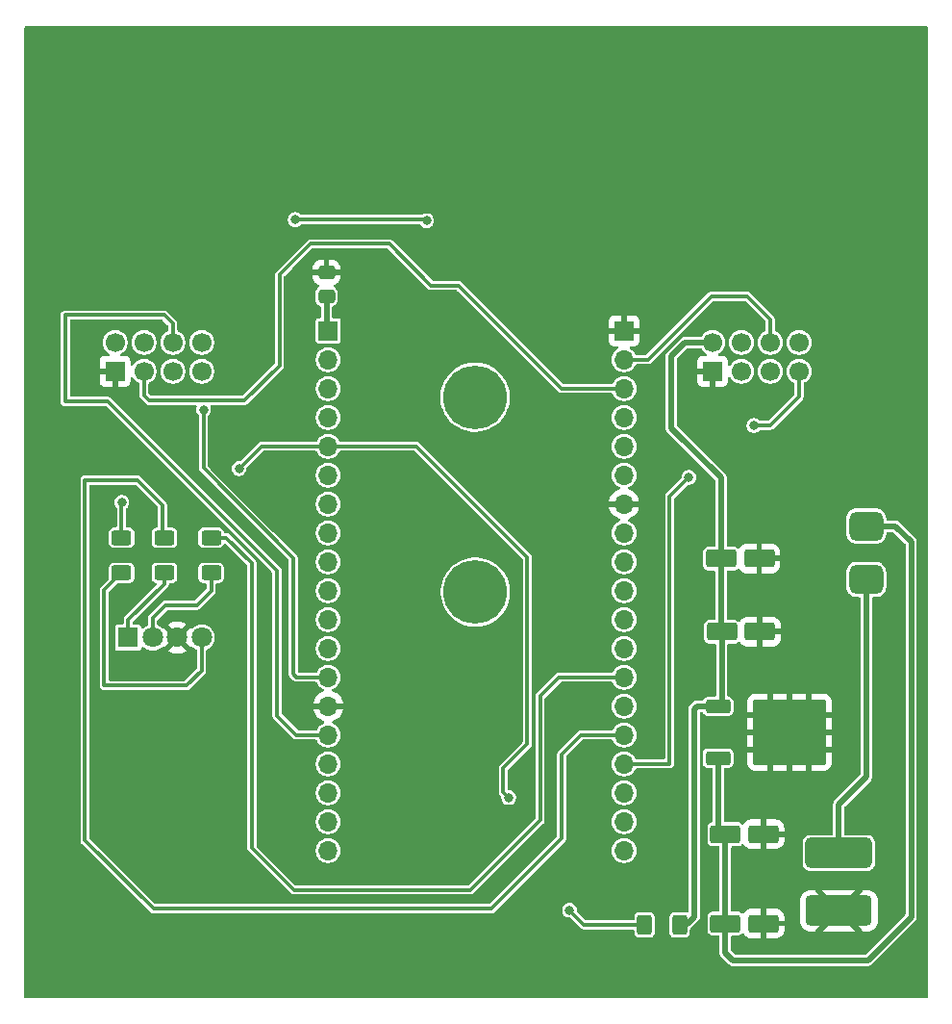
<source format=gbr>
%TF.GenerationSoftware,KiCad,Pcbnew,9.0.0*%
%TF.CreationDate,2025-07-11T11:02:08-04:00*%
%TF.ProjectId,jammerBT_v3,6a616d6d-6572-4425-945f-76332e6b6963,rev?*%
%TF.SameCoordinates,Original*%
%TF.FileFunction,Copper,L2,Bot*%
%TF.FilePolarity,Positive*%
%FSLAX46Y46*%
G04 Gerber Fmt 4.6, Leading zero omitted, Abs format (unit mm)*
G04 Created by KiCad (PCBNEW 9.0.0) date 2025-07-11 11:02:08*
%MOMM*%
%LPD*%
G01*
G04 APERTURE LIST*
G04 Aperture macros list*
%AMRoundRect*
0 Rectangle with rounded corners*
0 $1 Rounding radius*
0 $2 $3 $4 $5 $6 $7 $8 $9 X,Y pos of 4 corners*
0 Add a 4 corners polygon primitive as box body*
4,1,4,$2,$3,$4,$5,$6,$7,$8,$9,$2,$3,0*
0 Add four circle primitives for the rounded corners*
1,1,$1+$1,$2,$3*
1,1,$1+$1,$4,$5*
1,1,$1+$1,$6,$7*
1,1,$1+$1,$8,$9*
0 Add four rect primitives between the rounded corners*
20,1,$1+$1,$2,$3,$4,$5,0*
20,1,$1+$1,$4,$5,$6,$7,0*
20,1,$1+$1,$6,$7,$8,$9,0*
20,1,$1+$1,$8,$9,$2,$3,0*%
G04 Aperture macros list end*
%TA.AperFunction,ComponentPad*%
%ADD10R,1.700000X1.700000*%
%TD*%
%TA.AperFunction,ComponentPad*%
%ADD11O,1.700000X1.700000*%
%TD*%
%TA.AperFunction,ComponentPad*%
%ADD12C,1.700000*%
%TD*%
%TA.AperFunction,ComponentPad*%
%ADD13R,1.800000X1.800000*%
%TD*%
%TA.AperFunction,ComponentPad*%
%ADD14C,1.800000*%
%TD*%
%TA.AperFunction,ComponentPad*%
%ADD15C,5.600000*%
%TD*%
%TA.AperFunction,ComponentPad*%
%ADD16RoundRect,0.650000X0.850000X-0.650000X0.850000X0.650000X-0.850000X0.650000X-0.850000X-0.650000X0*%
%TD*%
%TA.AperFunction,SMDPad,CuDef*%
%ADD17RoundRect,0.250000X-0.625000X0.400000X-0.625000X-0.400000X0.625000X-0.400000X0.625000X0.400000X0*%
%TD*%
%TA.AperFunction,SMDPad,CuDef*%
%ADD18RoundRect,0.250000X-1.075000X-0.550000X1.075000X-0.550000X1.075000X0.550000X-1.075000X0.550000X0*%
%TD*%
%TA.AperFunction,SMDPad,CuDef*%
%ADD19RoundRect,0.250000X0.475000X-0.337500X0.475000X0.337500X-0.475000X0.337500X-0.475000X-0.337500X0*%
%TD*%
%TA.AperFunction,SMDPad,CuDef*%
%ADD20RoundRect,0.250000X-0.850000X-0.350000X0.850000X-0.350000X0.850000X0.350000X-0.850000X0.350000X0*%
%TD*%
%TA.AperFunction,SMDPad,CuDef*%
%ADD21RoundRect,0.250000X-1.275000X-1.125000X1.275000X-1.125000X1.275000X1.125000X-1.275000X1.125000X0*%
%TD*%
%TA.AperFunction,SMDPad,CuDef*%
%ADD22RoundRect,0.249997X-2.950003X-2.650003X2.950003X-2.650003X2.950003X2.650003X-2.950003X2.650003X0*%
%TD*%
%TA.AperFunction,SMDPad,CuDef*%
%ADD23RoundRect,0.250000X0.400000X0.625000X-0.400000X0.625000X-0.400000X-0.625000X0.400000X-0.625000X0*%
%TD*%
%TA.AperFunction,SMDPad,CuDef*%
%ADD24RoundRect,0.395250X2.531000X0.922250X-2.531000X0.922250X-2.531000X-0.922250X2.531000X-0.922250X0*%
%TD*%
%TA.AperFunction,SMDPad,CuDef*%
%ADD25RoundRect,0.395250X2.517250X0.922250X-2.517250X0.922250X-2.517250X-0.922250X2.517250X-0.922250X0*%
%TD*%
%TA.AperFunction,ViaPad*%
%ADD26C,0.800000*%
%TD*%
%TA.AperFunction,Conductor*%
%ADD27C,0.500000*%
%TD*%
%TA.AperFunction,Conductor*%
%ADD28C,0.300000*%
%TD*%
G04 APERTURE END LIST*
D10*
%TO.P,J3,1,Pin_1*%
%TO.N,+3.3V*%
X174880000Y-76180000D03*
D11*
%TO.P,J3,2,Pin_2*%
%TO.N,unconnected-(J3-Pin_2-Pad2)*%
X174880000Y-78720000D03*
%TO.P,J3,3,Pin_3*%
%TO.N,unconnected-(J3-Pin_3-Pad3)*%
X174880000Y-81260000D03*
%TO.P,J3,4,Pin_4*%
%TO.N,unconnected-(J3-Pin_4-Pad4)*%
X174880000Y-83800000D03*
%TO.P,J3,5,Pin_5*%
%TO.N,Net-(J3-Pin_5)*%
X174880000Y-86340000D03*
%TO.P,J3,6,Pin_6*%
%TO.N,unconnected-(J3-Pin_6-Pad6)*%
X174880000Y-88880000D03*
%TO.P,J3,7,Pin_7*%
%TO.N,unconnected-(J3-Pin_7-Pad7)*%
X174880000Y-91420000D03*
%TO.P,J3,8,Pin_8*%
%TO.N,unconnected-(J3-Pin_8-Pad8)*%
X174880000Y-93960000D03*
%TO.P,J3,9,Pin_9*%
%TO.N,unconnected-(J3-Pin_9-Pad9)*%
X174880000Y-96500000D03*
%TO.P,J3,10,Pin_10*%
%TO.N,unconnected-(J3-Pin_10-Pad10)*%
X174880000Y-99040000D03*
%TO.P,J3,11,Pin_11*%
%TO.N,unconnected-(J3-Pin_11-Pad11)*%
X174880000Y-101580000D03*
%TO.P,J3,12,Pin_12*%
%TO.N,Net-(J3-Pin_12)*%
X174880000Y-104120000D03*
%TO.P,J3,13,Pin_13*%
%TO.N,Net-(J3-Pin_13)*%
X174880000Y-106660000D03*
%TO.P,J3,14,Pin_14*%
%TO.N,GND*%
X174880000Y-109200000D03*
%TO.P,J3,15,Pin_15*%
%TO.N,Net-(J3-Pin_15)*%
X174880000Y-111740000D03*
%TO.P,J3,16,Pin_16*%
%TO.N,unconnected-(J3-Pin_16-Pad16)*%
X174880000Y-114280000D03*
%TO.P,J3,17,Pin_17*%
%TO.N,unconnected-(J3-Pin_17-Pad17)*%
X174880000Y-116820000D03*
%TO.P,J3,18,Pin_18*%
%TO.N,unconnected-(J3-Pin_18-Pad18)*%
X174880000Y-119360000D03*
%TO.P,J3,19,Pin_19*%
%TO.N,unconnected-(J3-Pin_19-Pad19)*%
X174880000Y-121900000D03*
%TD*%
D10*
%TO.P,J4,1,Pin_1*%
%TO.N,GND*%
X200920000Y-76180000D03*
D11*
%TO.P,J4,2,Pin_2*%
%TO.N,Net-(J4-Pin_2)*%
X200920000Y-78720000D03*
%TO.P,J4,3,Pin_3*%
%TO.N,Net-(J4-Pin_3)*%
X200920000Y-81260000D03*
%TO.P,J4,4,Pin_4*%
%TO.N,unconnected-(J4-Pin_4-Pad4)*%
X200920000Y-83800000D03*
%TO.P,J4,5,Pin_5*%
%TO.N,unconnected-(J4-Pin_5-Pad5)*%
X200920000Y-86340000D03*
%TO.P,J4,6,Pin_6*%
%TO.N,Net-(J4-Pin_6)*%
X200920000Y-88880000D03*
%TO.P,J4,7,Pin_7*%
%TO.N,GND*%
X200920000Y-91420000D03*
%TO.P,J4,8,Pin_8*%
%TO.N,Net-(J4-Pin_8)*%
X200920000Y-93960000D03*
%TO.P,J4,9,Pin_9*%
%TO.N,Net-(J4-Pin_9)*%
X200920000Y-96500000D03*
%TO.P,J4,10,Pin_10*%
%TO.N,Net-(J4-Pin_10)*%
X200920000Y-99040000D03*
%TO.P,J4,11,Pin_11*%
%TO.N,unconnected-(J4-Pin_11-Pad11)*%
X200920000Y-101580000D03*
%TO.P,J4,12,Pin_12*%
%TO.N,Net-(J4-Pin_12)*%
X200920000Y-104120000D03*
%TO.P,J4,13,Pin_13*%
%TO.N,Net-(J4-Pin_13)*%
X200920000Y-106660000D03*
%TO.P,J4,14,Pin_14*%
%TO.N,unconnected-(J4-Pin_14-Pad14)*%
X200920000Y-109200000D03*
%TO.P,J4,15,Pin_15*%
%TO.N,Net-(J4-Pin_15)*%
X200920000Y-111740000D03*
%TO.P,J4,16,Pin_16*%
%TO.N,Net-(J4-Pin_16)*%
X200920000Y-114280000D03*
%TO.P,J4,17,Pin_17*%
%TO.N,unconnected-(J4-Pin_17-Pad17)*%
X200920000Y-116820000D03*
%TO.P,J4,18,Pin_18*%
%TO.N,unconnected-(J4-Pin_18-Pad18)*%
X200920000Y-119360000D03*
%TO.P,J4,19,Pin_19*%
%TO.N,unconnected-(J4-Pin_19-Pad19)*%
X200920000Y-121900000D03*
%TD*%
D10*
%TO.P,U2,1,GND*%
%TO.N,GND*%
X208710000Y-79740000D03*
D12*
%TO.P,U2,2,VCC*%
%TO.N,+3.3V*%
X208710000Y-77200000D03*
%TO.P,U2,3,CE*%
%TO.N,Net-(J4-Pin_16)*%
X211250000Y-79740000D03*
%TO.P,U2,4,~{CSN}*%
%TO.N,Net-(J4-Pin_10)*%
X211250000Y-77200000D03*
%TO.P,U2,5,SCK*%
%TO.N,Net-(J4-Pin_9)*%
X213790000Y-79740000D03*
%TO.P,U2,6,MOSI*%
%TO.N,Net-(J4-Pin_2)*%
X213790000Y-77200000D03*
%TO.P,U2,7,MISO*%
%TO.N,Net-(J4-Pin_8)*%
X216330000Y-79740000D03*
%TO.P,U2,8,IRQ*%
%TO.N,unconnected-(U2-IRQ-Pad8)*%
X216330000Y-77200000D03*
%TD*%
D13*
%TO.P,D1,1,BA*%
%TO.N,Net-(D1-BA)*%
X157260000Y-103175000D03*
D14*
%TO.P,D1,2,GA*%
%TO.N,Net-(D1-GA)*%
X159419000Y-103175000D03*
%TO.P,D1,3,K*%
%TO.N,GND*%
X161578000Y-103175000D03*
%TO.P,D1,4,RA*%
%TO.N,Net-(D1-RA)*%
X163737000Y-103175000D03*
%TD*%
D15*
%TO.P,H2,1*%
%TO.N,N/C*%
X187840000Y-99175000D03*
%TD*%
D16*
%TO.P,SW1,1*%
%TO.N,+BATT*%
X222250000Y-98065000D03*
%TO.P,SW1,2*%
%TO.N,+5V*%
X222250000Y-93365000D03*
%TD*%
D10*
%TO.P,U3,1,GND*%
%TO.N,GND*%
X156105000Y-79740000D03*
D12*
%TO.P,U3,2,VCC*%
%TO.N,+3.3V*%
X156105000Y-77200000D03*
%TO.P,U3,3,CE*%
%TO.N,Net-(J4-Pin_3)*%
X158645000Y-79740000D03*
%TO.P,U3,4,~{CSN}*%
%TO.N,Net-(J4-Pin_6)*%
X158645000Y-77200000D03*
%TO.P,U3,5,SCK*%
%TO.N,Net-(J3-Pin_12)*%
X161185000Y-79740000D03*
%TO.P,U3,6,MOSI*%
%TO.N,Net-(J3-Pin_15)*%
X161185000Y-77200000D03*
%TO.P,U3,7,MISO*%
%TO.N,Net-(J3-Pin_13)*%
X163725000Y-79740000D03*
%TO.P,U3,8,IRQ*%
%TO.N,unconnected-(U3-IRQ-Pad8)*%
X163725000Y-77200000D03*
%TD*%
D15*
%TO.P,H1,1*%
%TO.N,N/C*%
X187800000Y-82020000D03*
%TD*%
D17*
%TO.P,R2,1*%
%TO.N,Net-(J4-Pin_13)*%
X164575000Y-94375000D03*
%TO.P,R2,2*%
%TO.N,Net-(D1-GA)*%
X164575000Y-97475000D03*
%TD*%
D18*
%TO.P,C2,1*%
%TO.N,+5V*%
X209850000Y-128325000D03*
%TO.P,C2,2*%
%TO.N,GND*%
X213200000Y-128325000D03*
%TD*%
D17*
%TO.P,R1,1*%
%TO.N,Net-(J4-Pin_12)*%
X156675000Y-94375000D03*
%TO.P,R1,2*%
%TO.N,Net-(D1-RA)*%
X156675000Y-97475000D03*
%TD*%
D19*
%TO.P,C6,1*%
%TO.N,+3.3V*%
X174725000Y-73137500D03*
%TO.P,C6,2*%
%TO.N,GND*%
X174725000Y-71062500D03*
%TD*%
D17*
%TO.P,R3,1*%
%TO.N,Net-(J4-Pin_15)*%
X160450000Y-94375000D03*
%TO.P,R3,2*%
%TO.N,Net-(D1-BA)*%
X160450000Y-97475000D03*
%TD*%
D18*
%TO.P,C5,1*%
%TO.N,+3.3V*%
X209475000Y-96225000D03*
%TO.P,C5,2*%
%TO.N,GND*%
X212825000Y-96225000D03*
%TD*%
D20*
%TO.P,U1,1,VI*%
%TO.N,+5V*%
X209195000Y-113782500D03*
D21*
%TO.P,U1,2,GND*%
%TO.N,GND*%
X213820000Y-109977500D03*
X213820000Y-113027500D03*
D22*
X215495000Y-111502500D03*
D21*
X217170000Y-109977500D03*
X217170000Y-113027500D03*
D20*
%TO.P,U1,3,VO*%
%TO.N,+3.3V*%
X209195000Y-109222500D03*
%TD*%
D18*
%TO.P,C4,1*%
%TO.N,+3.3V*%
X209525000Y-102650000D03*
%TO.P,C4,2*%
%TO.N,GND*%
X212875000Y-102650000D03*
%TD*%
D23*
%TO.P,R4,1*%
%TO.N,+3.3V*%
X205825000Y-128450000D03*
%TO.P,R4,2*%
%TO.N,Net-(J3-Pin_5)*%
X202725000Y-128450000D03*
%TD*%
D18*
%TO.P,C3,1*%
%TO.N,+5V*%
X209850000Y-120475000D03*
%TO.P,C3,2*%
%TO.N,GND*%
X213200000Y-120475000D03*
%TD*%
D24*
%TO.P,J1,1,Pin_1*%
%TO.N,+BATT*%
X219826250Y-122133750D03*
D25*
%TO.P,J1,2,Pin_2*%
%TO.N,GND*%
X219840000Y-127216250D03*
%TD*%
D26*
%TO.N,GND*%
X165820000Y-118405000D03*
%TO.N,Net-(J3-Pin_5)*%
X167019669Y-88305331D03*
X190775000Y-117250000D03*
X196120000Y-127160000D03*
%TO.N,Net-(J3-Pin_13)*%
X163900000Y-83125000D03*
%TO.N,Net-(J4-Pin_8)*%
X212350000Y-84500000D03*
%TO.N,Net-(J4-Pin_16)*%
X206625000Y-89075000D03*
%TO.N,Net-(J4-Pin_12)*%
X156700000Y-91275000D03*
%TO.N,Net-(J4-Pin_6)*%
X171975000Y-66400000D03*
X183540000Y-66490000D03*
%TD*%
D27*
%TO.N,+5V*%
X224840000Y-93365000D02*
X222250000Y-93365000D01*
X226200000Y-94725000D02*
X224840000Y-93365000D01*
X222400000Y-131550000D02*
X226200000Y-127750000D01*
X210500000Y-131550000D02*
X222400000Y-131550000D01*
X226200000Y-127750000D02*
X226200000Y-94725000D01*
X209850000Y-128325000D02*
X209850000Y-130900000D01*
X209850000Y-130900000D02*
X210500000Y-131550000D01*
%TO.N,+BATT*%
X219826250Y-117848750D02*
X222250000Y-115425000D01*
X222250000Y-115425000D02*
X222250000Y-98065000D01*
X219826250Y-122133750D02*
X219826250Y-117848750D01*
%TO.N,+5V*%
X209250000Y-119875000D02*
X209850000Y-120475000D01*
X209850000Y-120475000D02*
X209850000Y-128325000D01*
X209250000Y-113837500D02*
X209250000Y-119875000D01*
%TO.N,+3.3V*%
X209475000Y-96225000D02*
X209475000Y-102600000D01*
X208710000Y-77200000D02*
X206300000Y-77200000D01*
X206500000Y-128325000D02*
X205950000Y-128325000D01*
X209475000Y-89121504D02*
X209475000Y-96225000D01*
X209525000Y-102650000D02*
X209525000Y-108892500D01*
X205075000Y-78425000D02*
X205075000Y-84721504D01*
X209195000Y-109222500D02*
X207322500Y-109222500D01*
X207075000Y-109470000D02*
X207075000Y-127750000D01*
X206300000Y-77200000D02*
X205075000Y-78425000D01*
X174725000Y-73137500D02*
X174725000Y-76025000D01*
X207075000Y-127750000D02*
X206500000Y-128325000D01*
X207322500Y-109222500D02*
X207075000Y-109470000D01*
X205075000Y-84721504D02*
X209475000Y-89121504D01*
D28*
%TO.N,Net-(D1-GA)*%
X164575000Y-97475000D02*
X164575000Y-99050000D01*
X164575000Y-99050000D02*
X163300000Y-100325000D01*
X163300000Y-100325000D02*
X160550000Y-100325000D01*
X160550000Y-100325000D02*
X159419000Y-101456000D01*
X159419000Y-101456000D02*
X159419000Y-103175000D01*
%TO.N,Net-(D1-BA)*%
X160450000Y-97475000D02*
X160450000Y-98450000D01*
X157260000Y-101640000D02*
X157260000Y-103175000D01*
X160450000Y-98450000D02*
X157260000Y-101640000D01*
%TO.N,Net-(D1-RA)*%
X155150000Y-99000000D02*
X155150000Y-107400000D01*
X155150000Y-107400000D02*
X162400000Y-107400000D01*
X156675000Y-97475000D02*
X155150000Y-99000000D01*
X162400000Y-107400000D02*
X163737000Y-106063000D01*
X163737000Y-106063000D02*
X163737000Y-103175000D01*
%TO.N,Net-(J3-Pin_15)*%
X161185000Y-75535000D02*
X160450000Y-74800000D01*
X172060000Y-111740000D02*
X174880000Y-111740000D01*
X161185000Y-77200000D02*
X161185000Y-75535000D01*
X170375000Y-97300000D02*
X170375000Y-110055000D01*
X160450000Y-74800000D02*
X151725000Y-74800000D01*
X170375000Y-110055000D02*
X172060000Y-111740000D01*
X151725000Y-74800000D02*
X151725000Y-82405000D01*
X155480000Y-82405000D02*
X170375000Y-97300000D01*
X151725000Y-82405000D02*
X155480000Y-82405000D01*
%TO.N,Net-(J3-Pin_5)*%
X190290000Y-114660000D02*
X192410000Y-112540000D01*
X192410000Y-96085000D02*
X182665000Y-86340000D01*
X192410000Y-112540000D02*
X192410000Y-96085000D01*
X202725000Y-128450000D02*
X197410000Y-128450000D01*
X190775000Y-117250000D02*
X190290000Y-116765000D01*
X168985000Y-86340000D02*
X174880000Y-86340000D01*
X167019669Y-88305331D02*
X168985000Y-86340000D01*
X197410000Y-128450000D02*
X196120000Y-127160000D01*
X182665000Y-86340000D02*
X174880000Y-86340000D01*
X190290000Y-116765000D02*
X190290000Y-114660000D01*
%TO.N,Net-(J3-Pin_13)*%
X163900000Y-88275000D02*
X171800000Y-96175000D01*
X171800000Y-96175000D02*
X171800000Y-106375000D01*
X172085000Y-106660000D02*
X174880000Y-106660000D01*
X163900000Y-83125000D02*
X163900000Y-88275000D01*
X171800000Y-106375000D02*
X172085000Y-106660000D01*
%TO.N,Net-(J4-Pin_8)*%
X212350000Y-84500000D02*
X213775000Y-84500000D01*
X216330000Y-81945000D02*
X216330000Y-79819500D01*
X213775000Y-84500000D02*
X216330000Y-81945000D01*
%TO.N,Net-(J4-Pin_2)*%
X211750000Y-73150000D02*
X208591064Y-73150000D01*
X213790000Y-77200000D02*
X213790000Y-75190000D01*
X213790000Y-75190000D02*
X211750000Y-73150000D01*
X203021064Y-78720000D02*
X200920000Y-78720000D01*
X208591064Y-73150000D02*
X203021064Y-78720000D01*
%TO.N,Net-(J4-Pin_16)*%
X204925000Y-90775000D02*
X204925000Y-114280000D01*
X206625000Y-89075000D02*
X204925000Y-90775000D01*
X204925000Y-114280000D02*
X200920000Y-114280000D01*
%TO.N,Net-(J4-Pin_13)*%
X187375000Y-125375000D02*
X193540000Y-119210000D01*
X195190000Y-106660000D02*
X200920000Y-106660000D01*
X171845000Y-125375000D02*
X187375000Y-125375000D01*
X168150000Y-96625000D02*
X168150000Y-121680000D01*
X193540000Y-119210000D02*
X193540000Y-108310000D01*
X165900000Y-94375000D02*
X168150000Y-96625000D01*
X193540000Y-108310000D02*
X195190000Y-106660000D01*
X164575000Y-94375000D02*
X165900000Y-94375000D01*
X168150000Y-121680000D02*
X171845000Y-125375000D01*
%TO.N,Net-(J4-Pin_12)*%
X156675000Y-94375000D02*
X156675000Y-91300000D01*
X156675000Y-91300000D02*
X156700000Y-91275000D01*
%TO.N,Net-(J4-Pin_15)*%
X197135000Y-111740000D02*
X200920000Y-111740000D01*
X160269000Y-93800000D02*
X160269000Y-91500000D01*
X153450000Y-89325000D02*
X153450000Y-120970000D01*
X189225000Y-127025000D02*
X195425000Y-120825000D01*
X158094000Y-89325000D02*
X153450000Y-89325000D01*
X160269000Y-91500000D02*
X158094000Y-89325000D01*
X195425000Y-113450000D02*
X197135000Y-111740000D01*
X159505000Y-127025000D02*
X189225000Y-127025000D01*
X195425000Y-120825000D02*
X195425000Y-113450000D01*
X153450000Y-120970000D02*
X159505000Y-127025000D01*
%TO.N,Net-(J4-Pin_3)*%
X186340000Y-72190000D02*
X195410000Y-81260000D01*
X180255000Y-68530000D02*
X183915000Y-72190000D01*
X170575000Y-71250000D02*
X173295000Y-68530000D01*
X158645000Y-81845000D02*
X159100000Y-82300000D01*
X159100000Y-82300000D02*
X167520000Y-82300000D01*
X170575000Y-79245000D02*
X170575000Y-71250000D01*
X158645000Y-79740000D02*
X158645000Y-81845000D01*
X167520000Y-82300000D02*
X170575000Y-79245000D01*
X195410000Y-81260000D02*
X200920000Y-81260000D01*
X183915000Y-72190000D02*
X186340000Y-72190000D01*
X173295000Y-68530000D02*
X180255000Y-68530000D01*
%TO.N,Net-(J4-Pin_6)*%
X183540000Y-66490000D02*
X183450000Y-66400000D01*
X183450000Y-66400000D02*
X171975000Y-66400000D01*
%TD*%
%TA.AperFunction,Conductor*%
%TO.N,GND*%
G36*
X227643039Y-49419685D02*
G01*
X227688794Y-49472489D01*
X227700000Y-49524000D01*
X227700000Y-134751000D01*
X227680315Y-134818039D01*
X227627511Y-134863794D01*
X227576000Y-134875000D01*
X148249000Y-134875000D01*
X148181961Y-134855315D01*
X148136206Y-134802511D01*
X148125000Y-134751000D01*
X148125000Y-89272273D01*
X153049500Y-89272273D01*
X153049500Y-121022726D01*
X153076793Y-121124589D01*
X153103156Y-121170250D01*
X153129520Y-121215913D01*
X159259087Y-127345480D01*
X159350412Y-127398207D01*
X159452273Y-127425500D01*
X159452275Y-127425500D01*
X189277725Y-127425500D01*
X189277727Y-127425500D01*
X189379588Y-127398207D01*
X189470913Y-127345480D01*
X189592322Y-127224071D01*
X195469499Y-127224071D01*
X195494497Y-127349738D01*
X195494499Y-127349744D01*
X195543533Y-127468124D01*
X195543538Y-127468133D01*
X195614723Y-127574668D01*
X195614726Y-127574672D01*
X195705327Y-127665273D01*
X195705331Y-127665276D01*
X195811866Y-127736461D01*
X195811872Y-127736464D01*
X195811873Y-127736465D01*
X195930256Y-127785501D01*
X195930260Y-127785501D01*
X195930261Y-127785502D01*
X196055928Y-127810500D01*
X196152745Y-127810500D01*
X196219784Y-127830185D01*
X196240426Y-127846819D01*
X197089519Y-128695912D01*
X197089520Y-128695913D01*
X197164087Y-128770480D01*
X197255413Y-128823207D01*
X197357273Y-128850500D01*
X197462726Y-128850500D01*
X201700501Y-128850500D01*
X201767540Y-128870185D01*
X201813295Y-128922989D01*
X201824501Y-128974500D01*
X201824501Y-129122876D01*
X201830908Y-129182483D01*
X201881202Y-129317328D01*
X201881206Y-129317335D01*
X201967452Y-129432544D01*
X201967455Y-129432547D01*
X202082664Y-129518793D01*
X202082671Y-129518797D01*
X202217517Y-129569091D01*
X202217516Y-129569091D01*
X202224444Y-129569835D01*
X202277127Y-129575500D01*
X203172872Y-129575499D01*
X203232483Y-129569091D01*
X203367331Y-129518796D01*
X203482546Y-129432546D01*
X203568796Y-129317331D01*
X203619091Y-129182483D01*
X203625500Y-129122873D01*
X203625499Y-127777128D01*
X203619091Y-127717517D01*
X203600442Y-127667517D01*
X203568797Y-127582671D01*
X203568793Y-127582664D01*
X203482547Y-127467455D01*
X203482544Y-127467452D01*
X203367335Y-127381206D01*
X203367328Y-127381202D01*
X203232482Y-127330908D01*
X203232483Y-127330908D01*
X203172883Y-127324501D01*
X203172881Y-127324500D01*
X203172873Y-127324500D01*
X203172864Y-127324500D01*
X202277129Y-127324500D01*
X202277123Y-127324501D01*
X202217516Y-127330908D01*
X202082671Y-127381202D01*
X202082664Y-127381206D01*
X201967455Y-127467452D01*
X201967452Y-127467455D01*
X201881206Y-127582664D01*
X201881202Y-127582671D01*
X201830908Y-127717517D01*
X201824501Y-127777116D01*
X201824501Y-127777123D01*
X201824500Y-127777135D01*
X201824500Y-127925500D01*
X201804815Y-127992539D01*
X201752011Y-128038294D01*
X201700500Y-128049500D01*
X197627255Y-128049500D01*
X197560216Y-128029815D01*
X197539574Y-128013181D01*
X196806819Y-127280426D01*
X196773334Y-127219103D01*
X196770500Y-127192745D01*
X196770500Y-127095928D01*
X196745502Y-126970261D01*
X196745501Y-126970260D01*
X196745501Y-126970256D01*
X196696465Y-126851873D01*
X196696464Y-126851872D01*
X196696461Y-126851866D01*
X196625276Y-126745331D01*
X196625273Y-126745327D01*
X196534672Y-126654726D01*
X196534668Y-126654723D01*
X196428133Y-126583538D01*
X196428124Y-126583533D01*
X196309744Y-126534499D01*
X196309738Y-126534497D01*
X196184071Y-126509500D01*
X196184069Y-126509500D01*
X196055931Y-126509500D01*
X196055929Y-126509500D01*
X195930261Y-126534497D01*
X195930255Y-126534499D01*
X195811875Y-126583533D01*
X195811866Y-126583538D01*
X195705331Y-126654723D01*
X195705327Y-126654726D01*
X195614726Y-126745327D01*
X195614723Y-126745331D01*
X195543538Y-126851866D01*
X195543533Y-126851875D01*
X195494499Y-126970255D01*
X195494497Y-126970261D01*
X195469500Y-127095928D01*
X195469500Y-127095931D01*
X195469500Y-127224069D01*
X195469500Y-127224071D01*
X195469499Y-127224071D01*
X189592322Y-127224071D01*
X195003004Y-121813389D01*
X199819500Y-121813389D01*
X199819500Y-121986611D01*
X199846598Y-122157701D01*
X199900127Y-122322445D01*
X199978768Y-122476788D01*
X200080586Y-122616928D01*
X200203072Y-122739414D01*
X200343212Y-122841232D01*
X200497555Y-122919873D01*
X200662299Y-122973402D01*
X200833389Y-123000500D01*
X200833390Y-123000500D01*
X201006610Y-123000500D01*
X201006611Y-123000500D01*
X201177701Y-122973402D01*
X201342445Y-122919873D01*
X201496788Y-122841232D01*
X201636928Y-122739414D01*
X201759414Y-122616928D01*
X201861232Y-122476788D01*
X201939873Y-122322445D01*
X201993402Y-122157701D01*
X202020500Y-121986611D01*
X202020500Y-121813389D01*
X201993402Y-121642299D01*
X201939873Y-121477555D01*
X201861232Y-121323212D01*
X201759414Y-121183072D01*
X201636928Y-121060586D01*
X201496788Y-120958768D01*
X201342445Y-120880127D01*
X201177701Y-120826598D01*
X201177699Y-120826597D01*
X201177698Y-120826597D01*
X201035698Y-120804107D01*
X201006611Y-120799500D01*
X200833389Y-120799500D01*
X200804302Y-120804107D01*
X200662302Y-120826597D01*
X200662299Y-120826598D01*
X200504945Y-120877726D01*
X200497552Y-120880128D01*
X200343211Y-120958768D01*
X200314554Y-120979589D01*
X200203072Y-121060586D01*
X200203070Y-121060588D01*
X200203069Y-121060588D01*
X200080588Y-121183069D01*
X200080588Y-121183070D01*
X200080586Y-121183072D01*
X200056726Y-121215913D01*
X199978768Y-121323211D01*
X199900128Y-121477552D01*
X199846597Y-121642302D01*
X199825580Y-121774999D01*
X199819500Y-121813389D01*
X195003004Y-121813389D01*
X195745480Y-121070913D01*
X195798207Y-120979588D01*
X195825500Y-120877727D01*
X195825500Y-120772273D01*
X195825500Y-119273389D01*
X199819500Y-119273389D01*
X199819500Y-119446611D01*
X199824979Y-119481202D01*
X199844725Y-119605880D01*
X199846598Y-119617701D01*
X199900127Y-119782445D01*
X199978768Y-119936788D01*
X200080586Y-120076928D01*
X200203072Y-120199414D01*
X200343212Y-120301232D01*
X200497555Y-120379873D01*
X200662299Y-120433402D01*
X200833389Y-120460500D01*
X200833390Y-120460500D01*
X201006610Y-120460500D01*
X201006611Y-120460500D01*
X201177701Y-120433402D01*
X201342445Y-120379873D01*
X201496788Y-120301232D01*
X201636928Y-120199414D01*
X201759414Y-120076928D01*
X201861232Y-119936788D01*
X201939873Y-119782445D01*
X201993402Y-119617701D01*
X202020500Y-119446611D01*
X202020500Y-119273389D01*
X201993402Y-119102299D01*
X201939873Y-118937555D01*
X201861232Y-118783212D01*
X201759414Y-118643072D01*
X201636928Y-118520586D01*
X201496788Y-118418768D01*
X201342445Y-118340127D01*
X201177701Y-118286598D01*
X201177699Y-118286597D01*
X201177698Y-118286597D01*
X201046271Y-118265781D01*
X201006611Y-118259500D01*
X200833389Y-118259500D01*
X200793728Y-118265781D01*
X200662302Y-118286597D01*
X200497552Y-118340128D01*
X200343211Y-118418768D01*
X200263256Y-118476859D01*
X200203072Y-118520586D01*
X200203070Y-118520588D01*
X200203069Y-118520588D01*
X200080588Y-118643069D01*
X200080588Y-118643070D01*
X200080586Y-118643072D01*
X200036859Y-118703256D01*
X199978768Y-118783211D01*
X199900128Y-118937552D01*
X199846597Y-119102302D01*
X199837891Y-119157273D01*
X199819500Y-119273389D01*
X195825500Y-119273389D01*
X195825500Y-116733389D01*
X199819500Y-116733389D01*
X199819500Y-116906610D01*
X199843835Y-117060261D01*
X199846598Y-117077701D01*
X199900127Y-117242445D01*
X199978768Y-117396788D01*
X200080586Y-117536928D01*
X200203072Y-117659414D01*
X200343212Y-117761232D01*
X200497555Y-117839873D01*
X200662299Y-117893402D01*
X200833389Y-117920500D01*
X200833390Y-117920500D01*
X201006610Y-117920500D01*
X201006611Y-117920500D01*
X201177701Y-117893402D01*
X201342445Y-117839873D01*
X201496788Y-117761232D01*
X201636928Y-117659414D01*
X201759414Y-117536928D01*
X201861232Y-117396788D01*
X201939873Y-117242445D01*
X201993402Y-117077701D01*
X202020500Y-116906611D01*
X202020500Y-116733389D01*
X201993402Y-116562299D01*
X201939873Y-116397555D01*
X201861232Y-116243212D01*
X201759414Y-116103072D01*
X201636928Y-115980586D01*
X201496788Y-115878768D01*
X201342445Y-115800127D01*
X201177701Y-115746598D01*
X201177699Y-115746597D01*
X201177698Y-115746597D01*
X201046271Y-115725781D01*
X201006611Y-115719500D01*
X200833389Y-115719500D01*
X200793728Y-115725781D01*
X200662302Y-115746597D01*
X200497552Y-115800128D01*
X200343211Y-115878768D01*
X200263256Y-115936859D01*
X200203072Y-115980586D01*
X200203070Y-115980588D01*
X200203069Y-115980588D01*
X200080588Y-116103069D01*
X200080588Y-116103070D01*
X200080586Y-116103072D01*
X200036859Y-116163256D01*
X199978768Y-116243211D01*
X199900128Y-116397552D01*
X199846597Y-116562302D01*
X199819500Y-116733389D01*
X195825500Y-116733389D01*
X195825500Y-114193389D01*
X199819500Y-114193389D01*
X199819500Y-114366611D01*
X199820802Y-114374831D01*
X199841483Y-114505410D01*
X199846598Y-114537701D01*
X199900127Y-114702445D01*
X199978768Y-114856788D01*
X200080586Y-114996928D01*
X200203072Y-115119414D01*
X200343212Y-115221232D01*
X200497555Y-115299873D01*
X200662299Y-115353402D01*
X200833389Y-115380500D01*
X200833390Y-115380500D01*
X201006610Y-115380500D01*
X201006611Y-115380500D01*
X201177701Y-115353402D01*
X201342445Y-115299873D01*
X201496788Y-115221232D01*
X201636928Y-115119414D01*
X201759414Y-114996928D01*
X201861232Y-114856788D01*
X201876974Y-114825892D01*
X201916557Y-114748206D01*
X201964531Y-114697409D01*
X202027042Y-114680500D01*
X204977725Y-114680500D01*
X204977727Y-114680500D01*
X205079587Y-114653207D01*
X205170913Y-114600480D01*
X205245480Y-114525913D01*
X205298207Y-114434587D01*
X205325500Y-114332727D01*
X205325500Y-90992254D01*
X205345185Y-90925215D01*
X205361814Y-90904577D01*
X206504573Y-89761818D01*
X206565896Y-89728334D01*
X206592254Y-89725500D01*
X206689071Y-89725500D01*
X206773615Y-89708682D01*
X206814744Y-89700501D01*
X206933127Y-89651465D01*
X207039669Y-89580276D01*
X207130276Y-89489669D01*
X207201465Y-89383127D01*
X207250501Y-89264744D01*
X207269266Y-89170410D01*
X207275500Y-89139071D01*
X207275500Y-89010928D01*
X207250502Y-88885261D01*
X207250501Y-88885260D01*
X207250501Y-88885256D01*
X207201465Y-88766873D01*
X207201464Y-88766872D01*
X207201461Y-88766866D01*
X207130276Y-88660331D01*
X207130273Y-88660327D01*
X207039672Y-88569726D01*
X207039668Y-88569723D01*
X206933133Y-88498538D01*
X206933124Y-88498533D01*
X206814744Y-88449499D01*
X206814738Y-88449497D01*
X206689071Y-88424500D01*
X206689069Y-88424500D01*
X206560931Y-88424500D01*
X206560929Y-88424500D01*
X206435261Y-88449497D01*
X206435255Y-88449499D01*
X206316875Y-88498533D01*
X206316866Y-88498538D01*
X206210331Y-88569723D01*
X206210327Y-88569726D01*
X206119726Y-88660327D01*
X206119723Y-88660331D01*
X206048538Y-88766866D01*
X206048533Y-88766875D01*
X205999499Y-88885255D01*
X205999497Y-88885261D01*
X205974500Y-89010928D01*
X205974500Y-89107744D01*
X205954815Y-89174783D01*
X205938181Y-89195425D01*
X204604522Y-90529084D01*
X204604520Y-90529087D01*
X204551794Y-90620409D01*
X204551793Y-90620411D01*
X204551793Y-90620412D01*
X204529645Y-90703072D01*
X204529644Y-90703071D01*
X204524500Y-90722270D01*
X204524500Y-113755500D01*
X204504815Y-113822539D01*
X204452011Y-113868294D01*
X204400500Y-113879500D01*
X202027042Y-113879500D01*
X201960003Y-113859815D01*
X201916557Y-113811794D01*
X201861233Y-113703213D01*
X201845937Y-113682160D01*
X201759414Y-113563072D01*
X201636928Y-113440586D01*
X201496788Y-113338768D01*
X201342445Y-113260127D01*
X201177701Y-113206598D01*
X201177699Y-113206597D01*
X201177698Y-113206597D01*
X201046271Y-113185781D01*
X201006611Y-113179500D01*
X200833389Y-113179500D01*
X200793728Y-113185781D01*
X200662302Y-113206597D01*
X200497552Y-113260128D01*
X200343211Y-113338768D01*
X200263256Y-113396859D01*
X200203072Y-113440586D01*
X200203070Y-113440588D01*
X200203069Y-113440588D01*
X200080588Y-113563069D01*
X200080588Y-113563070D01*
X200080586Y-113563072D01*
X200068597Y-113579574D01*
X199978768Y-113703211D01*
X199900128Y-113857552D01*
X199846597Y-114022302D01*
X199821561Y-114180376D01*
X199819500Y-114193389D01*
X195825500Y-114193389D01*
X195825500Y-113667255D01*
X195845185Y-113600216D01*
X195861819Y-113579574D01*
X197264574Y-112176819D01*
X197325897Y-112143334D01*
X197352255Y-112140500D01*
X199812958Y-112140500D01*
X199879997Y-112160185D01*
X199923443Y-112208206D01*
X199978766Y-112316786D01*
X199983096Y-112322745D01*
X200080586Y-112456928D01*
X200203072Y-112579414D01*
X200343212Y-112681232D01*
X200497555Y-112759873D01*
X200662299Y-112813402D01*
X200833389Y-112840500D01*
X200833390Y-112840500D01*
X201006610Y-112840500D01*
X201006611Y-112840500D01*
X201177701Y-112813402D01*
X201342445Y-112759873D01*
X201496788Y-112681232D01*
X201636928Y-112579414D01*
X201759414Y-112456928D01*
X201861232Y-112316788D01*
X201939873Y-112162445D01*
X201993402Y-111997701D01*
X202020500Y-111826611D01*
X202020500Y-111653389D01*
X201993402Y-111482299D01*
X201939873Y-111317555D01*
X201861232Y-111163212D01*
X201759414Y-111023072D01*
X201636928Y-110900586D01*
X201496788Y-110798768D01*
X201342445Y-110720127D01*
X201177701Y-110666598D01*
X201177699Y-110666597D01*
X201177698Y-110666597D01*
X201046271Y-110645781D01*
X201006611Y-110639500D01*
X200833389Y-110639500D01*
X200793728Y-110645781D01*
X200662302Y-110666597D01*
X200662299Y-110666598D01*
X200502923Y-110718383D01*
X200497552Y-110720128D01*
X200343211Y-110798768D01*
X200263256Y-110856859D01*
X200203072Y-110900586D01*
X200203070Y-110900588D01*
X200203069Y-110900588D01*
X200080588Y-111023069D01*
X200080588Y-111023070D01*
X200080586Y-111023072D01*
X200049996Y-111065174D01*
X199978766Y-111163213D01*
X199923443Y-111271794D01*
X199875469Y-111322591D01*
X199812958Y-111339500D01*
X197082273Y-111339500D01*
X196980410Y-111366793D01*
X196889087Y-111419520D01*
X196889084Y-111419522D01*
X195104522Y-113204084D01*
X195104518Y-113204090D01*
X195051792Y-113295412D01*
X195051793Y-113295413D01*
X195024500Y-113397273D01*
X195024500Y-120607745D01*
X195004815Y-120674784D01*
X194988181Y-120695426D01*
X189095426Y-126588181D01*
X189034103Y-126621666D01*
X189007745Y-126624500D01*
X159722255Y-126624500D01*
X159655216Y-126604815D01*
X159634574Y-126588181D01*
X153886819Y-120840426D01*
X153853334Y-120779103D01*
X153850500Y-120752745D01*
X153850500Y-98947273D01*
X154749500Y-98947273D01*
X154749500Y-107347273D01*
X154749500Y-107452727D01*
X154776793Y-107554587D01*
X154829520Y-107645913D01*
X154904087Y-107720480D01*
X154995413Y-107773207D01*
X155097273Y-107800500D01*
X155097275Y-107800500D01*
X162452725Y-107800500D01*
X162452727Y-107800500D01*
X162554588Y-107773207D01*
X162645913Y-107720480D01*
X163972703Y-106393687D01*
X163972708Y-106393684D01*
X163982911Y-106383480D01*
X163982913Y-106383480D01*
X164057480Y-106308913D01*
X164110207Y-106217587D01*
X164119854Y-106181584D01*
X164137501Y-106115727D01*
X164137501Y-106010273D01*
X164137500Y-106010269D01*
X164137500Y-104338159D01*
X164157185Y-104271120D01*
X164205202Y-104227675D01*
X164339994Y-104158996D01*
X164486501Y-104052553D01*
X164614553Y-103924501D01*
X164720996Y-103777994D01*
X164803211Y-103616639D01*
X164859171Y-103444409D01*
X164885118Y-103280588D01*
X164887500Y-103265551D01*
X164887500Y-103084448D01*
X164871019Y-102980397D01*
X164859171Y-102905591D01*
X164803211Y-102733361D01*
X164803211Y-102733360D01*
X164774740Y-102677484D01*
X164720996Y-102572006D01*
X164684106Y-102521231D01*
X164614558Y-102425505D01*
X164614554Y-102425500D01*
X164486499Y-102297445D01*
X164486494Y-102297441D01*
X164339997Y-102191006D01*
X164339996Y-102191005D01*
X164339994Y-102191004D01*
X164272842Y-102156788D01*
X164178639Y-102108788D01*
X164178636Y-102108787D01*
X164006410Y-102052829D01*
X163827551Y-102024500D01*
X163827546Y-102024500D01*
X163646454Y-102024500D01*
X163646449Y-102024500D01*
X163467589Y-102052829D01*
X163295363Y-102108787D01*
X163295360Y-102108788D01*
X163134002Y-102191006D01*
X162987506Y-102297440D01*
X162906797Y-102378149D01*
X162845473Y-102411633D01*
X162775782Y-102406649D01*
X162737736Y-102378167D01*
X162729065Y-102377485D01*
X162020137Y-103086413D01*
X161997333Y-103001306D01*
X161938090Y-102898694D01*
X161854306Y-102814910D01*
X161751694Y-102755667D01*
X161666583Y-102732861D01*
X162375513Y-102023932D01*
X162311756Y-101977611D01*
X162115410Y-101877567D01*
X161905835Y-101809473D01*
X161688181Y-101775000D01*
X161467819Y-101775000D01*
X161250164Y-101809473D01*
X161040589Y-101877567D01*
X160844233Y-101977616D01*
X160780485Y-102023931D01*
X160780485Y-102023932D01*
X161489414Y-102732861D01*
X161404306Y-102755667D01*
X161301694Y-102814910D01*
X161217910Y-102898694D01*
X161158667Y-103001306D01*
X161135861Y-103086414D01*
X160426932Y-102377485D01*
X160417953Y-102378192D01*
X160381871Y-102406017D01*
X160312258Y-102411996D01*
X160250463Y-102379391D01*
X160249201Y-102378147D01*
X160168499Y-102297445D01*
X160168494Y-102297441D01*
X160021995Y-102191004D01*
X160003688Y-102181676D01*
X160003687Y-102181676D01*
X159887205Y-102122325D01*
X159836409Y-102074350D01*
X159819500Y-102011840D01*
X159819500Y-101673254D01*
X159839185Y-101606215D01*
X159855819Y-101585573D01*
X160679573Y-100761819D01*
X160740896Y-100728334D01*
X160767254Y-100725500D01*
X163352725Y-100725500D01*
X163352727Y-100725500D01*
X163454588Y-100698207D01*
X163545913Y-100645480D01*
X164895480Y-99295913D01*
X164948207Y-99204588D01*
X164975500Y-99102727D01*
X164975500Y-98997273D01*
X164975500Y-98499499D01*
X164995185Y-98432460D01*
X165047989Y-98386705D01*
X165099500Y-98375499D01*
X165247871Y-98375499D01*
X165247872Y-98375499D01*
X165307483Y-98369091D01*
X165442331Y-98318796D01*
X165557546Y-98232546D01*
X165643796Y-98117331D01*
X165694091Y-97982483D01*
X165700500Y-97922873D01*
X165700499Y-97027128D01*
X165694091Y-96967517D01*
X165677280Y-96922445D01*
X165643797Y-96832671D01*
X165643793Y-96832664D01*
X165557547Y-96717455D01*
X165557544Y-96717452D01*
X165442335Y-96631206D01*
X165442328Y-96631202D01*
X165307482Y-96580908D01*
X165307483Y-96580908D01*
X165247883Y-96574501D01*
X165247881Y-96574500D01*
X165247873Y-96574500D01*
X165247864Y-96574500D01*
X163902129Y-96574500D01*
X163902123Y-96574501D01*
X163842516Y-96580908D01*
X163707671Y-96631202D01*
X163707664Y-96631206D01*
X163592455Y-96717452D01*
X163592452Y-96717455D01*
X163506206Y-96832664D01*
X163506202Y-96832671D01*
X163455908Y-96967517D01*
X163449501Y-97027116D01*
X163449501Y-97027123D01*
X163449500Y-97027135D01*
X163449500Y-97922870D01*
X163449501Y-97922876D01*
X163455908Y-97982483D01*
X163506202Y-98117328D01*
X163506206Y-98117335D01*
X163592452Y-98232544D01*
X163592455Y-98232547D01*
X163707664Y-98318793D01*
X163707671Y-98318797D01*
X163735518Y-98329183D01*
X163842517Y-98369091D01*
X163902127Y-98375500D01*
X164050500Y-98375499D01*
X164117539Y-98395183D01*
X164163294Y-98447987D01*
X164174500Y-98499499D01*
X164174500Y-98832745D01*
X164154815Y-98899784D01*
X164138181Y-98920426D01*
X163170426Y-99888181D01*
X163109103Y-99921666D01*
X163082745Y-99924500D01*
X160610339Y-99924500D01*
X160610323Y-99924499D01*
X160602727Y-99924499D01*
X160497273Y-99924499D01*
X160429366Y-99942695D01*
X160395412Y-99951793D01*
X160304084Y-100004522D01*
X159098522Y-101210084D01*
X159098520Y-101210087D01*
X159045793Y-101301410D01*
X159033377Y-101347749D01*
X159020961Y-101394087D01*
X159019730Y-101398680D01*
X159018500Y-101403271D01*
X159018500Y-102011840D01*
X158998815Y-102078879D01*
X158950795Y-102122325D01*
X158816002Y-102191006D01*
X158669505Y-102297441D01*
X158669500Y-102297445D01*
X158622181Y-102344765D01*
X158560858Y-102378250D01*
X158491166Y-102373266D01*
X158435233Y-102331394D01*
X158410816Y-102265930D01*
X158410500Y-102257084D01*
X158410500Y-102250323D01*
X158410499Y-102250321D01*
X158395967Y-102177264D01*
X158395966Y-102177260D01*
X158351624Y-102110897D01*
X158340601Y-102094399D01*
X158278386Y-102052829D01*
X158257739Y-102039033D01*
X158257735Y-102039032D01*
X158184677Y-102024500D01*
X158184674Y-102024500D01*
X157784500Y-102024500D01*
X157775814Y-102021949D01*
X157766853Y-102023238D01*
X157742812Y-102012259D01*
X157717461Y-102004815D01*
X157711533Y-101997974D01*
X157703297Y-101994213D01*
X157689007Y-101971978D01*
X157671706Y-101952011D01*
X157669418Y-101941496D01*
X157665523Y-101935435D01*
X157660500Y-101900500D01*
X157660500Y-101857255D01*
X157680185Y-101790216D01*
X157696819Y-101769574D01*
X159122178Y-100344215D01*
X160770480Y-98695913D01*
X160823207Y-98604588D01*
X160850500Y-98502727D01*
X160850500Y-98499499D01*
X160851270Y-98496876D01*
X160851561Y-98494667D01*
X160851905Y-98494712D01*
X160870185Y-98432460D01*
X160922989Y-98386705D01*
X160974500Y-98375499D01*
X161122871Y-98375499D01*
X161122872Y-98375499D01*
X161182483Y-98369091D01*
X161317331Y-98318796D01*
X161432546Y-98232546D01*
X161518796Y-98117331D01*
X161569091Y-97982483D01*
X161575500Y-97922873D01*
X161575499Y-97027128D01*
X161569091Y-96967517D01*
X161552280Y-96922445D01*
X161518797Y-96832671D01*
X161518793Y-96832664D01*
X161432547Y-96717455D01*
X161432544Y-96717452D01*
X161317335Y-96631206D01*
X161317328Y-96631202D01*
X161182482Y-96580908D01*
X161182483Y-96580908D01*
X161122883Y-96574501D01*
X161122881Y-96574500D01*
X161122873Y-96574500D01*
X161122864Y-96574500D01*
X159777129Y-96574500D01*
X159777123Y-96574501D01*
X159717516Y-96580908D01*
X159582671Y-96631202D01*
X159582664Y-96631206D01*
X159467455Y-96717452D01*
X159467452Y-96717455D01*
X159381206Y-96832664D01*
X159381202Y-96832671D01*
X159330908Y-96967517D01*
X159324501Y-97027116D01*
X159324501Y-97027123D01*
X159324500Y-97027135D01*
X159324500Y-97922870D01*
X159324501Y-97922876D01*
X159330908Y-97982483D01*
X159381202Y-98117328D01*
X159381206Y-98117335D01*
X159467452Y-98232544D01*
X159467455Y-98232547D01*
X159582664Y-98318793D01*
X159582671Y-98318797D01*
X159610518Y-98329183D01*
X159716633Y-98368761D01*
X159772566Y-98410632D01*
X159796984Y-98476096D01*
X159782133Y-98544369D01*
X159760981Y-98572624D01*
X156939522Y-101394084D01*
X156939519Y-101394089D01*
X156886792Y-101485412D01*
X156886793Y-101485413D01*
X156859500Y-101587273D01*
X156859500Y-101900500D01*
X156839815Y-101967539D01*
X156787011Y-102013294D01*
X156735500Y-102024500D01*
X156335323Y-102024500D01*
X156262264Y-102039032D01*
X156262260Y-102039033D01*
X156179399Y-102094399D01*
X156124033Y-102177260D01*
X156124032Y-102177264D01*
X156109500Y-102250321D01*
X156109500Y-104099678D01*
X156124032Y-104172735D01*
X156124033Y-104172739D01*
X156124034Y-104172740D01*
X156179399Y-104255601D01*
X156241614Y-104297171D01*
X156262260Y-104310966D01*
X156262264Y-104310967D01*
X156335321Y-104325499D01*
X156335324Y-104325500D01*
X156335326Y-104325500D01*
X158184676Y-104325500D01*
X158184677Y-104325499D01*
X158257740Y-104310966D01*
X158340601Y-104255601D01*
X158395966Y-104172740D01*
X158410500Y-104099674D01*
X158410500Y-104092916D01*
X158430185Y-104025877D01*
X158482989Y-103980122D01*
X158552147Y-103970178D01*
X158615703Y-103999203D01*
X158622181Y-104005235D01*
X158669500Y-104052554D01*
X158669505Y-104052558D01*
X158734361Y-104099678D01*
X158816006Y-104158996D01*
X158909453Y-104206610D01*
X158977360Y-104241211D01*
X158977363Y-104241212D01*
X159063476Y-104269191D01*
X159149591Y-104297171D01*
X159232429Y-104310291D01*
X159328449Y-104325500D01*
X159328454Y-104325500D01*
X159509551Y-104325500D01*
X159601310Y-104310966D01*
X159688409Y-104297171D01*
X159860639Y-104241211D01*
X160021994Y-104158996D01*
X160168501Y-104052553D01*
X160249204Y-103971849D01*
X160310523Y-103938367D01*
X160380215Y-103943351D01*
X160418260Y-103971830D01*
X160426932Y-103972513D01*
X161135861Y-103263584D01*
X161158667Y-103348694D01*
X161217910Y-103451306D01*
X161301694Y-103535090D01*
X161404306Y-103594333D01*
X161489414Y-103617137D01*
X160780485Y-104326065D01*
X160780485Y-104326066D01*
X160844243Y-104372388D01*
X161040589Y-104472432D01*
X161250164Y-104540526D01*
X161467819Y-104575000D01*
X161688181Y-104575000D01*
X161905835Y-104540526D01*
X162115410Y-104472432D01*
X162311760Y-104372386D01*
X162375513Y-104326066D01*
X162375514Y-104326066D01*
X161666585Y-103617138D01*
X161751694Y-103594333D01*
X161854306Y-103535090D01*
X161938090Y-103451306D01*
X161997333Y-103348694D01*
X162020137Y-103263585D01*
X162729066Y-103972514D01*
X162738041Y-103971807D01*
X162774126Y-103943982D01*
X162843739Y-103938001D01*
X162905535Y-103970606D01*
X162906797Y-103971851D01*
X162987500Y-104052554D01*
X162987505Y-104052558D01*
X163134001Y-104158993D01*
X163134003Y-104158994D01*
X163134006Y-104158996D01*
X163268796Y-104227675D01*
X163319591Y-104275648D01*
X163336500Y-104338159D01*
X163336500Y-105845745D01*
X163316815Y-105912784D01*
X163300181Y-105933426D01*
X162270426Y-106963181D01*
X162209103Y-106996666D01*
X162182745Y-106999500D01*
X155674500Y-106999500D01*
X155607461Y-106979815D01*
X155561706Y-106927011D01*
X155550500Y-106875500D01*
X155550500Y-99217253D01*
X155570185Y-99150214D01*
X155586815Y-99129576D01*
X156304573Y-98411817D01*
X156365896Y-98378333D01*
X156392254Y-98375499D01*
X157347871Y-98375499D01*
X157347872Y-98375499D01*
X157407483Y-98369091D01*
X157542331Y-98318796D01*
X157657546Y-98232546D01*
X157743796Y-98117331D01*
X157794091Y-97982483D01*
X157800500Y-97922873D01*
X157800499Y-97027128D01*
X157794091Y-96967517D01*
X157777280Y-96922445D01*
X157743797Y-96832671D01*
X157743793Y-96832664D01*
X157657547Y-96717455D01*
X157657544Y-96717452D01*
X157542335Y-96631206D01*
X157542328Y-96631202D01*
X157407482Y-96580908D01*
X157407483Y-96580908D01*
X157347883Y-96574501D01*
X157347881Y-96574500D01*
X157347873Y-96574500D01*
X157347864Y-96574500D01*
X156002129Y-96574500D01*
X156002123Y-96574501D01*
X155942516Y-96580908D01*
X155807671Y-96631202D01*
X155807664Y-96631206D01*
X155692455Y-96717452D01*
X155692452Y-96717455D01*
X155606206Y-96832664D01*
X155606202Y-96832671D01*
X155555908Y-96967517D01*
X155549501Y-97027116D01*
X155549501Y-97027123D01*
X155549500Y-97027135D01*
X155549500Y-97922870D01*
X155549501Y-97922881D01*
X155553956Y-97964327D01*
X155541548Y-98033086D01*
X155518347Y-98065259D01*
X154829522Y-98754084D01*
X154829518Y-98754090D01*
X154776792Y-98845412D01*
X154776793Y-98845413D01*
X154749500Y-98947273D01*
X153850500Y-98947273D01*
X153850500Y-93927135D01*
X155549500Y-93927135D01*
X155549500Y-94822870D01*
X155549501Y-94822876D01*
X155555908Y-94882483D01*
X155606202Y-95017328D01*
X155606206Y-95017335D01*
X155692452Y-95132544D01*
X155692455Y-95132547D01*
X155807664Y-95218793D01*
X155807671Y-95218797D01*
X155942517Y-95269091D01*
X155942516Y-95269091D01*
X155949444Y-95269835D01*
X156002127Y-95275500D01*
X157347872Y-95275499D01*
X157407483Y-95269091D01*
X157542331Y-95218796D01*
X157657546Y-95132546D01*
X157743796Y-95017331D01*
X157794091Y-94882483D01*
X157800500Y-94822873D01*
X157800499Y-93927128D01*
X157794091Y-93867517D01*
X157743796Y-93732669D01*
X157743795Y-93732668D01*
X157743793Y-93732664D01*
X157657547Y-93617455D01*
X157657544Y-93617452D01*
X157542335Y-93531206D01*
X157542328Y-93531202D01*
X157407482Y-93480908D01*
X157407483Y-93480908D01*
X157347883Y-93474501D01*
X157347881Y-93474500D01*
X157347873Y-93474500D01*
X157347865Y-93474500D01*
X157199500Y-93474500D01*
X157132461Y-93454815D01*
X157086706Y-93402011D01*
X157075500Y-93350500D01*
X157075500Y-91870807D01*
X157095185Y-91803768D01*
X157111819Y-91783125D01*
X157114665Y-91780278D01*
X157114669Y-91780276D01*
X157205276Y-91689669D01*
X157276465Y-91583127D01*
X157325501Y-91464744D01*
X157333682Y-91423615D01*
X157350500Y-91339071D01*
X157350500Y-91210928D01*
X157325502Y-91085261D01*
X157325501Y-91085260D01*
X157325501Y-91085256D01*
X157276465Y-90966873D01*
X157276464Y-90966872D01*
X157276461Y-90966866D01*
X157205276Y-90860331D01*
X157205273Y-90860327D01*
X157114672Y-90769726D01*
X157114668Y-90769723D01*
X157008133Y-90698538D01*
X157008124Y-90698533D01*
X156889744Y-90649499D01*
X156889738Y-90649497D01*
X156764071Y-90624500D01*
X156764069Y-90624500D01*
X156635931Y-90624500D01*
X156635929Y-90624500D01*
X156510261Y-90649497D01*
X156510255Y-90649499D01*
X156391875Y-90698533D01*
X156391866Y-90698538D01*
X156285331Y-90769723D01*
X156285327Y-90769726D01*
X156194726Y-90860327D01*
X156194723Y-90860331D01*
X156123538Y-90966866D01*
X156123533Y-90966875D01*
X156074499Y-91085255D01*
X156074497Y-91085261D01*
X156049500Y-91210928D01*
X156049500Y-91210931D01*
X156049500Y-91339069D01*
X156049500Y-91339071D01*
X156049499Y-91339071D01*
X156074497Y-91464738D01*
X156074499Y-91464744D01*
X156123533Y-91583124D01*
X156123538Y-91583133D01*
X156194723Y-91689668D01*
X156194726Y-91689672D01*
X156238180Y-91733125D01*
X156271666Y-91794448D01*
X156274500Y-91820807D01*
X156274500Y-93350500D01*
X156254815Y-93417539D01*
X156202011Y-93463294D01*
X156150501Y-93474500D01*
X156002130Y-93474500D01*
X156002123Y-93474501D01*
X155942516Y-93480908D01*
X155807671Y-93531202D01*
X155807664Y-93531206D01*
X155692455Y-93617452D01*
X155692452Y-93617455D01*
X155606206Y-93732664D01*
X155606202Y-93732671D01*
X155555908Y-93867517D01*
X155549501Y-93927116D01*
X155549501Y-93927123D01*
X155549500Y-93927135D01*
X153850500Y-93927135D01*
X153850500Y-89849500D01*
X153870185Y-89782461D01*
X153922989Y-89736706D01*
X153974500Y-89725500D01*
X157876745Y-89725500D01*
X157943784Y-89745185D01*
X157964426Y-89761819D01*
X159832181Y-91629574D01*
X159865666Y-91690897D01*
X159868500Y-91717255D01*
X159868500Y-93353293D01*
X159848815Y-93420332D01*
X159796011Y-93466087D01*
X159757755Y-93476583D01*
X159717516Y-93480909D01*
X159582671Y-93531202D01*
X159582664Y-93531206D01*
X159467455Y-93617452D01*
X159467452Y-93617455D01*
X159381206Y-93732664D01*
X159381202Y-93732671D01*
X159330908Y-93867517D01*
X159324501Y-93927116D01*
X159324501Y-93927123D01*
X159324500Y-93927135D01*
X159324500Y-94822870D01*
X159324501Y-94822876D01*
X159330908Y-94882483D01*
X159381202Y-95017328D01*
X159381206Y-95017335D01*
X159467452Y-95132544D01*
X159467455Y-95132547D01*
X159582664Y-95218793D01*
X159582671Y-95218797D01*
X159717517Y-95269091D01*
X159717516Y-95269091D01*
X159724444Y-95269835D01*
X159777127Y-95275500D01*
X161122872Y-95275499D01*
X161182483Y-95269091D01*
X161317331Y-95218796D01*
X161432546Y-95132546D01*
X161518796Y-95017331D01*
X161569091Y-94882483D01*
X161575500Y-94822873D01*
X161575499Y-93927135D01*
X163449500Y-93927135D01*
X163449500Y-94822870D01*
X163449501Y-94822876D01*
X163455908Y-94882483D01*
X163506202Y-95017328D01*
X163506206Y-95017335D01*
X163592452Y-95132544D01*
X163592455Y-95132547D01*
X163707664Y-95218793D01*
X163707671Y-95218797D01*
X163842517Y-95269091D01*
X163842516Y-95269091D01*
X163849444Y-95269835D01*
X163902127Y-95275500D01*
X165247872Y-95275499D01*
X165307483Y-95269091D01*
X165442331Y-95218796D01*
X165557546Y-95132546D01*
X165643796Y-95017331D01*
X165656349Y-94983676D01*
X165666596Y-94956201D01*
X165708466Y-94900267D01*
X165773930Y-94875849D01*
X165842203Y-94890700D01*
X165870459Y-94911852D01*
X167713181Y-96754573D01*
X167746666Y-96815896D01*
X167749500Y-96842254D01*
X167749500Y-121732726D01*
X167776793Y-121834589D01*
X167803156Y-121880250D01*
X167829520Y-121925913D01*
X171599087Y-125695480D01*
X171690412Y-125748207D01*
X171792273Y-125775500D01*
X171792275Y-125775500D01*
X187427725Y-125775500D01*
X187427727Y-125775500D01*
X187529588Y-125748207D01*
X187620913Y-125695480D01*
X193775703Y-119540687D01*
X193775708Y-119540684D01*
X193785911Y-119530480D01*
X193785913Y-119530480D01*
X193860480Y-119455913D01*
X193913207Y-119364587D01*
X193940501Y-119262727D01*
X193940501Y-119157273D01*
X193940501Y-119149678D01*
X193940500Y-119149660D01*
X193940500Y-109113389D01*
X199819500Y-109113389D01*
X199819500Y-109286610D01*
X199838109Y-109404108D01*
X199846598Y-109457701D01*
X199900127Y-109622445D01*
X199978768Y-109776788D01*
X200080586Y-109916928D01*
X200203072Y-110039414D01*
X200343212Y-110141232D01*
X200497555Y-110219873D01*
X200662299Y-110273402D01*
X200833389Y-110300500D01*
X200833390Y-110300500D01*
X201006610Y-110300500D01*
X201006611Y-110300500D01*
X201177701Y-110273402D01*
X201342445Y-110219873D01*
X201496788Y-110141232D01*
X201636928Y-110039414D01*
X201759414Y-109916928D01*
X201861232Y-109776788D01*
X201939873Y-109622445D01*
X201993402Y-109457701D01*
X202020500Y-109286611D01*
X202020500Y-109113389D01*
X201993402Y-108942299D01*
X201939873Y-108777555D01*
X201861232Y-108623212D01*
X201759414Y-108483072D01*
X201636928Y-108360586D01*
X201496788Y-108258768D01*
X201342445Y-108180127D01*
X201177701Y-108126598D01*
X201177699Y-108126597D01*
X201177698Y-108126597D01*
X201046271Y-108105781D01*
X201006611Y-108099500D01*
X200833389Y-108099500D01*
X200793728Y-108105781D01*
X200662302Y-108126597D01*
X200497552Y-108180128D01*
X200343211Y-108258768D01*
X200265762Y-108315039D01*
X200203072Y-108360586D01*
X200203070Y-108360588D01*
X200203069Y-108360588D01*
X200080588Y-108483069D01*
X200080588Y-108483070D01*
X200080586Y-108483072D01*
X200057422Y-108514955D01*
X199978768Y-108623211D01*
X199900128Y-108777552D01*
X199846597Y-108942302D01*
X199819500Y-109113389D01*
X193940500Y-109113389D01*
X193940500Y-108527255D01*
X193960185Y-108460216D01*
X193976819Y-108439574D01*
X195319574Y-107096819D01*
X195380897Y-107063334D01*
X195407255Y-107060500D01*
X199812958Y-107060500D01*
X199879997Y-107080185D01*
X199923443Y-107128206D01*
X199978766Y-107236786D01*
X200009357Y-107278890D01*
X200080586Y-107376928D01*
X200203072Y-107499414D01*
X200343212Y-107601232D01*
X200497555Y-107679873D01*
X200662299Y-107733402D01*
X200833389Y-107760500D01*
X200833390Y-107760500D01*
X201006610Y-107760500D01*
X201006611Y-107760500D01*
X201177701Y-107733402D01*
X201342445Y-107679873D01*
X201496788Y-107601232D01*
X201636928Y-107499414D01*
X201759414Y-107376928D01*
X201861232Y-107236788D01*
X201939873Y-107082445D01*
X201993402Y-106917701D01*
X202020500Y-106746611D01*
X202020500Y-106573389D01*
X201993402Y-106402299D01*
X201939873Y-106237555D01*
X201861232Y-106083212D01*
X201759414Y-105943072D01*
X201636928Y-105820586D01*
X201496788Y-105718768D01*
X201342445Y-105640127D01*
X201177701Y-105586598D01*
X201177699Y-105586597D01*
X201177698Y-105586597D01*
X201046271Y-105565781D01*
X201006611Y-105559500D01*
X200833389Y-105559500D01*
X200793728Y-105565781D01*
X200662302Y-105586597D01*
X200497552Y-105640128D01*
X200343211Y-105718768D01*
X200263256Y-105776859D01*
X200203072Y-105820586D01*
X200203070Y-105820588D01*
X200203069Y-105820588D01*
X200080588Y-105943069D01*
X200080588Y-105943070D01*
X200080586Y-105943072D01*
X200049996Y-105985174D01*
X199978766Y-106083213D01*
X199923443Y-106191794D01*
X199875469Y-106242591D01*
X199812958Y-106259500D01*
X195137273Y-106259500D01*
X195035413Y-106286793D01*
X195035410Y-106286794D01*
X195004735Y-106304505D01*
X194974411Y-106322012D01*
X194944088Y-106339519D01*
X194944085Y-106339521D01*
X193219522Y-108064084D01*
X193219518Y-108064090D01*
X193166792Y-108155412D01*
X193166793Y-108155413D01*
X193139500Y-108257273D01*
X193139500Y-118992745D01*
X193119815Y-119059784D01*
X193103181Y-119080426D01*
X187245426Y-124938181D01*
X187184103Y-124971666D01*
X187157745Y-124974500D01*
X172062255Y-124974500D01*
X171995216Y-124954815D01*
X171974574Y-124938181D01*
X168849782Y-121813389D01*
X173779500Y-121813389D01*
X173779500Y-121986611D01*
X173806598Y-122157701D01*
X173860127Y-122322445D01*
X173938768Y-122476788D01*
X174040586Y-122616928D01*
X174163072Y-122739414D01*
X174303212Y-122841232D01*
X174457555Y-122919873D01*
X174622299Y-122973402D01*
X174793389Y-123000500D01*
X174793390Y-123000500D01*
X174966610Y-123000500D01*
X174966611Y-123000500D01*
X175137701Y-122973402D01*
X175302445Y-122919873D01*
X175456788Y-122841232D01*
X175596928Y-122739414D01*
X175719414Y-122616928D01*
X175821232Y-122476788D01*
X175899873Y-122322445D01*
X175953402Y-122157701D01*
X175980500Y-121986611D01*
X175980500Y-121813389D01*
X175953402Y-121642299D01*
X175899873Y-121477555D01*
X175821232Y-121323212D01*
X175719414Y-121183072D01*
X175596928Y-121060586D01*
X175456788Y-120958768D01*
X175302445Y-120880127D01*
X175137701Y-120826598D01*
X175137699Y-120826597D01*
X175137698Y-120826597D01*
X174995698Y-120804107D01*
X174966611Y-120799500D01*
X174793389Y-120799500D01*
X174764302Y-120804107D01*
X174622302Y-120826597D01*
X174622299Y-120826598D01*
X174464945Y-120877726D01*
X174457552Y-120880128D01*
X174303211Y-120958768D01*
X174274554Y-120979589D01*
X174163072Y-121060586D01*
X174163070Y-121060588D01*
X174163069Y-121060588D01*
X174040588Y-121183069D01*
X174040588Y-121183070D01*
X174040586Y-121183072D01*
X174016726Y-121215913D01*
X173938768Y-121323211D01*
X173860128Y-121477552D01*
X173806597Y-121642302D01*
X173785580Y-121774999D01*
X173779500Y-121813389D01*
X168849782Y-121813389D01*
X168586819Y-121550426D01*
X168553334Y-121489103D01*
X168550500Y-121462745D01*
X168550500Y-119273389D01*
X173779500Y-119273389D01*
X173779500Y-119446611D01*
X173784979Y-119481202D01*
X173804725Y-119605880D01*
X173806598Y-119617701D01*
X173860127Y-119782445D01*
X173938768Y-119936788D01*
X174040586Y-120076928D01*
X174163072Y-120199414D01*
X174303212Y-120301232D01*
X174457555Y-120379873D01*
X174622299Y-120433402D01*
X174793389Y-120460500D01*
X174793390Y-120460500D01*
X174966610Y-120460500D01*
X174966611Y-120460500D01*
X175137701Y-120433402D01*
X175302445Y-120379873D01*
X175456788Y-120301232D01*
X175596928Y-120199414D01*
X175719414Y-120076928D01*
X175821232Y-119936788D01*
X175899873Y-119782445D01*
X175953402Y-119617701D01*
X175980500Y-119446611D01*
X175980500Y-119273389D01*
X175953402Y-119102299D01*
X175899873Y-118937555D01*
X175821232Y-118783212D01*
X175719414Y-118643072D01*
X175596928Y-118520586D01*
X175456788Y-118418768D01*
X175302445Y-118340127D01*
X175137701Y-118286598D01*
X175137699Y-118286597D01*
X175137698Y-118286597D01*
X175006271Y-118265781D01*
X174966611Y-118259500D01*
X174793389Y-118259500D01*
X174753728Y-118265781D01*
X174622302Y-118286597D01*
X174457552Y-118340128D01*
X174303211Y-118418768D01*
X174223256Y-118476859D01*
X174163072Y-118520586D01*
X174163070Y-118520588D01*
X174163069Y-118520588D01*
X174040588Y-118643069D01*
X174040588Y-118643070D01*
X174040586Y-118643072D01*
X173996859Y-118703256D01*
X173938768Y-118783211D01*
X173860128Y-118937552D01*
X173806597Y-119102302D01*
X173797891Y-119157273D01*
X173779500Y-119273389D01*
X168550500Y-119273389D01*
X168550500Y-116733389D01*
X173779500Y-116733389D01*
X173779500Y-116906610D01*
X173803835Y-117060261D01*
X173806598Y-117077701D01*
X173860127Y-117242445D01*
X173938768Y-117396788D01*
X174040586Y-117536928D01*
X174163072Y-117659414D01*
X174303212Y-117761232D01*
X174457555Y-117839873D01*
X174622299Y-117893402D01*
X174793389Y-117920500D01*
X174793390Y-117920500D01*
X174966610Y-117920500D01*
X174966611Y-117920500D01*
X175137701Y-117893402D01*
X175302445Y-117839873D01*
X175456788Y-117761232D01*
X175596928Y-117659414D01*
X175719414Y-117536928D01*
X175821232Y-117396788D01*
X175899873Y-117242445D01*
X175953402Y-117077701D01*
X175980500Y-116906611D01*
X175980500Y-116733389D01*
X175953402Y-116562299D01*
X175899873Y-116397555D01*
X175821232Y-116243212D01*
X175719414Y-116103072D01*
X175596928Y-115980586D01*
X175456788Y-115878768D01*
X175302445Y-115800127D01*
X175137701Y-115746598D01*
X175137699Y-115746597D01*
X175137698Y-115746597D01*
X175006271Y-115725781D01*
X174966611Y-115719500D01*
X174793389Y-115719500D01*
X174753728Y-115725781D01*
X174622302Y-115746597D01*
X174457552Y-115800128D01*
X174303211Y-115878768D01*
X174223256Y-115936859D01*
X174163072Y-115980586D01*
X174163070Y-115980588D01*
X174163069Y-115980588D01*
X174040588Y-116103069D01*
X174040588Y-116103070D01*
X174040586Y-116103072D01*
X173996859Y-116163256D01*
X173938768Y-116243211D01*
X173860128Y-116397552D01*
X173806597Y-116562302D01*
X173779500Y-116733389D01*
X168550500Y-116733389D01*
X168550500Y-114193389D01*
X173779500Y-114193389D01*
X173779500Y-114366611D01*
X173780802Y-114374831D01*
X173801483Y-114505410D01*
X173806598Y-114537701D01*
X173860127Y-114702445D01*
X173938768Y-114856788D01*
X174040586Y-114996928D01*
X174163072Y-115119414D01*
X174303212Y-115221232D01*
X174457555Y-115299873D01*
X174622299Y-115353402D01*
X174793389Y-115380500D01*
X174793390Y-115380500D01*
X174966610Y-115380500D01*
X174966611Y-115380500D01*
X175137701Y-115353402D01*
X175302445Y-115299873D01*
X175456788Y-115221232D01*
X175596928Y-115119414D01*
X175719414Y-114996928D01*
X175821232Y-114856788D01*
X175899873Y-114702445D01*
X175953402Y-114537701D01*
X175980500Y-114366611D01*
X175980500Y-114193389D01*
X175953402Y-114022299D01*
X175899873Y-113857555D01*
X175821232Y-113703212D01*
X175719414Y-113563072D01*
X175596928Y-113440586D01*
X175456788Y-113338768D01*
X175302445Y-113260127D01*
X175137701Y-113206598D01*
X175137699Y-113206597D01*
X175137698Y-113206597D01*
X175006271Y-113185781D01*
X174966611Y-113179500D01*
X174793389Y-113179500D01*
X174753728Y-113185781D01*
X174622302Y-113206597D01*
X174457552Y-113260128D01*
X174303211Y-113338768D01*
X174223256Y-113396859D01*
X174163072Y-113440586D01*
X174163070Y-113440588D01*
X174163069Y-113440588D01*
X174040588Y-113563069D01*
X174040588Y-113563070D01*
X174040586Y-113563072D01*
X174028597Y-113579574D01*
X173938768Y-113703211D01*
X173860128Y-113857552D01*
X173806597Y-114022302D01*
X173781561Y-114180376D01*
X173779500Y-114193389D01*
X168550500Y-114193389D01*
X168550500Y-96687729D01*
X168550501Y-96687716D01*
X168550501Y-96572276D01*
X168550501Y-96572274D01*
X168523207Y-96470413D01*
X168516160Y-96458207D01*
X168470480Y-96379087D01*
X168395913Y-96304520D01*
X168395912Y-96304519D01*
X168391582Y-96300189D01*
X168391571Y-96300179D01*
X166145915Y-94054522D01*
X166145914Y-94054521D01*
X166145913Y-94054520D01*
X166100250Y-94028156D01*
X166054589Y-94001793D01*
X166003657Y-93988146D01*
X165952727Y-93974500D01*
X165952726Y-93974500D01*
X165816977Y-93974500D01*
X165749938Y-93954815D01*
X165704183Y-93902011D01*
X165696733Y-93874865D01*
X165695876Y-93875068D01*
X165694092Y-93867520D01*
X165643797Y-93732671D01*
X165643793Y-93732664D01*
X165557547Y-93617455D01*
X165557544Y-93617452D01*
X165442335Y-93531206D01*
X165442328Y-93531202D01*
X165307482Y-93480908D01*
X165307483Y-93480908D01*
X165247883Y-93474501D01*
X165247881Y-93474500D01*
X165247873Y-93474500D01*
X165247864Y-93474500D01*
X163902129Y-93474500D01*
X163902123Y-93474501D01*
X163842516Y-93480908D01*
X163707671Y-93531202D01*
X163707664Y-93531206D01*
X163592455Y-93617452D01*
X163592452Y-93617455D01*
X163506206Y-93732664D01*
X163506202Y-93732671D01*
X163455908Y-93867517D01*
X163449501Y-93927116D01*
X163449501Y-93927123D01*
X163449500Y-93927135D01*
X161575499Y-93927135D01*
X161575499Y-93927128D01*
X161569091Y-93867517D01*
X161518796Y-93732669D01*
X161518795Y-93732668D01*
X161518793Y-93732664D01*
X161432547Y-93617455D01*
X161432544Y-93617452D01*
X161317335Y-93531206D01*
X161317328Y-93531202D01*
X161182482Y-93480908D01*
X161182483Y-93480908D01*
X161122883Y-93474501D01*
X161122881Y-93474500D01*
X161122873Y-93474500D01*
X161122865Y-93474500D01*
X160793500Y-93474500D01*
X160726461Y-93454815D01*
X160680706Y-93402011D01*
X160669500Y-93350500D01*
X160669500Y-91447275D01*
X160669500Y-91447273D01*
X160642207Y-91345413D01*
X160589480Y-91254087D01*
X160514913Y-91179520D01*
X158339913Y-89004520D01*
X158294250Y-88978156D01*
X158248589Y-88951793D01*
X158197657Y-88938146D01*
X158146727Y-88924500D01*
X153502727Y-88924500D01*
X153397273Y-88924500D01*
X153295413Y-88951793D01*
X153295410Y-88951794D01*
X153204085Y-89004521D01*
X153129521Y-89079085D01*
X153076794Y-89170410D01*
X153076793Y-89170413D01*
X153049500Y-89272273D01*
X148125000Y-89272273D01*
X148125000Y-74747273D01*
X151324500Y-74747273D01*
X151324500Y-82352273D01*
X151324500Y-82457727D01*
X151351793Y-82559587D01*
X151404520Y-82650913D01*
X151479087Y-82725480D01*
X151570413Y-82778207D01*
X151672273Y-82805500D01*
X155262745Y-82805500D01*
X155329784Y-82825185D01*
X155350426Y-82841819D01*
X169938181Y-97429574D01*
X169971666Y-97490897D01*
X169974500Y-97517255D01*
X169974500Y-110002273D01*
X169974500Y-110107727D01*
X169988146Y-110158657D01*
X170001793Y-110209589D01*
X170013418Y-110229723D01*
X170054520Y-110300913D01*
X171814087Y-112060480D01*
X171905412Y-112113207D01*
X172007273Y-112140500D01*
X172112727Y-112140500D01*
X173772958Y-112140500D01*
X173839997Y-112160185D01*
X173883443Y-112208206D01*
X173938766Y-112316786D01*
X173943096Y-112322745D01*
X174040586Y-112456928D01*
X174163072Y-112579414D01*
X174303212Y-112681232D01*
X174457555Y-112759873D01*
X174622299Y-112813402D01*
X174793389Y-112840500D01*
X174793390Y-112840500D01*
X174966610Y-112840500D01*
X174966611Y-112840500D01*
X175137701Y-112813402D01*
X175302445Y-112759873D01*
X175456788Y-112681232D01*
X175596928Y-112579414D01*
X175719414Y-112456928D01*
X175821232Y-112316788D01*
X175899873Y-112162445D01*
X175953402Y-111997701D01*
X175980500Y-111826611D01*
X175980500Y-111653389D01*
X175953402Y-111482299D01*
X175899873Y-111317555D01*
X175821232Y-111163212D01*
X175719414Y-111023072D01*
X175596928Y-110900586D01*
X175456788Y-110798768D01*
X175302446Y-110720127D01*
X175299284Y-110719100D01*
X175298236Y-110718383D01*
X175297952Y-110718266D01*
X175297976Y-110718206D01*
X175241609Y-110679661D01*
X175214413Y-110615302D01*
X175226329Y-110546456D01*
X175273574Y-110494981D01*
X175299288Y-110483239D01*
X175398215Y-110451096D01*
X175587557Y-110354620D01*
X175759459Y-110229727D01*
X175759464Y-110229723D01*
X175909723Y-110079464D01*
X175909727Y-110079459D01*
X176034620Y-109907557D01*
X176131095Y-109718217D01*
X176196757Y-109516129D01*
X176196757Y-109516126D01*
X176207231Y-109450000D01*
X175313012Y-109450000D01*
X175345925Y-109392993D01*
X175380000Y-109265826D01*
X175380000Y-109134174D01*
X175345925Y-109007007D01*
X175313012Y-108950000D01*
X176207231Y-108950000D01*
X176196757Y-108883873D01*
X176196757Y-108883870D01*
X176131095Y-108681782D01*
X176034620Y-108492442D01*
X175909727Y-108320540D01*
X175909723Y-108320535D01*
X175759464Y-108170276D01*
X175759459Y-108170272D01*
X175587557Y-108045379D01*
X175398217Y-107948904D01*
X175299287Y-107916760D01*
X175241611Y-107877323D01*
X175214413Y-107812964D01*
X175226328Y-107744118D01*
X175273572Y-107692642D01*
X175299290Y-107680897D01*
X175302445Y-107679873D01*
X175456788Y-107601232D01*
X175596928Y-107499414D01*
X175719414Y-107376928D01*
X175821232Y-107236788D01*
X175899873Y-107082445D01*
X175953402Y-106917701D01*
X175980500Y-106746611D01*
X175980500Y-106573389D01*
X175953402Y-106402299D01*
X175899873Y-106237555D01*
X175821232Y-106083212D01*
X175719414Y-105943072D01*
X175596928Y-105820586D01*
X175456788Y-105718768D01*
X175302445Y-105640127D01*
X175137701Y-105586598D01*
X175137699Y-105586597D01*
X175137698Y-105586597D01*
X175006271Y-105565781D01*
X174966611Y-105559500D01*
X174793389Y-105559500D01*
X174753728Y-105565781D01*
X174622302Y-105586597D01*
X174457552Y-105640128D01*
X174303211Y-105718768D01*
X174223256Y-105776859D01*
X174163072Y-105820586D01*
X174163070Y-105820588D01*
X174163069Y-105820588D01*
X174040588Y-105943069D01*
X174040588Y-105943070D01*
X174040586Y-105943072D01*
X174009996Y-105985174D01*
X173938766Y-106083213D01*
X173883443Y-106191794D01*
X173835469Y-106242591D01*
X173772958Y-106259500D01*
X172324500Y-106259500D01*
X172257461Y-106239815D01*
X172211706Y-106187011D01*
X172200500Y-106135500D01*
X172200500Y-104033389D01*
X173779500Y-104033389D01*
X173779500Y-104206610D01*
X173805756Y-104372388D01*
X173806598Y-104377701D01*
X173860127Y-104542445D01*
X173938768Y-104696788D01*
X174040586Y-104836928D01*
X174163072Y-104959414D01*
X174303212Y-105061232D01*
X174457555Y-105139873D01*
X174622299Y-105193402D01*
X174793389Y-105220500D01*
X174793390Y-105220500D01*
X174966610Y-105220500D01*
X174966611Y-105220500D01*
X175137701Y-105193402D01*
X175302445Y-105139873D01*
X175456788Y-105061232D01*
X175596928Y-104959414D01*
X175719414Y-104836928D01*
X175821232Y-104696788D01*
X175899873Y-104542445D01*
X175953402Y-104377701D01*
X175980500Y-104206611D01*
X175980500Y-104033389D01*
X175953402Y-103862299D01*
X175899873Y-103697555D01*
X175821232Y-103543212D01*
X175719414Y-103403072D01*
X175596928Y-103280586D01*
X175456788Y-103178768D01*
X175302445Y-103100127D01*
X175137701Y-103046598D01*
X175137699Y-103046597D01*
X175137698Y-103046597D01*
X175006271Y-103025781D01*
X174966611Y-103019500D01*
X174793389Y-103019500D01*
X174753728Y-103025781D01*
X174622302Y-103046597D01*
X174457552Y-103100128D01*
X174303211Y-103178768D01*
X174226856Y-103234244D01*
X174163072Y-103280586D01*
X174163070Y-103280588D01*
X174163069Y-103280588D01*
X174040588Y-103403069D01*
X174040588Y-103403070D01*
X174040586Y-103403072D01*
X174012065Y-103442328D01*
X173938768Y-103543211D01*
X173860128Y-103697552D01*
X173806597Y-103862302D01*
X173779500Y-104033389D01*
X172200500Y-104033389D01*
X172200500Y-101493389D01*
X173779500Y-101493389D01*
X173779500Y-101666610D01*
X173797597Y-101780875D01*
X173806598Y-101837701D01*
X173858674Y-101997974D01*
X173860128Y-102002447D01*
X173915385Y-102110896D01*
X173938768Y-102156788D01*
X174040586Y-102296928D01*
X174163072Y-102419414D01*
X174303212Y-102521232D01*
X174457555Y-102599873D01*
X174622299Y-102653402D01*
X174793389Y-102680500D01*
X174793390Y-102680500D01*
X174966610Y-102680500D01*
X174966611Y-102680500D01*
X175137701Y-102653402D01*
X175302445Y-102599873D01*
X175456788Y-102521232D01*
X175596928Y-102419414D01*
X175719414Y-102296928D01*
X175821232Y-102156788D01*
X175899873Y-102002445D01*
X175953402Y-101837701D01*
X175980500Y-101666611D01*
X175980500Y-101493389D01*
X175953402Y-101322299D01*
X175899873Y-101157555D01*
X175821232Y-101003212D01*
X175719414Y-100863072D01*
X175596928Y-100740586D01*
X175456788Y-100638768D01*
X175302445Y-100560127D01*
X175137701Y-100506598D01*
X175137699Y-100506597D01*
X175137698Y-100506597D01*
X175006271Y-100485781D01*
X174966611Y-100479500D01*
X174793389Y-100479500D01*
X174753728Y-100485781D01*
X174622302Y-100506597D01*
X174457552Y-100560128D01*
X174303211Y-100638768D01*
X174283751Y-100652907D01*
X174163072Y-100740586D01*
X174163070Y-100740588D01*
X174163069Y-100740588D01*
X174040588Y-100863069D01*
X174040588Y-100863070D01*
X174040586Y-100863072D01*
X173996859Y-100923256D01*
X173938768Y-101003211D01*
X173860128Y-101157552D01*
X173806597Y-101322302D01*
X173779500Y-101493389D01*
X172200500Y-101493389D01*
X172200500Y-98953389D01*
X173779500Y-98953389D01*
X173779500Y-99126610D01*
X173806314Y-99295913D01*
X173806598Y-99297701D01*
X173860127Y-99462445D01*
X173938768Y-99616788D01*
X174040586Y-99756928D01*
X174163072Y-99879414D01*
X174303212Y-99981232D01*
X174457555Y-100059873D01*
X174622299Y-100113402D01*
X174793389Y-100140500D01*
X174793390Y-100140500D01*
X174966610Y-100140500D01*
X174966611Y-100140500D01*
X175137701Y-100113402D01*
X175302445Y-100059873D01*
X175456788Y-99981232D01*
X175596928Y-99879414D01*
X175719414Y-99756928D01*
X175821232Y-99616788D01*
X175899873Y-99462445D01*
X175953402Y-99297701D01*
X175980500Y-99126611D01*
X175980500Y-99003681D01*
X184789500Y-99003681D01*
X184789500Y-99346318D01*
X184827858Y-99686768D01*
X184827861Y-99686782D01*
X184904102Y-100020816D01*
X184904103Y-100020818D01*
X185017264Y-100344216D01*
X185165922Y-100652907D01*
X185221016Y-100740588D01*
X185348211Y-100943018D01*
X185561834Y-101210893D01*
X185804107Y-101453166D01*
X186071982Y-101666789D01*
X186343987Y-101837701D01*
X186362092Y-101849077D01*
X186379938Y-101857671D01*
X186670785Y-101997736D01*
X186994183Y-102110897D01*
X187328217Y-102187139D01*
X187328226Y-102187140D01*
X187328231Y-102187141D01*
X187555197Y-102212713D01*
X187668682Y-102225499D01*
X187668685Y-102225500D01*
X187668688Y-102225500D01*
X188011315Y-102225500D01*
X188011316Y-102225499D01*
X188185311Y-102205895D01*
X188351768Y-102187141D01*
X188351771Y-102187140D01*
X188351783Y-102187139D01*
X188685817Y-102110897D01*
X189009215Y-101997736D01*
X189317910Y-101849076D01*
X189608018Y-101666789D01*
X189875893Y-101453166D01*
X190118166Y-101210893D01*
X190331789Y-100943018D01*
X190514076Y-100652910D01*
X190662736Y-100344215D01*
X190775897Y-100020817D01*
X190852139Y-99686783D01*
X190860026Y-99616788D01*
X190890499Y-99346318D01*
X190890500Y-99346314D01*
X190890500Y-99003685D01*
X190890499Y-99003681D01*
X190852141Y-98663231D01*
X190852140Y-98663226D01*
X190852139Y-98663217D01*
X190775897Y-98329183D01*
X190662736Y-98005785D01*
X190514076Y-97697090D01*
X190331789Y-97406982D01*
X190118166Y-97139107D01*
X189875893Y-96896834D01*
X189857897Y-96882483D01*
X189785782Y-96824973D01*
X189608018Y-96683211D01*
X189317910Y-96500924D01*
X189317907Y-96500922D01*
X189009216Y-96352264D01*
X188685818Y-96239103D01*
X188685816Y-96239102D01*
X188428024Y-96180262D01*
X188351783Y-96162861D01*
X188351780Y-96162860D01*
X188351768Y-96162858D01*
X188011318Y-96124500D01*
X188011312Y-96124500D01*
X187668688Y-96124500D01*
X187668681Y-96124500D01*
X187328231Y-96162858D01*
X187328217Y-96162861D01*
X186994183Y-96239102D01*
X186994181Y-96239103D01*
X186670783Y-96352264D01*
X186362092Y-96500922D01*
X186071983Y-96683210D01*
X185804107Y-96896833D01*
X185561833Y-97139107D01*
X185348210Y-97406983D01*
X185165922Y-97697092D01*
X185017264Y-98005783D01*
X184904103Y-98329181D01*
X184904102Y-98329183D01*
X184827861Y-98663217D01*
X184827858Y-98663231D01*
X184789500Y-99003681D01*
X175980500Y-99003681D01*
X175980500Y-98953389D01*
X175953402Y-98782299D01*
X175899873Y-98617555D01*
X175821232Y-98463212D01*
X175719414Y-98323072D01*
X175596928Y-98200586D01*
X175456788Y-98098768D01*
X175302445Y-98020127D01*
X175137701Y-97966598D01*
X175137699Y-97966597D01*
X175137698Y-97966597D01*
X175006271Y-97945781D01*
X174966611Y-97939500D01*
X174793389Y-97939500D01*
X174753728Y-97945781D01*
X174622302Y-97966597D01*
X174457552Y-98020128D01*
X174303211Y-98098768D01*
X174223256Y-98156859D01*
X174163072Y-98200586D01*
X174163070Y-98200588D01*
X174163069Y-98200588D01*
X174040588Y-98323069D01*
X174040588Y-98323070D01*
X174040586Y-98323072D01*
X174002495Y-98375500D01*
X173938768Y-98463211D01*
X173860128Y-98617552D01*
X173806597Y-98782302D01*
X173779500Y-98953389D01*
X172200500Y-98953389D01*
X172200500Y-96413389D01*
X173779500Y-96413389D01*
X173779500Y-96586610D01*
X173806102Y-96754573D01*
X173806598Y-96757701D01*
X173860127Y-96922445D01*
X173938768Y-97076788D01*
X174040586Y-97216928D01*
X174163072Y-97339414D01*
X174303212Y-97441232D01*
X174457555Y-97519873D01*
X174622299Y-97573402D01*
X174793389Y-97600500D01*
X174793390Y-97600500D01*
X174966610Y-97600500D01*
X174966611Y-97600500D01*
X175137701Y-97573402D01*
X175302445Y-97519873D01*
X175456788Y-97441232D01*
X175596928Y-97339414D01*
X175719414Y-97216928D01*
X175821232Y-97076788D01*
X175899873Y-96922445D01*
X175953402Y-96757701D01*
X175980500Y-96586611D01*
X175980500Y-96413389D01*
X175953402Y-96242299D01*
X175899873Y-96077555D01*
X175821232Y-95923212D01*
X175719414Y-95783072D01*
X175596928Y-95660586D01*
X175456788Y-95558768D01*
X175302445Y-95480127D01*
X175137701Y-95426598D01*
X175137699Y-95426597D01*
X175137698Y-95426597D01*
X175006271Y-95405781D01*
X174966611Y-95399500D01*
X174793389Y-95399500D01*
X174753728Y-95405781D01*
X174622302Y-95426597D01*
X174457552Y-95480128D01*
X174303211Y-95558768D01*
X174223256Y-95616859D01*
X174163072Y-95660586D01*
X174163070Y-95660588D01*
X174163069Y-95660588D01*
X174040588Y-95783069D01*
X174040588Y-95783070D01*
X174040586Y-95783072D01*
X173999891Y-95839084D01*
X173938768Y-95923211D01*
X173860128Y-96077552D01*
X173806597Y-96242302D01*
X173779500Y-96413389D01*
X172200500Y-96413389D01*
X172200500Y-96122275D01*
X172200500Y-96122273D01*
X172173207Y-96020413D01*
X172173207Y-96020412D01*
X172120480Y-95929087D01*
X170064782Y-93873389D01*
X173779500Y-93873389D01*
X173779500Y-94046610D01*
X173796927Y-94156645D01*
X173806598Y-94217701D01*
X173846169Y-94339488D01*
X173860128Y-94382447D01*
X173878083Y-94417686D01*
X173938768Y-94536788D01*
X174040586Y-94676928D01*
X174163072Y-94799414D01*
X174303212Y-94901232D01*
X174457555Y-94979873D01*
X174622299Y-95033402D01*
X174793389Y-95060500D01*
X174793390Y-95060500D01*
X174966610Y-95060500D01*
X174966611Y-95060500D01*
X175137701Y-95033402D01*
X175302445Y-94979873D01*
X175456788Y-94901232D01*
X175596928Y-94799414D01*
X175719414Y-94676928D01*
X175821232Y-94536788D01*
X175899873Y-94382445D01*
X175953402Y-94217701D01*
X175980500Y-94046611D01*
X175980500Y-93873389D01*
X175953402Y-93702299D01*
X175899873Y-93537555D01*
X175821232Y-93383212D01*
X175719414Y-93243072D01*
X175596928Y-93120586D01*
X175456788Y-93018768D01*
X175302445Y-92940127D01*
X175137701Y-92886598D01*
X175137699Y-92886597D01*
X175137698Y-92886597D01*
X174998180Y-92864500D01*
X174966611Y-92859500D01*
X174793389Y-92859500D01*
X174761820Y-92864500D01*
X174622302Y-92886597D01*
X174622299Y-92886598D01*
X174462923Y-92938383D01*
X174457552Y-92940128D01*
X174303211Y-93018768D01*
X174223256Y-93076859D01*
X174163072Y-93120586D01*
X174163070Y-93120588D01*
X174163069Y-93120588D01*
X174040588Y-93243069D01*
X174040588Y-93243070D01*
X174040586Y-93243072D01*
X173996859Y-93303256D01*
X173938768Y-93383211D01*
X173860128Y-93537552D01*
X173806597Y-93702302D01*
X173779500Y-93873389D01*
X170064782Y-93873389D01*
X167524782Y-91333389D01*
X173779500Y-91333389D01*
X173779500Y-91506610D01*
X173804727Y-91665893D01*
X173806598Y-91677701D01*
X173860127Y-91842445D01*
X173938768Y-91996788D01*
X174040586Y-92136928D01*
X174163072Y-92259414D01*
X174303212Y-92361232D01*
X174457555Y-92439873D01*
X174622299Y-92493402D01*
X174793389Y-92520500D01*
X174793390Y-92520500D01*
X174966610Y-92520500D01*
X174966611Y-92520500D01*
X175137701Y-92493402D01*
X175302445Y-92439873D01*
X175456788Y-92361232D01*
X175596928Y-92259414D01*
X175719414Y-92136928D01*
X175821232Y-91996788D01*
X175899873Y-91842445D01*
X175953402Y-91677701D01*
X175980500Y-91506611D01*
X175980500Y-91333389D01*
X175953402Y-91162299D01*
X175899873Y-90997555D01*
X175821232Y-90843212D01*
X175719414Y-90703072D01*
X175596928Y-90580586D01*
X175456788Y-90478768D01*
X175302445Y-90400127D01*
X175137701Y-90346598D01*
X175137699Y-90346597D01*
X175137698Y-90346597D01*
X175006271Y-90325781D01*
X174966611Y-90319500D01*
X174793389Y-90319500D01*
X174753728Y-90325781D01*
X174622302Y-90346597D01*
X174457552Y-90400128D01*
X174303211Y-90478768D01*
X174233958Y-90529084D01*
X174163072Y-90580586D01*
X174163070Y-90580588D01*
X174163069Y-90580588D01*
X174040588Y-90703069D01*
X174040588Y-90703070D01*
X174040586Y-90703072D01*
X174026638Y-90722270D01*
X173938768Y-90843211D01*
X173860128Y-90997552D01*
X173806597Y-91162302D01*
X173779500Y-91333389D01*
X167524782Y-91333389D01*
X164560795Y-88369402D01*
X166369168Y-88369402D01*
X166394166Y-88495069D01*
X166394168Y-88495075D01*
X166443202Y-88613455D01*
X166443207Y-88613464D01*
X166514392Y-88719999D01*
X166514395Y-88720003D01*
X166604996Y-88810604D01*
X166605000Y-88810607D01*
X166711535Y-88881792D01*
X166711544Y-88881797D01*
X166719895Y-88885256D01*
X166829925Y-88930832D01*
X166829929Y-88930832D01*
X166829930Y-88930833D01*
X166955597Y-88955831D01*
X166955600Y-88955831D01*
X167083740Y-88955831D01*
X167168284Y-88939013D01*
X167209413Y-88930832D01*
X167327796Y-88881796D01*
X167434338Y-88810607D01*
X167451556Y-88793389D01*
X173779500Y-88793389D01*
X173779500Y-88966611D01*
X173806598Y-89137701D01*
X173860127Y-89302445D01*
X173938768Y-89456788D01*
X174040586Y-89596928D01*
X174163072Y-89719414D01*
X174303212Y-89821232D01*
X174457555Y-89899873D01*
X174622299Y-89953402D01*
X174793389Y-89980500D01*
X174793390Y-89980500D01*
X174966610Y-89980500D01*
X174966611Y-89980500D01*
X175137701Y-89953402D01*
X175302445Y-89899873D01*
X175456788Y-89821232D01*
X175596928Y-89719414D01*
X175719414Y-89596928D01*
X175821232Y-89456788D01*
X175899873Y-89302445D01*
X175953402Y-89137701D01*
X175980500Y-88966611D01*
X175980500Y-88793389D01*
X175953402Y-88622299D01*
X175899873Y-88457555D01*
X175821232Y-88303212D01*
X175719414Y-88163072D01*
X175596928Y-88040586D01*
X175456788Y-87938768D01*
X175302445Y-87860127D01*
X175137701Y-87806598D01*
X175137699Y-87806597D01*
X175137698Y-87806597D01*
X175006271Y-87785781D01*
X174966611Y-87779500D01*
X174793389Y-87779500D01*
X174753728Y-87785781D01*
X174622302Y-87806597D01*
X174457552Y-87860128D01*
X174303211Y-87938768D01*
X174223256Y-87996859D01*
X174163072Y-88040586D01*
X174163070Y-88040588D01*
X174163069Y-88040588D01*
X174040588Y-88163069D01*
X174040588Y-88163070D01*
X174040586Y-88163072D01*
X174024724Y-88184904D01*
X173938768Y-88303211D01*
X173860128Y-88457552D01*
X173806597Y-88622302D01*
X173783701Y-88766866D01*
X173779500Y-88793389D01*
X167451556Y-88793389D01*
X167524945Y-88720000D01*
X167596134Y-88613458D01*
X167645170Y-88495075D01*
X167670169Y-88369400D01*
X167670169Y-88272585D01*
X167689854Y-88205546D01*
X167706488Y-88184904D01*
X169114573Y-86776819D01*
X169175896Y-86743334D01*
X169202254Y-86740500D01*
X173772958Y-86740500D01*
X173839997Y-86760185D01*
X173883443Y-86808206D01*
X173938766Y-86916786D01*
X173969357Y-86958890D01*
X174040586Y-87056928D01*
X174163072Y-87179414D01*
X174303212Y-87281232D01*
X174457555Y-87359873D01*
X174622299Y-87413402D01*
X174793389Y-87440500D01*
X174793390Y-87440500D01*
X174966610Y-87440500D01*
X174966611Y-87440500D01*
X175137701Y-87413402D01*
X175302445Y-87359873D01*
X175456788Y-87281232D01*
X175596928Y-87179414D01*
X175719414Y-87056928D01*
X175821232Y-86916788D01*
X175876557Y-86808206D01*
X175924531Y-86757409D01*
X175987042Y-86740500D01*
X182447745Y-86740500D01*
X182514784Y-86760185D01*
X182535426Y-86776819D01*
X191973181Y-96214574D01*
X192006666Y-96275897D01*
X192009500Y-96302255D01*
X192009500Y-112322745D01*
X191989815Y-112389784D01*
X191973181Y-112410426D01*
X189969522Y-114414084D01*
X189969520Y-114414087D01*
X189916794Y-114505410D01*
X189897800Y-114576293D01*
X189897800Y-114576296D01*
X189889500Y-114607273D01*
X189889500Y-114607276D01*
X189889500Y-116817726D01*
X189916793Y-116919589D01*
X189943156Y-116965250D01*
X189969520Y-117010913D01*
X189969522Y-117010915D01*
X190088181Y-117129574D01*
X190121666Y-117190897D01*
X190124500Y-117217255D01*
X190124500Y-117314069D01*
X190124500Y-117314071D01*
X190124499Y-117314071D01*
X190149497Y-117439738D01*
X190149499Y-117439744D01*
X190198533Y-117558124D01*
X190198538Y-117558133D01*
X190269723Y-117664668D01*
X190269726Y-117664672D01*
X190360327Y-117755273D01*
X190360331Y-117755276D01*
X190466866Y-117826461D01*
X190466872Y-117826464D01*
X190466873Y-117826465D01*
X190585256Y-117875501D01*
X190585260Y-117875501D01*
X190585261Y-117875502D01*
X190710928Y-117900500D01*
X190710931Y-117900500D01*
X190839071Y-117900500D01*
X190923615Y-117883682D01*
X190964744Y-117875501D01*
X191083127Y-117826465D01*
X191189669Y-117755276D01*
X191280276Y-117664669D01*
X191351465Y-117558127D01*
X191400501Y-117439744D01*
X191425500Y-117314069D01*
X191425500Y-117185931D01*
X191425500Y-117185928D01*
X191400502Y-117060261D01*
X191400501Y-117060260D01*
X191400501Y-117060256D01*
X191351465Y-116941873D01*
X191351464Y-116941872D01*
X191351461Y-116941866D01*
X191280276Y-116835331D01*
X191280273Y-116835327D01*
X191189672Y-116744726D01*
X191189668Y-116744723D01*
X191083133Y-116673538D01*
X191083124Y-116673533D01*
X190964744Y-116624499D01*
X190964738Y-116624497D01*
X190839071Y-116599500D01*
X190839069Y-116599500D01*
X190814500Y-116599500D01*
X190747461Y-116579815D01*
X190701706Y-116527011D01*
X190690500Y-116475500D01*
X190690500Y-114877253D01*
X190710185Y-114810214D01*
X190726814Y-114789577D01*
X192655910Y-112860481D01*
X192655913Y-112860480D01*
X192730480Y-112785913D01*
X192756843Y-112740250D01*
X192783207Y-112694588D01*
X192810501Y-112592727D01*
X192810501Y-112487273D01*
X192810501Y-112479678D01*
X192810500Y-112479660D01*
X192810500Y-104033389D01*
X199819500Y-104033389D01*
X199819500Y-104206610D01*
X199845756Y-104372388D01*
X199846598Y-104377701D01*
X199900127Y-104542445D01*
X199978768Y-104696788D01*
X200080586Y-104836928D01*
X200203072Y-104959414D01*
X200343212Y-105061232D01*
X200497555Y-105139873D01*
X200662299Y-105193402D01*
X200833389Y-105220500D01*
X200833390Y-105220500D01*
X201006610Y-105220500D01*
X201006611Y-105220500D01*
X201177701Y-105193402D01*
X201342445Y-105139873D01*
X201496788Y-105061232D01*
X201636928Y-104959414D01*
X201759414Y-104836928D01*
X201861232Y-104696788D01*
X201939873Y-104542445D01*
X201993402Y-104377701D01*
X202020500Y-104206611D01*
X202020500Y-104033389D01*
X201993402Y-103862299D01*
X201939873Y-103697555D01*
X201861232Y-103543212D01*
X201759414Y-103403072D01*
X201636928Y-103280586D01*
X201496788Y-103178768D01*
X201342445Y-103100127D01*
X201177701Y-103046598D01*
X201177699Y-103046597D01*
X201177698Y-103046597D01*
X201046271Y-103025781D01*
X201006611Y-103019500D01*
X200833389Y-103019500D01*
X200793728Y-103025781D01*
X200662302Y-103046597D01*
X200497552Y-103100128D01*
X200343211Y-103178768D01*
X200266856Y-103234244D01*
X200203072Y-103280586D01*
X200203070Y-103280588D01*
X200203069Y-103280588D01*
X200080588Y-103403069D01*
X200080588Y-103403070D01*
X200080586Y-103403072D01*
X200052065Y-103442328D01*
X199978768Y-103543211D01*
X199900128Y-103697552D01*
X199846597Y-103862302D01*
X199819500Y-104033389D01*
X192810500Y-104033389D01*
X192810500Y-101493389D01*
X199819500Y-101493389D01*
X199819500Y-101666610D01*
X199837597Y-101780875D01*
X199846598Y-101837701D01*
X199898674Y-101997974D01*
X199900128Y-102002447D01*
X199955385Y-102110896D01*
X199978768Y-102156788D01*
X200080586Y-102296928D01*
X200203072Y-102419414D01*
X200343212Y-102521232D01*
X200497555Y-102599873D01*
X200662299Y-102653402D01*
X200833389Y-102680500D01*
X200833390Y-102680500D01*
X201006610Y-102680500D01*
X201006611Y-102680500D01*
X201177701Y-102653402D01*
X201342445Y-102599873D01*
X201496788Y-102521232D01*
X201636928Y-102419414D01*
X201759414Y-102296928D01*
X201861232Y-102156788D01*
X201939873Y-102002445D01*
X201993402Y-101837701D01*
X202020500Y-101666611D01*
X202020500Y-101493389D01*
X201993402Y-101322299D01*
X201939873Y-101157555D01*
X201861232Y-101003212D01*
X201759414Y-100863072D01*
X201636928Y-100740586D01*
X201496788Y-100638768D01*
X201342445Y-100560127D01*
X201177701Y-100506598D01*
X201177699Y-100506597D01*
X201177698Y-100506597D01*
X201046271Y-100485781D01*
X201006611Y-100479500D01*
X200833389Y-100479500D01*
X200793728Y-100485781D01*
X200662302Y-100506597D01*
X200497552Y-100560128D01*
X200343211Y-100638768D01*
X200323751Y-100652907D01*
X200203072Y-100740586D01*
X200203070Y-100740588D01*
X200203069Y-100740588D01*
X200080588Y-100863069D01*
X200080588Y-100863070D01*
X200080586Y-100863072D01*
X200036859Y-100923256D01*
X199978768Y-101003211D01*
X199900128Y-101157552D01*
X199846597Y-101322302D01*
X199819500Y-101493389D01*
X192810500Y-101493389D01*
X192810500Y-98953389D01*
X199819500Y-98953389D01*
X199819500Y-99126610D01*
X199846314Y-99295913D01*
X199846598Y-99297701D01*
X199900127Y-99462445D01*
X199978768Y-99616788D01*
X200080586Y-99756928D01*
X200203072Y-99879414D01*
X200343212Y-99981232D01*
X200497555Y-100059873D01*
X200662299Y-100113402D01*
X200833389Y-100140500D01*
X200833390Y-100140500D01*
X201006610Y-100140500D01*
X201006611Y-100140500D01*
X201177701Y-100113402D01*
X201342445Y-100059873D01*
X201496788Y-99981232D01*
X201636928Y-99879414D01*
X201759414Y-99756928D01*
X201861232Y-99616788D01*
X201939873Y-99462445D01*
X201993402Y-99297701D01*
X202020500Y-99126611D01*
X202020500Y-98953389D01*
X201993402Y-98782299D01*
X201939873Y-98617555D01*
X201861232Y-98463212D01*
X201759414Y-98323072D01*
X201636928Y-98200586D01*
X201496788Y-98098768D01*
X201342445Y-98020127D01*
X201177701Y-97966598D01*
X201177699Y-97966597D01*
X201177698Y-97966597D01*
X201046271Y-97945781D01*
X201006611Y-97939500D01*
X200833389Y-97939500D01*
X200793728Y-97945781D01*
X200662302Y-97966597D01*
X200497552Y-98020128D01*
X200343211Y-98098768D01*
X200263256Y-98156859D01*
X200203072Y-98200586D01*
X200203070Y-98200588D01*
X200203069Y-98200588D01*
X200080588Y-98323069D01*
X200080588Y-98323070D01*
X200080586Y-98323072D01*
X200042495Y-98375500D01*
X199978768Y-98463211D01*
X199900128Y-98617552D01*
X199846597Y-98782302D01*
X199819500Y-98953389D01*
X192810500Y-98953389D01*
X192810500Y-96413389D01*
X199819500Y-96413389D01*
X199819500Y-96586610D01*
X199846102Y-96754573D01*
X199846598Y-96757701D01*
X199900127Y-96922445D01*
X199978768Y-97076788D01*
X200080586Y-97216928D01*
X200203072Y-97339414D01*
X200343212Y-97441232D01*
X200497555Y-97519873D01*
X200662299Y-97573402D01*
X200833389Y-97600500D01*
X200833390Y-97600500D01*
X201006610Y-97600500D01*
X201006611Y-97600500D01*
X201177701Y-97573402D01*
X201342445Y-97519873D01*
X201496788Y-97441232D01*
X201636928Y-97339414D01*
X201759414Y-97216928D01*
X201861232Y-97076788D01*
X201939873Y-96922445D01*
X201993402Y-96757701D01*
X202020500Y-96586611D01*
X202020500Y-96413389D01*
X201993402Y-96242299D01*
X201939873Y-96077555D01*
X201861232Y-95923212D01*
X201759414Y-95783072D01*
X201636928Y-95660586D01*
X201496788Y-95558768D01*
X201342445Y-95480127D01*
X201177701Y-95426598D01*
X201177699Y-95426597D01*
X201177698Y-95426597D01*
X201046271Y-95405781D01*
X201006611Y-95399500D01*
X200833389Y-95399500D01*
X200793728Y-95405781D01*
X200662302Y-95426597D01*
X200497552Y-95480128D01*
X200343211Y-95558768D01*
X200263256Y-95616859D01*
X200203072Y-95660586D01*
X200203070Y-95660588D01*
X200203069Y-95660588D01*
X200080588Y-95783069D01*
X200080588Y-95783070D01*
X200080586Y-95783072D01*
X200039891Y-95839084D01*
X199978768Y-95923211D01*
X199900128Y-96077552D01*
X199846597Y-96242302D01*
X199819500Y-96413389D01*
X192810500Y-96413389D01*
X192810500Y-96032275D01*
X192810500Y-96032273D01*
X192783207Y-95930413D01*
X192783207Y-95930412D01*
X192730480Y-95839087D01*
X188061393Y-91170000D01*
X199592769Y-91170000D01*
X200486988Y-91170000D01*
X200454075Y-91227007D01*
X200420000Y-91354174D01*
X200420000Y-91485826D01*
X200454075Y-91612993D01*
X200486988Y-91670000D01*
X199592769Y-91670000D01*
X199603242Y-91736126D01*
X199603242Y-91736129D01*
X199668904Y-91938217D01*
X199765379Y-92127557D01*
X199890272Y-92299459D01*
X199890276Y-92299464D01*
X200040535Y-92449723D01*
X200040540Y-92449727D01*
X200212442Y-92574620D01*
X200401784Y-92671096D01*
X200500711Y-92703239D01*
X200558387Y-92742676D01*
X200585586Y-92807034D01*
X200573672Y-92875881D01*
X200526428Y-92927357D01*
X200500722Y-92939097D01*
X200499522Y-92939487D01*
X200497550Y-92940128D01*
X200343211Y-93018768D01*
X200263256Y-93076859D01*
X200203072Y-93120586D01*
X200203070Y-93120588D01*
X200203069Y-93120588D01*
X200080588Y-93243069D01*
X200080588Y-93243070D01*
X200080586Y-93243072D01*
X200036859Y-93303256D01*
X199978768Y-93383211D01*
X199900128Y-93537552D01*
X199846597Y-93702302D01*
X199819500Y-93873389D01*
X199819500Y-94046610D01*
X199836927Y-94156645D01*
X199846598Y-94217701D01*
X199886169Y-94339488D01*
X199900128Y-94382447D01*
X199918083Y-94417686D01*
X199978768Y-94536788D01*
X200080586Y-94676928D01*
X200203072Y-94799414D01*
X200343212Y-94901232D01*
X200497555Y-94979873D01*
X200662299Y-95033402D01*
X200833389Y-95060500D01*
X200833390Y-95060500D01*
X201006610Y-95060500D01*
X201006611Y-95060500D01*
X201177701Y-95033402D01*
X201342445Y-94979873D01*
X201496788Y-94901232D01*
X201636928Y-94799414D01*
X201759414Y-94676928D01*
X201861232Y-94536788D01*
X201939873Y-94382445D01*
X201993402Y-94217701D01*
X202020500Y-94046611D01*
X202020500Y-93873389D01*
X201993402Y-93702299D01*
X201939873Y-93537555D01*
X201861232Y-93383212D01*
X201759414Y-93243072D01*
X201636928Y-93120586D01*
X201496788Y-93018768D01*
X201342446Y-92940127D01*
X201339284Y-92939100D01*
X201338236Y-92938383D01*
X201337952Y-92938266D01*
X201337976Y-92938206D01*
X201281609Y-92899661D01*
X201254413Y-92835302D01*
X201266329Y-92766456D01*
X201313574Y-92714981D01*
X201339288Y-92703239D01*
X201438215Y-92671096D01*
X201627557Y-92574620D01*
X201799459Y-92449727D01*
X201799464Y-92449723D01*
X201949723Y-92299464D01*
X201949727Y-92299459D01*
X202074620Y-92127557D01*
X202171095Y-91938217D01*
X202236757Y-91736129D01*
X202236757Y-91736126D01*
X202247231Y-91670000D01*
X201353012Y-91670000D01*
X201385925Y-91612993D01*
X201420000Y-91485826D01*
X201420000Y-91354174D01*
X201385925Y-91227007D01*
X201353012Y-91170000D01*
X202247231Y-91170000D01*
X202236757Y-91103873D01*
X202236757Y-91103870D01*
X202171095Y-90901782D01*
X202074620Y-90712442D01*
X201949727Y-90540540D01*
X201949723Y-90540535D01*
X201799464Y-90390276D01*
X201799459Y-90390272D01*
X201627557Y-90265379D01*
X201438217Y-90168904D01*
X201339287Y-90136760D01*
X201281611Y-90097323D01*
X201254413Y-90032964D01*
X201266328Y-89964118D01*
X201313572Y-89912642D01*
X201339290Y-89900897D01*
X201342445Y-89899873D01*
X201496788Y-89821232D01*
X201636928Y-89719414D01*
X201759414Y-89596928D01*
X201861232Y-89456788D01*
X201939873Y-89302445D01*
X201993402Y-89137701D01*
X202020500Y-88966611D01*
X202020500Y-88793389D01*
X201993402Y-88622299D01*
X201939873Y-88457555D01*
X201861232Y-88303212D01*
X201759414Y-88163072D01*
X201636928Y-88040586D01*
X201496788Y-87938768D01*
X201342445Y-87860127D01*
X201177701Y-87806598D01*
X201177699Y-87806597D01*
X201177698Y-87806597D01*
X201046271Y-87785781D01*
X201006611Y-87779500D01*
X200833389Y-87779500D01*
X200793728Y-87785781D01*
X200662302Y-87806597D01*
X200497552Y-87860128D01*
X200343211Y-87938768D01*
X200263256Y-87996859D01*
X200203072Y-88040586D01*
X200203070Y-88040588D01*
X200203069Y-88040588D01*
X200080588Y-88163069D01*
X200080588Y-88163070D01*
X200080586Y-88163072D01*
X200064724Y-88184904D01*
X199978768Y-88303211D01*
X199900128Y-88457552D01*
X199846597Y-88622302D01*
X199823701Y-88766866D01*
X199819500Y-88793389D01*
X199819500Y-88966611D01*
X199846598Y-89137701D01*
X199900127Y-89302445D01*
X199978768Y-89456788D01*
X200080586Y-89596928D01*
X200203072Y-89719414D01*
X200343212Y-89821232D01*
X200497555Y-89899873D01*
X200500708Y-89900897D01*
X200501752Y-89901611D01*
X200502048Y-89901734D01*
X200502022Y-89901795D01*
X200558383Y-89940330D01*
X200585585Y-90004688D01*
X200573674Y-90073535D01*
X200526433Y-90125013D01*
X200500712Y-90136760D01*
X200401783Y-90168904D01*
X200212442Y-90265379D01*
X200040540Y-90390272D01*
X200040535Y-90390276D01*
X199890276Y-90540535D01*
X199890272Y-90540540D01*
X199765379Y-90712442D01*
X199668904Y-90901782D01*
X199603242Y-91103870D01*
X199603242Y-91103873D01*
X199592769Y-91170000D01*
X188061393Y-91170000D01*
X183144782Y-86253389D01*
X199819500Y-86253389D01*
X199819500Y-86426611D01*
X199846598Y-86597701D01*
X199900127Y-86762445D01*
X199978768Y-86916788D01*
X200080586Y-87056928D01*
X200203072Y-87179414D01*
X200343212Y-87281232D01*
X200497555Y-87359873D01*
X200662299Y-87413402D01*
X200833389Y-87440500D01*
X200833390Y-87440500D01*
X201006610Y-87440500D01*
X201006611Y-87440500D01*
X201177701Y-87413402D01*
X201342445Y-87359873D01*
X201496788Y-87281232D01*
X201636928Y-87179414D01*
X201759414Y-87056928D01*
X201861232Y-86916788D01*
X201939873Y-86762445D01*
X201993402Y-86597701D01*
X202020500Y-86426611D01*
X202020500Y-86253389D01*
X201993402Y-86082299D01*
X201939873Y-85917555D01*
X201861232Y-85763212D01*
X201759414Y-85623072D01*
X201636928Y-85500586D01*
X201496788Y-85398768D01*
X201342445Y-85320127D01*
X201177701Y-85266598D01*
X201177699Y-85266597D01*
X201177698Y-85266597D01*
X201046271Y-85245781D01*
X201006611Y-85239500D01*
X200833389Y-85239500D01*
X200793728Y-85245781D01*
X200662302Y-85266597D01*
X200497552Y-85320128D01*
X200343211Y-85398768D01*
X200263256Y-85456859D01*
X200203072Y-85500586D01*
X200203070Y-85500588D01*
X200203069Y-85500588D01*
X200080588Y-85623069D01*
X200080588Y-85623070D01*
X200080586Y-85623072D01*
X200036859Y-85683256D01*
X199978768Y-85763211D01*
X199900128Y-85917552D01*
X199846597Y-86082302D01*
X199819500Y-86253389D01*
X183144782Y-86253389D01*
X182910913Y-86019520D01*
X182842018Y-85979743D01*
X182819589Y-85966793D01*
X182768657Y-85953146D01*
X182717727Y-85939500D01*
X182717726Y-85939500D01*
X175987042Y-85939500D01*
X175920003Y-85919815D01*
X175876557Y-85871794D01*
X175821233Y-85763213D01*
X175805937Y-85742160D01*
X175719414Y-85623072D01*
X175596928Y-85500586D01*
X175456788Y-85398768D01*
X175302445Y-85320127D01*
X175137701Y-85266598D01*
X175137699Y-85266597D01*
X175137698Y-85266597D01*
X175006271Y-85245781D01*
X174966611Y-85239500D01*
X174793389Y-85239500D01*
X174753728Y-85245781D01*
X174622302Y-85266597D01*
X174457552Y-85320128D01*
X174303211Y-85398768D01*
X174223256Y-85456859D01*
X174163072Y-85500586D01*
X174163070Y-85500588D01*
X174163069Y-85500588D01*
X174040588Y-85623069D01*
X174040588Y-85623070D01*
X174040586Y-85623072D01*
X174009996Y-85665174D01*
X173938766Y-85763213D01*
X173883443Y-85871794D01*
X173835469Y-85922591D01*
X173772958Y-85939500D01*
X169045339Y-85939500D01*
X169045323Y-85939499D01*
X169037727Y-85939499D01*
X168932273Y-85939499D01*
X168855877Y-85959969D01*
X168830411Y-85966793D01*
X168807982Y-85979743D01*
X168807980Y-85979744D01*
X168799735Y-85984505D01*
X168739087Y-86019520D01*
X168664520Y-86094087D01*
X168664518Y-86094089D01*
X168659761Y-86098845D01*
X168659756Y-86098850D01*
X167140094Y-87618512D01*
X167078771Y-87651997D01*
X167052413Y-87654831D01*
X166955598Y-87654831D01*
X166829930Y-87679828D01*
X166829924Y-87679830D01*
X166711544Y-87728864D01*
X166711535Y-87728869D01*
X166605000Y-87800054D01*
X166604996Y-87800057D01*
X166514395Y-87890658D01*
X166514392Y-87890662D01*
X166443207Y-87997197D01*
X166443202Y-87997206D01*
X166394168Y-88115586D01*
X166394166Y-88115592D01*
X166369169Y-88241259D01*
X166369169Y-88241262D01*
X166369169Y-88369400D01*
X166369169Y-88369402D01*
X166369168Y-88369402D01*
X164560795Y-88369402D01*
X164336819Y-88145426D01*
X164303334Y-88084103D01*
X164300500Y-88057745D01*
X164300500Y-83713389D01*
X173779500Y-83713389D01*
X173779500Y-83886610D01*
X173806311Y-84055893D01*
X173806598Y-84057701D01*
X173860127Y-84222445D01*
X173938768Y-84376788D01*
X174040586Y-84516928D01*
X174163072Y-84639414D01*
X174303212Y-84741232D01*
X174457555Y-84819873D01*
X174622299Y-84873402D01*
X174793389Y-84900500D01*
X174793390Y-84900500D01*
X174966610Y-84900500D01*
X174966611Y-84900500D01*
X175137701Y-84873402D01*
X175302445Y-84819873D01*
X175456788Y-84741232D01*
X175596928Y-84639414D01*
X175719414Y-84516928D01*
X175821232Y-84376788D01*
X175899873Y-84222445D01*
X175953402Y-84057701D01*
X175980500Y-83886611D01*
X175980500Y-83713389D01*
X175953402Y-83542299D01*
X175899873Y-83377555D01*
X175821232Y-83223212D01*
X175719414Y-83083072D01*
X175596928Y-82960586D01*
X175456788Y-82858768D01*
X175302445Y-82780127D01*
X175137701Y-82726598D01*
X175137699Y-82726597D01*
X175137698Y-82726597D01*
X174997245Y-82704352D01*
X174966611Y-82699500D01*
X174793389Y-82699500D01*
X174762755Y-82704352D01*
X174622302Y-82726597D01*
X174457552Y-82780128D01*
X174303211Y-82858768D01*
X174285064Y-82871953D01*
X174163072Y-82960586D01*
X174163070Y-82960588D01*
X174163069Y-82960588D01*
X174040588Y-83083069D01*
X174040588Y-83083070D01*
X174040586Y-83083072D01*
X173996859Y-83143256D01*
X173938768Y-83223211D01*
X173860128Y-83377552D01*
X173806597Y-83542302D01*
X173779500Y-83713389D01*
X164300500Y-83713389D01*
X164300500Y-83695807D01*
X164320185Y-83628768D01*
X164336814Y-83608130D01*
X164405276Y-83539669D01*
X164476465Y-83433127D01*
X164525501Y-83314744D01*
X164533682Y-83273615D01*
X164550500Y-83189071D01*
X164550500Y-83060928D01*
X164525502Y-82935261D01*
X164525501Y-82935260D01*
X164525501Y-82935256D01*
X164499280Y-82871953D01*
X164491811Y-82802483D01*
X164523086Y-82740004D01*
X164583175Y-82704352D01*
X164613841Y-82700500D01*
X167572725Y-82700500D01*
X167572727Y-82700500D01*
X167674588Y-82673207D01*
X167765913Y-82620480D01*
X169213004Y-81173389D01*
X173779500Y-81173389D01*
X173779500Y-81346611D01*
X173806598Y-81517701D01*
X173859042Y-81679107D01*
X173860128Y-81682447D01*
X173883208Y-81727745D01*
X173938768Y-81836788D01*
X174040586Y-81976928D01*
X174163072Y-82099414D01*
X174303212Y-82201232D01*
X174457555Y-82279873D01*
X174622299Y-82333402D01*
X174793389Y-82360500D01*
X174793390Y-82360500D01*
X174966610Y-82360500D01*
X174966611Y-82360500D01*
X175137701Y-82333402D01*
X175302445Y-82279873D01*
X175456788Y-82201232D01*
X175596928Y-82099414D01*
X175719414Y-81976928D01*
X175812591Y-81848681D01*
X184749500Y-81848681D01*
X184749500Y-82191318D01*
X184787858Y-82531768D01*
X184787861Y-82531782D01*
X184864102Y-82865816D01*
X184864103Y-82865818D01*
X184977264Y-83189216D01*
X185125922Y-83497907D01*
X185125924Y-83497910D01*
X185308211Y-83788018D01*
X185521834Y-84055893D01*
X185764107Y-84298166D01*
X186031982Y-84511789D01*
X186322090Y-84694076D01*
X186630785Y-84842736D01*
X186954183Y-84955897D01*
X187288217Y-85032139D01*
X187288226Y-85032140D01*
X187288231Y-85032141D01*
X187515197Y-85057713D01*
X187628682Y-85070499D01*
X187628685Y-85070500D01*
X187628688Y-85070500D01*
X187971315Y-85070500D01*
X187971316Y-85070499D01*
X188145311Y-85050895D01*
X188311768Y-85032141D01*
X188311771Y-85032140D01*
X188311783Y-85032139D01*
X188645817Y-84955897D01*
X188969215Y-84842736D01*
X189277910Y-84694076D01*
X189568018Y-84511789D01*
X189835893Y-84298166D01*
X190078166Y-84055893D01*
X190291789Y-83788018D01*
X190338682Y-83713389D01*
X199819500Y-83713389D01*
X199819500Y-83886610D01*
X199846311Y-84055893D01*
X199846598Y-84057701D01*
X199900127Y-84222445D01*
X199978768Y-84376788D01*
X200080586Y-84516928D01*
X200203072Y-84639414D01*
X200343212Y-84741232D01*
X200497555Y-84819873D01*
X200662299Y-84873402D01*
X200833389Y-84900500D01*
X200833390Y-84900500D01*
X201006610Y-84900500D01*
X201006611Y-84900500D01*
X201177701Y-84873402D01*
X201342445Y-84819873D01*
X201496788Y-84741232D01*
X201636928Y-84639414D01*
X201759414Y-84516928D01*
X201861232Y-84376788D01*
X201939873Y-84222445D01*
X201993402Y-84057701D01*
X202020500Y-83886611D01*
X202020500Y-83713389D01*
X201993402Y-83542299D01*
X201939873Y-83377555D01*
X201861232Y-83223212D01*
X201759414Y-83083072D01*
X201636928Y-82960586D01*
X201496788Y-82858768D01*
X201342445Y-82780127D01*
X201177701Y-82726598D01*
X201177699Y-82726597D01*
X201177698Y-82726597D01*
X201037245Y-82704352D01*
X201006611Y-82699500D01*
X200833389Y-82699500D01*
X200802755Y-82704352D01*
X200662302Y-82726597D01*
X200497552Y-82780128D01*
X200343211Y-82858768D01*
X200325064Y-82871953D01*
X200203072Y-82960586D01*
X200203070Y-82960588D01*
X200203069Y-82960588D01*
X200080588Y-83083069D01*
X200080588Y-83083070D01*
X200080586Y-83083072D01*
X200036859Y-83143256D01*
X199978768Y-83223211D01*
X199900128Y-83377552D01*
X199846597Y-83542302D01*
X199819500Y-83713389D01*
X190338682Y-83713389D01*
X190384957Y-83639743D01*
X190404823Y-83608125D01*
X190474076Y-83497910D01*
X190622736Y-83189215D01*
X190735897Y-82865817D01*
X190812139Y-82531783D01*
X190850500Y-82191312D01*
X190850500Y-81848688D01*
X190813208Y-81517701D01*
X190812141Y-81508231D01*
X190812140Y-81508226D01*
X190812139Y-81508217D01*
X190735897Y-81174183D01*
X190622736Y-80850785D01*
X190474076Y-80542090D01*
X190291789Y-80251982D01*
X190078166Y-79984107D01*
X189835893Y-79741834D01*
X189833431Y-79739871D01*
X189607145Y-79559414D01*
X189568018Y-79528211D01*
X189277910Y-79345924D01*
X189277907Y-79345922D01*
X188969216Y-79197264D01*
X188645818Y-79084103D01*
X188645816Y-79084102D01*
X188378413Y-79023069D01*
X188311783Y-79007861D01*
X188311780Y-79007860D01*
X188311768Y-79007858D01*
X187971318Y-78969500D01*
X187971312Y-78969500D01*
X187628688Y-78969500D01*
X187628681Y-78969500D01*
X187288231Y-79007858D01*
X187288217Y-79007861D01*
X186954183Y-79084102D01*
X186954181Y-79084103D01*
X186630783Y-79197264D01*
X186322092Y-79345922D01*
X186031983Y-79528210D01*
X185764107Y-79741833D01*
X185521833Y-79984107D01*
X185308210Y-80251983D01*
X185125922Y-80542092D01*
X184977264Y-80850783D01*
X184864103Y-81174181D01*
X184864102Y-81174183D01*
X184787861Y-81508217D01*
X184787858Y-81508231D01*
X184749500Y-81848681D01*
X175812591Y-81848681D01*
X175821232Y-81836788D01*
X175899873Y-81682445D01*
X175953402Y-81517701D01*
X175980500Y-81346611D01*
X175980500Y-81173389D01*
X175953402Y-81002299D01*
X175899873Y-80837555D01*
X175821232Y-80683212D01*
X175719414Y-80543072D01*
X175596928Y-80420586D01*
X175456788Y-80318768D01*
X175302445Y-80240127D01*
X175137701Y-80186598D01*
X175137699Y-80186597D01*
X175137698Y-80186597D01*
X175006271Y-80165781D01*
X174966611Y-80159500D01*
X174793389Y-80159500D01*
X174753728Y-80165781D01*
X174622302Y-80186597D01*
X174622299Y-80186598D01*
X174512384Y-80222312D01*
X174457552Y-80240128D01*
X174303211Y-80318768D01*
X174267038Y-80345050D01*
X174163072Y-80420586D01*
X174163070Y-80420588D01*
X174163069Y-80420588D01*
X174040588Y-80543069D01*
X174040588Y-80543070D01*
X174040586Y-80543072D01*
X174014184Y-80579411D01*
X173938768Y-80683211D01*
X173860128Y-80837552D01*
X173806597Y-81002302D01*
X173779500Y-81173389D01*
X169213004Y-81173389D01*
X170895480Y-79490913D01*
X170926648Y-79436928D01*
X170948207Y-79399587D01*
X170975500Y-79297727D01*
X170975500Y-78633389D01*
X173779500Y-78633389D01*
X173779500Y-78806611D01*
X173806598Y-78977701D01*
X173860127Y-79142445D01*
X173938768Y-79296788D01*
X174040586Y-79436928D01*
X174163072Y-79559414D01*
X174303212Y-79661232D01*
X174457555Y-79739873D01*
X174622299Y-79793402D01*
X174793389Y-79820500D01*
X174793390Y-79820500D01*
X174966610Y-79820500D01*
X174966611Y-79820500D01*
X175137701Y-79793402D01*
X175302445Y-79739873D01*
X175456788Y-79661232D01*
X175596928Y-79559414D01*
X175719414Y-79436928D01*
X175821232Y-79296788D01*
X175899873Y-79142445D01*
X175953402Y-78977701D01*
X175980500Y-78806611D01*
X175980500Y-78633389D01*
X175953402Y-78462299D01*
X175899873Y-78297555D01*
X175821232Y-78143212D01*
X175719414Y-78003072D01*
X175596928Y-77880586D01*
X175456788Y-77778768D01*
X175302445Y-77700127D01*
X175137701Y-77646598D01*
X175137699Y-77646597D01*
X175137698Y-77646597D01*
X175006271Y-77625781D01*
X174966611Y-77619500D01*
X174793389Y-77619500D01*
X174753728Y-77625781D01*
X174622302Y-77646597D01*
X174457552Y-77700128D01*
X174303211Y-77778768D01*
X174223256Y-77836859D01*
X174163072Y-77880586D01*
X174163070Y-77880588D01*
X174163069Y-77880588D01*
X174040588Y-78003069D01*
X174040588Y-78003070D01*
X174040586Y-78003072D01*
X174025018Y-78024500D01*
X173938768Y-78143211D01*
X173860128Y-78297552D01*
X173806597Y-78462302D01*
X173795430Y-78532809D01*
X173779500Y-78633389D01*
X170975500Y-78633389D01*
X170975500Y-71467255D01*
X170980571Y-71449986D01*
X173500001Y-71449986D01*
X173510494Y-71552697D01*
X173565641Y-71719119D01*
X173565643Y-71719124D01*
X173657684Y-71868345D01*
X173781654Y-71992315D01*
X173930875Y-72084356D01*
X173930880Y-72084358D01*
X174023140Y-72114930D01*
X174080585Y-72154702D01*
X174107408Y-72219218D01*
X174095093Y-72287994D01*
X174047550Y-72339194D01*
X174027471Y-72348817D01*
X174007674Y-72356201D01*
X174007664Y-72356206D01*
X173892455Y-72442452D01*
X173892452Y-72442455D01*
X173806206Y-72557664D01*
X173806204Y-72557669D01*
X173780413Y-72626819D01*
X173755909Y-72692517D01*
X173749500Y-72752127D01*
X173749500Y-72752134D01*
X173749500Y-72752135D01*
X173749500Y-73522870D01*
X173749501Y-73522876D01*
X173755908Y-73582483D01*
X173806202Y-73717328D01*
X173806206Y-73717335D01*
X173892452Y-73832544D01*
X173892455Y-73832547D01*
X174007664Y-73918793D01*
X174007671Y-73918797D01*
X174143833Y-73969582D01*
X174199767Y-74011453D01*
X174224184Y-74076917D01*
X174224500Y-74085764D01*
X174224500Y-74955500D01*
X174204815Y-75022539D01*
X174152011Y-75068294D01*
X174100500Y-75079500D01*
X174005323Y-75079500D01*
X173932264Y-75094032D01*
X173932260Y-75094033D01*
X173849399Y-75149399D01*
X173794033Y-75232260D01*
X173794032Y-75232264D01*
X173779500Y-75305321D01*
X173779500Y-77054678D01*
X173794032Y-77127735D01*
X173794033Y-77127739D01*
X173794034Y-77127740D01*
X173849399Y-77210601D01*
X173932260Y-77265966D01*
X173932264Y-77265967D01*
X174005321Y-77280499D01*
X174005324Y-77280500D01*
X174005326Y-77280500D01*
X175754676Y-77280500D01*
X175754677Y-77280499D01*
X175827740Y-77265966D01*
X175910601Y-77210601D01*
X175965966Y-77127740D01*
X175980500Y-77054674D01*
X175980500Y-75305326D01*
X175980500Y-75305323D01*
X175980499Y-75305321D01*
X175965967Y-75232264D01*
X175965966Y-75232260D01*
X175910601Y-75149399D01*
X175827740Y-75094034D01*
X175827739Y-75094033D01*
X175827735Y-75094032D01*
X175754677Y-75079500D01*
X175754674Y-75079500D01*
X175349500Y-75079500D01*
X175282461Y-75059815D01*
X175236706Y-75007011D01*
X175225500Y-74955500D01*
X175225500Y-74085764D01*
X175245185Y-74018725D01*
X175297989Y-73972970D01*
X175306167Y-73969582D01*
X175442328Y-73918797D01*
X175442327Y-73918797D01*
X175442331Y-73918796D01*
X175557546Y-73832546D01*
X175643796Y-73717331D01*
X175694091Y-73582483D01*
X175700500Y-73522873D01*
X175700499Y-72752128D01*
X175694091Y-72692517D01*
X175643796Y-72557669D01*
X175643793Y-72557664D01*
X175557547Y-72442455D01*
X175557544Y-72442452D01*
X175442335Y-72356206D01*
X175442329Y-72356203D01*
X175422529Y-72348818D01*
X175366596Y-72306946D01*
X175342179Y-72241482D01*
X175357031Y-72173209D01*
X175406437Y-72123804D01*
X175426860Y-72114930D01*
X175519117Y-72084359D01*
X175519124Y-72084356D01*
X175668345Y-71992315D01*
X175792315Y-71868345D01*
X175884356Y-71719124D01*
X175884358Y-71719119D01*
X175939505Y-71552697D01*
X175939506Y-71552690D01*
X175949999Y-71449986D01*
X175950000Y-71449973D01*
X175950000Y-71312500D01*
X173500001Y-71312500D01*
X173500001Y-71449986D01*
X170980571Y-71449986D01*
X170995185Y-71400216D01*
X171011819Y-71379574D01*
X171716380Y-70675013D01*
X173500000Y-70675013D01*
X173500000Y-70812500D01*
X174475000Y-70812500D01*
X174975000Y-70812500D01*
X175949999Y-70812500D01*
X175949999Y-70675028D01*
X175949998Y-70675013D01*
X175939505Y-70572302D01*
X175884358Y-70405880D01*
X175884356Y-70405875D01*
X175792315Y-70256654D01*
X175668345Y-70132684D01*
X175519124Y-70040643D01*
X175519119Y-70040641D01*
X175352697Y-69985494D01*
X175352690Y-69985493D01*
X175249986Y-69975000D01*
X174975000Y-69975000D01*
X174975000Y-70812500D01*
X174475000Y-70812500D01*
X174475000Y-69975000D01*
X174200029Y-69975000D01*
X174200012Y-69975001D01*
X174097302Y-69985494D01*
X173930880Y-70040641D01*
X173930875Y-70040643D01*
X173781654Y-70132684D01*
X173657684Y-70256654D01*
X173565643Y-70405875D01*
X173565641Y-70405880D01*
X173510494Y-70572302D01*
X173510493Y-70572309D01*
X173500000Y-70675013D01*
X171716380Y-70675013D01*
X173424574Y-68966819D01*
X173485897Y-68933334D01*
X173512255Y-68930500D01*
X180037745Y-68930500D01*
X180104784Y-68950185D01*
X180125426Y-68966819D01*
X183594518Y-72435910D01*
X183594520Y-72435913D01*
X183669087Y-72510480D01*
X183750821Y-72557669D01*
X183758371Y-72562028D01*
X183758375Y-72562031D01*
X183760409Y-72563205D01*
X183760410Y-72563206D01*
X183760412Y-72563206D01*
X183760413Y-72563207D01*
X183862273Y-72590501D01*
X183862275Y-72590501D01*
X183975323Y-72590501D01*
X183975339Y-72590500D01*
X186122745Y-72590500D01*
X186189784Y-72610185D01*
X186210426Y-72626819D01*
X195164087Y-81580480D01*
X195255412Y-81633207D01*
X195357273Y-81660500D01*
X199812958Y-81660500D01*
X199879997Y-81680185D01*
X199923443Y-81728206D01*
X199978766Y-81836786D01*
X200009357Y-81878890D01*
X200080586Y-81976928D01*
X200203072Y-82099414D01*
X200343212Y-82201232D01*
X200497555Y-82279873D01*
X200662299Y-82333402D01*
X200833389Y-82360500D01*
X200833390Y-82360500D01*
X201006610Y-82360500D01*
X201006611Y-82360500D01*
X201177701Y-82333402D01*
X201342445Y-82279873D01*
X201496788Y-82201232D01*
X201636928Y-82099414D01*
X201759414Y-81976928D01*
X201861232Y-81836788D01*
X201939873Y-81682445D01*
X201993402Y-81517701D01*
X202020500Y-81346611D01*
X202020500Y-81173389D01*
X201993402Y-81002299D01*
X201939873Y-80837555D01*
X201861232Y-80683212D01*
X201759414Y-80543072D01*
X201636928Y-80420586D01*
X201496788Y-80318768D01*
X201342445Y-80240127D01*
X201177701Y-80186598D01*
X201177699Y-80186597D01*
X201177698Y-80186597D01*
X201046271Y-80165781D01*
X201006611Y-80159500D01*
X200833389Y-80159500D01*
X200793728Y-80165781D01*
X200662302Y-80186597D01*
X200662299Y-80186598D01*
X200552384Y-80222312D01*
X200497552Y-80240128D01*
X200343211Y-80318768D01*
X200307038Y-80345050D01*
X200203072Y-80420586D01*
X200203070Y-80420588D01*
X200203069Y-80420588D01*
X200080588Y-80543069D01*
X200080588Y-80543070D01*
X200080586Y-80543072D01*
X200054184Y-80579411D01*
X199978766Y-80683213D01*
X199923443Y-80791794D01*
X199875469Y-80842591D01*
X199812958Y-80859500D01*
X195627255Y-80859500D01*
X195560216Y-80839815D01*
X195539574Y-80823181D01*
X189998548Y-75282155D01*
X199570000Y-75282155D01*
X199570000Y-75930000D01*
X200486988Y-75930000D01*
X200454075Y-75987007D01*
X200420000Y-76114174D01*
X200420000Y-76245826D01*
X200454075Y-76372993D01*
X200486988Y-76430000D01*
X199570000Y-76430000D01*
X199570000Y-77077844D01*
X199576401Y-77137372D01*
X199576403Y-77137379D01*
X199626645Y-77272086D01*
X199626649Y-77272093D01*
X199712809Y-77387187D01*
X199712812Y-77387190D01*
X199827906Y-77473350D01*
X199827913Y-77473354D01*
X199962620Y-77523596D01*
X199962627Y-77523598D01*
X200022155Y-77529999D01*
X200022172Y-77530000D01*
X200314949Y-77530000D01*
X200381988Y-77549685D01*
X200427743Y-77602489D01*
X200437687Y-77671647D01*
X200408662Y-77735203D01*
X200371244Y-77764485D01*
X200343211Y-77778768D01*
X200263256Y-77836859D01*
X200203072Y-77880586D01*
X200203070Y-77880588D01*
X200203069Y-77880588D01*
X200080588Y-78003069D01*
X200080588Y-78003070D01*
X200080586Y-78003072D01*
X200065018Y-78024500D01*
X199978768Y-78143211D01*
X199900128Y-78297552D01*
X199846597Y-78462302D01*
X199835430Y-78532809D01*
X199819500Y-78633389D01*
X199819500Y-78806611D01*
X199846598Y-78977701D01*
X199900127Y-79142445D01*
X199978768Y-79296788D01*
X200080586Y-79436928D01*
X200203072Y-79559414D01*
X200343212Y-79661232D01*
X200497555Y-79739873D01*
X200662299Y-79793402D01*
X200833389Y-79820500D01*
X200833390Y-79820500D01*
X201006610Y-79820500D01*
X201006611Y-79820500D01*
X201177701Y-79793402D01*
X201342445Y-79739873D01*
X201496788Y-79661232D01*
X201636928Y-79559414D01*
X201759414Y-79436928D01*
X201861232Y-79296788D01*
X201890167Y-79240000D01*
X201916557Y-79188206D01*
X201964531Y-79137409D01*
X202027042Y-79120500D01*
X203073789Y-79120500D01*
X203073791Y-79120500D01*
X203175652Y-79093207D01*
X203266977Y-79040480D01*
X203948349Y-78359108D01*
X204574500Y-78359108D01*
X204574500Y-84655612D01*
X204574500Y-84787396D01*
X204583365Y-84820480D01*
X204608608Y-84914691D01*
X204621384Y-84936819D01*
X204674500Y-85028818D01*
X204674502Y-85028820D01*
X208938181Y-89292499D01*
X208971666Y-89353822D01*
X208974500Y-89380180D01*
X208974500Y-95050500D01*
X208954815Y-95117539D01*
X208902011Y-95163294D01*
X208850500Y-95174500D01*
X208352129Y-95174500D01*
X208352123Y-95174501D01*
X208292516Y-95180908D01*
X208157671Y-95231202D01*
X208157664Y-95231206D01*
X208042455Y-95317452D01*
X208042452Y-95317455D01*
X207956206Y-95432664D01*
X207956202Y-95432671D01*
X207905908Y-95567517D01*
X207899501Y-95627116D01*
X207899500Y-95627135D01*
X207899500Y-96822870D01*
X207899501Y-96822876D01*
X207905908Y-96882483D01*
X207956202Y-97017328D01*
X207956206Y-97017335D01*
X208042452Y-97132544D01*
X208042455Y-97132547D01*
X208157664Y-97218793D01*
X208157671Y-97218797D01*
X208202618Y-97235561D01*
X208292517Y-97269091D01*
X208352127Y-97275500D01*
X208850500Y-97275499D01*
X208917539Y-97295183D01*
X208963294Y-97347987D01*
X208974500Y-97399499D01*
X208974500Y-101475500D01*
X208954815Y-101542539D01*
X208902011Y-101588294D01*
X208850500Y-101599500D01*
X208402129Y-101599500D01*
X208402123Y-101599501D01*
X208342516Y-101605908D01*
X208207671Y-101656202D01*
X208207664Y-101656206D01*
X208092455Y-101742452D01*
X208092452Y-101742455D01*
X208006206Y-101857664D01*
X208006202Y-101857671D01*
X207955908Y-101992517D01*
X207949501Y-102052116D01*
X207949500Y-102052135D01*
X207949500Y-103247870D01*
X207949501Y-103247876D01*
X207955908Y-103307483D01*
X208006202Y-103442328D01*
X208006206Y-103442335D01*
X208092452Y-103557544D01*
X208092455Y-103557547D01*
X208207664Y-103643793D01*
X208207671Y-103643797D01*
X208252618Y-103660561D01*
X208342517Y-103694091D01*
X208402127Y-103700500D01*
X208900500Y-103700499D01*
X208967539Y-103720183D01*
X209013294Y-103772987D01*
X209024500Y-103824499D01*
X209024500Y-108248000D01*
X209004815Y-108315039D01*
X208952011Y-108360794D01*
X208900500Y-108372000D01*
X208297129Y-108372000D01*
X208297123Y-108372001D01*
X208237516Y-108378408D01*
X208102671Y-108428702D01*
X208102664Y-108428706D01*
X207987455Y-108514952D01*
X207987452Y-108514955D01*
X207901206Y-108630164D01*
X207901204Y-108630168D01*
X207901204Y-108630169D01*
X207897039Y-108641334D01*
X207855171Y-108697266D01*
X207789707Y-108721684D01*
X207780859Y-108722000D01*
X207256608Y-108722000D01*
X207129312Y-108756108D01*
X207015186Y-108822000D01*
X207015183Y-108822002D01*
X206674502Y-109162683D01*
X206674500Y-109162686D01*
X206608608Y-109276812D01*
X206574500Y-109404108D01*
X206574500Y-127242581D01*
X206554815Y-127309620D01*
X206502011Y-127355375D01*
X206432853Y-127365319D01*
X206407168Y-127358763D01*
X206332485Y-127330909D01*
X206332483Y-127330908D01*
X206272883Y-127324501D01*
X206272881Y-127324500D01*
X206272873Y-127324500D01*
X206272864Y-127324500D01*
X205377129Y-127324500D01*
X205377123Y-127324501D01*
X205317516Y-127330908D01*
X205182671Y-127381202D01*
X205182664Y-127381206D01*
X205067455Y-127467452D01*
X205067452Y-127467455D01*
X204981206Y-127582664D01*
X204981202Y-127582671D01*
X204930908Y-127717517D01*
X204924501Y-127777116D01*
X204924501Y-127777123D01*
X204924500Y-127777135D01*
X204924500Y-129122870D01*
X204924501Y-129122876D01*
X204930908Y-129182483D01*
X204981202Y-129317328D01*
X204981206Y-129317335D01*
X205067452Y-129432544D01*
X205067455Y-129432547D01*
X205182664Y-129518793D01*
X205182671Y-129518797D01*
X205317517Y-129569091D01*
X205317516Y-129569091D01*
X205324444Y-129569835D01*
X205377127Y-129575500D01*
X206272872Y-129575499D01*
X206332483Y-129569091D01*
X206467331Y-129518796D01*
X206582546Y-129432546D01*
X206668796Y-129317331D01*
X206719091Y-129182483D01*
X206725500Y-129122873D01*
X206725499Y-128844326D01*
X206745183Y-128777288D01*
X206787501Y-128736939D01*
X206794788Y-128732731D01*
X206807314Y-128725500D01*
X207475500Y-128057314D01*
X207541392Y-127943186D01*
X207575500Y-127815892D01*
X207575500Y-127684107D01*
X207575500Y-113384635D01*
X207844500Y-113384635D01*
X207844500Y-114180370D01*
X207844501Y-114180376D01*
X207850908Y-114239983D01*
X207901202Y-114374828D01*
X207901206Y-114374835D01*
X207987452Y-114490044D01*
X207987455Y-114490047D01*
X208102664Y-114576293D01*
X208102671Y-114576297D01*
X208147618Y-114593061D01*
X208237517Y-114626591D01*
X208297127Y-114633000D01*
X208625500Y-114632999D01*
X208692539Y-114652683D01*
X208738294Y-114705487D01*
X208749500Y-114756999D01*
X208749500Y-119314235D01*
X208729815Y-119381274D01*
X208677011Y-119427029D01*
X208668834Y-119430417D01*
X208532669Y-119481203D01*
X208532664Y-119481206D01*
X208417455Y-119567452D01*
X208417452Y-119567455D01*
X208331206Y-119682664D01*
X208331202Y-119682671D01*
X208280908Y-119817517D01*
X208274501Y-119877116D01*
X208274500Y-119877135D01*
X208274500Y-121072870D01*
X208274501Y-121072876D01*
X208280908Y-121132483D01*
X208331202Y-121267328D01*
X208331206Y-121267335D01*
X208417452Y-121382544D01*
X208417455Y-121382547D01*
X208532664Y-121468793D01*
X208532671Y-121468797D01*
X208556145Y-121477552D01*
X208667517Y-121519091D01*
X208727127Y-121525500D01*
X209225500Y-121525499D01*
X209292539Y-121545183D01*
X209338294Y-121597987D01*
X209349500Y-121649499D01*
X209349500Y-127150500D01*
X209329815Y-127217539D01*
X209277011Y-127263294D01*
X209225500Y-127274500D01*
X208727129Y-127274500D01*
X208727123Y-127274501D01*
X208667516Y-127280908D01*
X208532671Y-127331202D01*
X208532664Y-127331206D01*
X208417455Y-127417452D01*
X208417452Y-127417455D01*
X208331206Y-127532664D01*
X208331202Y-127532671D01*
X208280908Y-127667517D01*
X208274501Y-127727116D01*
X208274500Y-127727135D01*
X208274500Y-128922870D01*
X208274501Y-128922876D01*
X208280908Y-128982483D01*
X208331202Y-129117328D01*
X208331206Y-129117335D01*
X208417452Y-129232544D01*
X208417455Y-129232547D01*
X208532664Y-129318793D01*
X208532671Y-129318797D01*
X208577618Y-129335561D01*
X208667517Y-129369091D01*
X208727127Y-129375500D01*
X209225500Y-129375499D01*
X209292539Y-129395183D01*
X209338294Y-129447987D01*
X209349500Y-129499499D01*
X209349500Y-130965891D01*
X209383608Y-131093187D01*
X209416554Y-131150250D01*
X209449500Y-131207314D01*
X210192686Y-131950500D01*
X210306814Y-132016392D01*
X210434108Y-132050500D01*
X210434110Y-132050500D01*
X222465890Y-132050500D01*
X222465892Y-132050500D01*
X222593186Y-132016392D01*
X222707314Y-131950500D01*
X226600500Y-128057314D01*
X226623379Y-128017686D01*
X226666392Y-127943186D01*
X226700500Y-127815892D01*
X226700500Y-94659108D01*
X226691383Y-94625084D01*
X226666392Y-94531814D01*
X226652729Y-94508149D01*
X226600500Y-94417686D01*
X226507314Y-94324500D01*
X225147314Y-92964500D01*
X225082981Y-92927357D01*
X225033187Y-92898608D01*
X224948367Y-92875881D01*
X224905892Y-92864500D01*
X224905891Y-92864500D01*
X224124499Y-92864500D01*
X224057460Y-92844815D01*
X224011705Y-92792011D01*
X224000499Y-92740500D01*
X224000499Y-92651989D01*
X224000498Y-92651979D01*
X223994312Y-92573355D01*
X223945320Y-92390512D01*
X223898926Y-92299459D01*
X223859385Y-92221853D01*
X223790614Y-92136929D01*
X223740257Y-92074743D01*
X223643991Y-91996788D01*
X223593146Y-91955614D01*
X223467868Y-91891783D01*
X223424488Y-91869680D01*
X223322852Y-91842447D01*
X223241643Y-91820687D01*
X223169736Y-91815028D01*
X223163021Y-91814500D01*
X223163020Y-91814500D01*
X221336989Y-91814500D01*
X221336970Y-91814501D01*
X221258356Y-91820687D01*
X221075512Y-91869680D01*
X220906853Y-91955614D01*
X220759743Y-92074743D01*
X220640614Y-92221853D01*
X220554680Y-92390512D01*
X220505687Y-92573356D01*
X220505687Y-92573357D01*
X220499500Y-92651973D01*
X220499500Y-94078010D01*
X220499501Y-94078029D01*
X220505687Y-94156643D01*
X220536747Y-94272562D01*
X220554680Y-94339488D01*
X220576568Y-94382445D01*
X220640614Y-94508146D01*
X220663808Y-94536788D01*
X220759743Y-94655257D01*
X220866311Y-94741554D01*
X220906853Y-94774385D01*
X220990371Y-94816938D01*
X221075512Y-94860320D01*
X221258355Y-94909312D01*
X221336979Y-94915500D01*
X223163020Y-94915499D01*
X223241645Y-94909312D01*
X223424488Y-94860320D01*
X223553008Y-94794835D01*
X223593146Y-94774385D01*
X223593147Y-94774383D01*
X223593149Y-94774383D01*
X223740257Y-94655257D01*
X223859383Y-94508149D01*
X223945320Y-94339488D01*
X223994312Y-94156645D01*
X224000500Y-94078021D01*
X224000500Y-93989500D01*
X224020185Y-93922461D01*
X224072989Y-93876706D01*
X224124500Y-93865500D01*
X224581324Y-93865500D01*
X224648363Y-93885185D01*
X224669005Y-93901819D01*
X225663181Y-94895995D01*
X225696666Y-94957318D01*
X225699500Y-94983676D01*
X225699500Y-127491324D01*
X225679815Y-127558363D01*
X225663181Y-127579005D01*
X222229005Y-131013181D01*
X222167682Y-131046666D01*
X222141324Y-131049500D01*
X210758676Y-131049500D01*
X210691637Y-131029815D01*
X210670995Y-131013181D01*
X210386819Y-130729005D01*
X210353334Y-130667682D01*
X210350500Y-130641324D01*
X210350500Y-129499499D01*
X210370185Y-129432460D01*
X210422989Y-129386705D01*
X210474500Y-129375499D01*
X210972871Y-129375499D01*
X210972872Y-129375499D01*
X211032483Y-129369091D01*
X211167331Y-129318796D01*
X211282546Y-129232546D01*
X211282554Y-129232534D01*
X211284090Y-129231000D01*
X211286018Y-129229946D01*
X211289645Y-129227232D01*
X211290035Y-129227753D01*
X211345411Y-129197511D01*
X211415103Y-129202491D01*
X211471039Y-129244359D01*
X211477316Y-129253579D01*
X211532684Y-129343345D01*
X211656654Y-129467315D01*
X211805875Y-129559356D01*
X211805880Y-129559358D01*
X211972302Y-129614505D01*
X211972309Y-129614506D01*
X212075019Y-129624999D01*
X212949999Y-129624999D01*
X213450000Y-129624999D01*
X214324972Y-129624999D01*
X214324986Y-129624998D01*
X214427697Y-129614505D01*
X214594119Y-129559358D01*
X214594124Y-129559356D01*
X214743345Y-129467315D01*
X214867315Y-129343345D01*
X214959356Y-129194124D01*
X214959358Y-129194119D01*
X215014505Y-129027697D01*
X215014506Y-129027690D01*
X215024999Y-128924986D01*
X215025000Y-128924973D01*
X215025000Y-128575000D01*
X213450000Y-128575000D01*
X213450000Y-129624999D01*
X212949999Y-129624999D01*
X212950000Y-129624998D01*
X212950000Y-128075000D01*
X213450000Y-128075000D01*
X215024999Y-128075000D01*
X215024999Y-127725028D01*
X215024998Y-127725013D01*
X215014505Y-127622302D01*
X214959358Y-127455880D01*
X214959356Y-127455875D01*
X214867315Y-127306654D01*
X214743345Y-127182684D01*
X214594124Y-127090643D01*
X214594119Y-127090641D01*
X214427697Y-127035494D01*
X214427690Y-127035493D01*
X214324986Y-127025000D01*
X213450000Y-127025000D01*
X213450000Y-128075000D01*
X212950000Y-128075000D01*
X212950000Y-127025000D01*
X212075028Y-127025000D01*
X212075012Y-127025001D01*
X211972302Y-127035494D01*
X211805880Y-127090641D01*
X211805875Y-127090643D01*
X211656654Y-127182684D01*
X211532683Y-127306655D01*
X211532680Y-127306659D01*
X211477315Y-127396420D01*
X211425367Y-127443145D01*
X211356405Y-127454366D01*
X211292323Y-127426523D01*
X211284096Y-127419004D01*
X211282544Y-127417452D01*
X211167335Y-127331206D01*
X211167328Y-127331202D01*
X211032482Y-127280908D01*
X211032483Y-127280908D01*
X210972883Y-127274501D01*
X210972881Y-127274500D01*
X210972873Y-127274500D01*
X210972865Y-127274500D01*
X210474500Y-127274500D01*
X210407461Y-127254815D01*
X210361706Y-127202011D01*
X210350500Y-127150500D01*
X210350500Y-126231341D01*
X216427500Y-126231341D01*
X216427500Y-128201142D01*
X216427501Y-128201159D01*
X216433651Y-128279317D01*
X216482358Y-128461094D01*
X216567792Y-128628771D01*
X216686226Y-128775023D01*
X216832478Y-128893457D01*
X217000155Y-128978891D01*
X217181933Y-129027598D01*
X217260097Y-129033749D01*
X217762500Y-129033749D01*
X217762500Y-129033748D01*
X218376051Y-129033748D01*
X218376052Y-129033749D01*
X221303947Y-129033749D01*
X221303947Y-129033748D01*
X219840000Y-127569802D01*
X218376051Y-129033748D01*
X217762500Y-129033748D01*
X217770511Y-129014410D01*
X217769921Y-129013330D01*
X217774905Y-128943638D01*
X217803406Y-128899291D01*
X219486447Y-127216249D01*
X220193552Y-127216249D01*
X220193552Y-127216250D01*
X221876592Y-128899290D01*
X221910077Y-128960613D01*
X221906709Y-129007703D01*
X221917498Y-129033749D01*
X222419893Y-129033749D01*
X222419909Y-129033748D01*
X222498067Y-129027598D01*
X222679844Y-128978891D01*
X222847521Y-128893457D01*
X222993773Y-128775023D01*
X223112207Y-128628771D01*
X223197641Y-128461094D01*
X223246348Y-128279317D01*
X223246348Y-128279316D01*
X223252499Y-128201158D01*
X223252499Y-126231357D01*
X223252498Y-126231340D01*
X223246348Y-126153182D01*
X223197641Y-125971405D01*
X223112207Y-125803728D01*
X222993773Y-125657476D01*
X222847521Y-125539042D01*
X222679844Y-125453608D01*
X222498066Y-125404901D01*
X222419908Y-125398750D01*
X221917498Y-125398750D01*
X221909487Y-125418088D01*
X221910078Y-125419169D01*
X221905094Y-125488861D01*
X221876593Y-125533208D01*
X220193552Y-127216249D01*
X219486447Y-127216249D01*
X217803405Y-125533207D01*
X217799066Y-125525261D01*
X217791819Y-125519836D01*
X217782584Y-125495076D01*
X217769920Y-125471884D01*
X217770565Y-125462854D01*
X217767402Y-125454372D01*
X217773018Y-125428551D01*
X217773287Y-125424790D01*
X217762501Y-125398750D01*
X218376051Y-125398750D01*
X219840000Y-126862698D01*
X219840001Y-126862698D01*
X221303947Y-125398750D01*
X218376051Y-125398750D01*
X217762501Y-125398750D01*
X217260107Y-125398750D01*
X217260090Y-125398751D01*
X217181932Y-125404901D01*
X217000155Y-125453608D01*
X216832478Y-125539042D01*
X216686226Y-125657476D01*
X216567792Y-125803728D01*
X216482358Y-125971405D01*
X216433651Y-126153182D01*
X216433651Y-126153183D01*
X216427500Y-126231341D01*
X210350500Y-126231341D01*
X210350500Y-121649499D01*
X210370185Y-121582460D01*
X210422989Y-121536705D01*
X210474500Y-121525499D01*
X210972871Y-121525499D01*
X210972872Y-121525499D01*
X211032483Y-121519091D01*
X211167331Y-121468796D01*
X211282546Y-121382546D01*
X211282554Y-121382534D01*
X211284090Y-121381000D01*
X211286018Y-121379946D01*
X211289645Y-121377232D01*
X211290035Y-121377753D01*
X211345411Y-121347511D01*
X211415103Y-121352491D01*
X211471039Y-121394359D01*
X211477316Y-121403579D01*
X211532684Y-121493345D01*
X211656654Y-121617315D01*
X211805875Y-121709356D01*
X211805880Y-121709358D01*
X211972302Y-121764505D01*
X211972309Y-121764506D01*
X212075019Y-121774999D01*
X212949999Y-121774999D01*
X213450000Y-121774999D01*
X214324972Y-121774999D01*
X214324986Y-121774998D01*
X214427697Y-121764505D01*
X214594119Y-121709358D01*
X214594124Y-121709356D01*
X214743345Y-121617315D01*
X214867315Y-121493345D01*
X214959356Y-121344124D01*
X214959358Y-121344119D01*
X215014505Y-121177697D01*
X215014506Y-121177689D01*
X215017715Y-121146280D01*
X216649500Y-121146280D01*
X216649500Y-123121219D01*
X216652380Y-123157818D01*
X216652381Y-123157824D01*
X216697898Y-123314491D01*
X216697899Y-123314494D01*
X216780950Y-123454927D01*
X216780956Y-123454935D01*
X216896314Y-123570293D01*
X216896318Y-123570296D01*
X216896320Y-123570298D01*
X217036754Y-123653350D01*
X217078072Y-123665354D01*
X217193425Y-123698868D01*
X217193428Y-123698868D01*
X217193430Y-123698869D01*
X217230038Y-123701750D01*
X217230046Y-123701750D01*
X222422454Y-123701750D01*
X222422462Y-123701750D01*
X222459070Y-123698869D01*
X222459072Y-123698868D01*
X222459074Y-123698868D01*
X222500388Y-123686864D01*
X222615746Y-123653350D01*
X222756180Y-123570298D01*
X222871548Y-123454930D01*
X222954600Y-123314496D01*
X223000119Y-123157820D01*
X223003000Y-123121212D01*
X223003000Y-121146288D01*
X223000119Y-121109680D01*
X222990039Y-121074986D01*
X222962323Y-120979588D01*
X222954600Y-120953004D01*
X222871548Y-120812570D01*
X222871546Y-120812568D01*
X222871543Y-120812564D01*
X222756185Y-120697206D01*
X222756177Y-120697200D01*
X222615744Y-120614149D01*
X222615741Y-120614148D01*
X222459074Y-120568631D01*
X222459068Y-120568630D01*
X222422469Y-120565750D01*
X222422462Y-120565750D01*
X220450750Y-120565750D01*
X220383711Y-120546065D01*
X220337956Y-120493261D01*
X220326750Y-120441750D01*
X220326750Y-118107426D01*
X220346435Y-118040387D01*
X220363069Y-118019745D01*
X221476204Y-116906610D01*
X222650500Y-115732314D01*
X222716392Y-115618186D01*
X222750500Y-115490893D01*
X222750500Y-115359108D01*
X222750500Y-99739499D01*
X222770185Y-99672460D01*
X222822989Y-99626705D01*
X222874500Y-99615499D01*
X223163011Y-99615499D01*
X223163020Y-99615499D01*
X223241645Y-99609312D01*
X223424488Y-99560320D01*
X223553008Y-99494835D01*
X223593146Y-99474385D01*
X223593147Y-99474383D01*
X223593149Y-99474383D01*
X223740257Y-99355257D01*
X223859383Y-99208149D01*
X223861198Y-99204588D01*
X223888902Y-99150214D01*
X223945320Y-99039488D01*
X223994312Y-98856645D01*
X224000500Y-98778021D01*
X224000499Y-97351980D01*
X223994312Y-97273355D01*
X223945320Y-97090512D01*
X223882651Y-96967517D01*
X223859385Y-96921853D01*
X223787166Y-96832671D01*
X223740257Y-96774743D01*
X223627225Y-96683211D01*
X223593146Y-96655614D01*
X223446524Y-96580908D01*
X223424488Y-96569680D01*
X223357562Y-96551747D01*
X223241643Y-96520687D01*
X223169736Y-96515028D01*
X223163021Y-96514500D01*
X223163020Y-96514500D01*
X221336989Y-96514500D01*
X221336970Y-96514501D01*
X221258356Y-96520687D01*
X221075512Y-96569680D01*
X220906853Y-96655614D01*
X220759743Y-96774743D01*
X220640614Y-96921853D01*
X220554680Y-97090512D01*
X220505687Y-97273356D01*
X220505687Y-97273357D01*
X220499500Y-97351973D01*
X220499500Y-98778010D01*
X220499501Y-98778029D01*
X220505687Y-98856643D01*
X220505688Y-98856645D01*
X220554680Y-99039488D01*
X220576783Y-99082868D01*
X220640614Y-99208146D01*
X220647989Y-99217253D01*
X220759743Y-99355257D01*
X220866311Y-99441554D01*
X220906853Y-99474385D01*
X220990371Y-99516938D01*
X221075512Y-99560320D01*
X221258355Y-99609312D01*
X221336979Y-99615500D01*
X221625501Y-99615499D01*
X221692539Y-99635183D01*
X221738294Y-99687987D01*
X221749500Y-99739499D01*
X221749500Y-115166324D01*
X221729815Y-115233363D01*
X221713181Y-115254005D01*
X219425752Y-117541433D01*
X219425750Y-117541436D01*
X219359858Y-117655562D01*
X219325750Y-117782858D01*
X219325750Y-120441750D01*
X219306065Y-120508789D01*
X219253261Y-120554544D01*
X219201750Y-120565750D01*
X217230030Y-120565750D01*
X217193431Y-120568630D01*
X217193425Y-120568631D01*
X217036758Y-120614148D01*
X217036755Y-120614149D01*
X216896322Y-120697200D01*
X216896314Y-120697206D01*
X216780956Y-120812564D01*
X216780950Y-120812572D01*
X216697899Y-120953005D01*
X216697898Y-120953008D01*
X216652381Y-121109675D01*
X216652380Y-121109681D01*
X216649500Y-121146280D01*
X215017715Y-121146280D01*
X215019251Y-121131251D01*
X215019251Y-121131250D01*
X215024999Y-121074986D01*
X215025000Y-121074973D01*
X215025000Y-120725000D01*
X213450000Y-120725000D01*
X213450000Y-121774999D01*
X212949999Y-121774999D01*
X212950000Y-121774998D01*
X212950000Y-120225000D01*
X213450000Y-120225000D01*
X215024999Y-120225000D01*
X215024999Y-119875028D01*
X215024998Y-119875013D01*
X215014505Y-119772302D01*
X214959358Y-119605880D01*
X214959356Y-119605875D01*
X214867315Y-119456654D01*
X214743345Y-119332684D01*
X214594124Y-119240643D01*
X214594119Y-119240641D01*
X214427697Y-119185494D01*
X214427690Y-119185493D01*
X214324986Y-119175000D01*
X213450000Y-119175000D01*
X213450000Y-120225000D01*
X212950000Y-120225000D01*
X212950000Y-119175000D01*
X212075028Y-119175000D01*
X212075012Y-119175001D01*
X211972302Y-119185494D01*
X211805880Y-119240641D01*
X211805875Y-119240643D01*
X211656654Y-119332684D01*
X211532683Y-119456655D01*
X211532680Y-119456659D01*
X211477315Y-119546420D01*
X211425367Y-119593145D01*
X211356405Y-119604366D01*
X211292323Y-119576523D01*
X211284096Y-119569004D01*
X211282544Y-119567452D01*
X211167335Y-119481206D01*
X211167328Y-119481202D01*
X211032482Y-119430908D01*
X211032483Y-119430908D01*
X210972883Y-119424501D01*
X210972881Y-119424500D01*
X210972873Y-119424500D01*
X210972865Y-119424500D01*
X209874500Y-119424500D01*
X209807461Y-119404815D01*
X209761706Y-119352011D01*
X209750500Y-119300500D01*
X209750500Y-114756999D01*
X209770185Y-114689960D01*
X209822989Y-114644205D01*
X209874500Y-114632999D01*
X210092871Y-114632999D01*
X210092872Y-114632999D01*
X210152483Y-114626591D01*
X210287331Y-114576296D01*
X210402546Y-114490046D01*
X210488796Y-114374831D01*
X210539091Y-114239983D01*
X210543111Y-114202594D01*
X211795000Y-114202594D01*
X211795134Y-114203787D01*
X211805494Y-114305199D01*
X211860640Y-114471620D01*
X211860642Y-114471625D01*
X211952683Y-114620846D01*
X212076653Y-114744816D01*
X212225874Y-114836857D01*
X212225879Y-114836859D01*
X212392302Y-114892006D01*
X212392300Y-114892006D01*
X212451134Y-114898016D01*
X212451137Y-114898016D01*
X212501305Y-114903142D01*
X212508461Y-114903873D01*
X212516419Y-114902500D01*
X212546375Y-114902500D01*
X212546384Y-114902499D01*
X213570000Y-114902499D01*
X214070000Y-114902499D01*
X215245000Y-114902499D01*
X215745000Y-114902499D01*
X216919999Y-114902499D01*
X217420000Y-114902499D01*
X218494974Y-114902499D01*
X218494988Y-114902498D01*
X218597699Y-114892005D01*
X218764120Y-114836859D01*
X218764125Y-114836857D01*
X218913346Y-114744816D01*
X219037316Y-114620846D01*
X219129357Y-114471625D01*
X219129359Y-114471620D01*
X219184505Y-114305198D01*
X219194999Y-114202488D01*
X219195000Y-114202475D01*
X219195000Y-113277500D01*
X217420000Y-113277500D01*
X217420000Y-114902499D01*
X216919999Y-114902499D01*
X216920000Y-114902498D01*
X216920000Y-113277500D01*
X215745000Y-113277500D01*
X215745000Y-114902499D01*
X215245000Y-114902499D01*
X215245000Y-113277500D01*
X214070000Y-113277500D01*
X214070000Y-114902499D01*
X213570000Y-114902499D01*
X213570000Y-113277500D01*
X211795000Y-113277500D01*
X211795000Y-114202594D01*
X210543111Y-114202594D01*
X210545500Y-114180373D01*
X210545499Y-113384628D01*
X210539091Y-113325017D01*
X210528049Y-113295413D01*
X210518374Y-113269471D01*
X210488797Y-113190171D01*
X210488793Y-113190164D01*
X210402547Y-113074955D01*
X210402544Y-113074952D01*
X210287335Y-112988706D01*
X210287328Y-112988702D01*
X210152482Y-112938408D01*
X210152483Y-112938408D01*
X210092883Y-112932001D01*
X210092881Y-112932000D01*
X210092873Y-112932000D01*
X210092864Y-112932000D01*
X208297129Y-112932000D01*
X208297123Y-112932001D01*
X208237516Y-112938408D01*
X208102671Y-112988702D01*
X208102664Y-112988706D01*
X207987455Y-113074952D01*
X207987452Y-113074955D01*
X207901206Y-113190164D01*
X207901202Y-113190171D01*
X207850908Y-113325017D01*
X207844501Y-113384616D01*
X207844501Y-113384623D01*
X207844500Y-113384635D01*
X207575500Y-113384635D01*
X207575500Y-112777500D01*
X211795000Y-112777500D01*
X213570000Y-112777500D01*
X214070000Y-112777500D01*
X215245000Y-112777500D01*
X215745000Y-112777500D01*
X216920000Y-112777500D01*
X217420000Y-112777500D01*
X219194999Y-112777500D01*
X219194999Y-111752500D01*
X217420000Y-111752500D01*
X217420000Y-112777500D01*
X216920000Y-112777500D01*
X216920000Y-111752500D01*
X215745000Y-111752500D01*
X215745000Y-112777500D01*
X215245000Y-112777500D01*
X215245000Y-111752500D01*
X214070000Y-111752500D01*
X214070000Y-112777500D01*
X213570000Y-112777500D01*
X213570000Y-111752500D01*
X211795000Y-111752500D01*
X211795000Y-112777500D01*
X207575500Y-112777500D01*
X207575500Y-111252500D01*
X211795000Y-111252500D01*
X213570000Y-111252500D01*
X214070000Y-111252500D01*
X215245000Y-111252500D01*
X215745000Y-111252500D01*
X216920000Y-111252500D01*
X217420000Y-111252500D01*
X219194999Y-111252500D01*
X219194999Y-111158613D01*
X219195000Y-111158592D01*
X219195000Y-110227500D01*
X217420000Y-110227500D01*
X217420000Y-111252500D01*
X216920000Y-111252500D01*
X216920000Y-110227500D01*
X215745000Y-110227500D01*
X215745000Y-111252500D01*
X215245000Y-111252500D01*
X215245000Y-110227500D01*
X214070000Y-110227500D01*
X214070000Y-111252500D01*
X213570000Y-111252500D01*
X213570000Y-110227500D01*
X211795000Y-110227500D01*
X211795000Y-111252500D01*
X207575500Y-111252500D01*
X207575500Y-109847000D01*
X207578050Y-109838314D01*
X207576762Y-109829353D01*
X207587740Y-109805312D01*
X207595185Y-109779961D01*
X207602025Y-109774033D01*
X207605787Y-109765797D01*
X207628021Y-109751507D01*
X207647989Y-109734206D01*
X207658503Y-109731918D01*
X207664565Y-109728023D01*
X207699500Y-109723000D01*
X207780859Y-109723000D01*
X207847898Y-109742685D01*
X207893653Y-109795489D01*
X207897030Y-109803640D01*
X207901204Y-109814831D01*
X207901205Y-109814832D01*
X207901206Y-109814835D01*
X207987452Y-109930044D01*
X207987455Y-109930047D01*
X208102664Y-110016293D01*
X208102671Y-110016297D01*
X208237517Y-110066591D01*
X208237516Y-110066591D01*
X208244444Y-110067335D01*
X208297127Y-110073000D01*
X210092872Y-110072999D01*
X210152483Y-110066591D01*
X210170273Y-110059956D01*
X210287328Y-110016297D01*
X210287327Y-110016297D01*
X210287331Y-110016296D01*
X210402546Y-109930046D01*
X210488796Y-109814831D01*
X210539091Y-109679983D01*
X210545500Y-109620373D01*
X210545499Y-108824628D01*
X210543121Y-108802511D01*
X211795000Y-108802511D01*
X211795000Y-109727500D01*
X213570000Y-109727500D01*
X214070000Y-109727500D01*
X215245000Y-109727500D01*
X215745000Y-109727500D01*
X216920000Y-109727500D01*
X217420000Y-109727500D01*
X219194999Y-109727500D01*
X219194999Y-108802528D01*
X219194998Y-108802513D01*
X219185148Y-108706089D01*
X219184976Y-108702719D01*
X219184505Y-108699800D01*
X219129359Y-108533379D01*
X219129357Y-108533374D01*
X219037316Y-108384153D01*
X218913346Y-108260183D01*
X218764125Y-108168142D01*
X218764120Y-108168140D01*
X218597698Y-108112994D01*
X218494988Y-108102500D01*
X217420000Y-108102500D01*
X217420000Y-109727500D01*
X216920000Y-109727500D01*
X216920000Y-108102500D01*
X215745000Y-108102500D01*
X215745000Y-109727500D01*
X215245000Y-109727500D01*
X215245000Y-108102500D01*
X214070000Y-108102500D01*
X214070000Y-109727500D01*
X213570000Y-109727500D01*
X213570000Y-108102500D01*
X212494197Y-108102500D01*
X212491364Y-108102874D01*
X212392300Y-108112994D01*
X212225879Y-108168140D01*
X212225874Y-108168142D01*
X212076653Y-108260183D01*
X211952683Y-108384153D01*
X211860642Y-108533374D01*
X211860640Y-108533379D01*
X211805494Y-108699801D01*
X211795000Y-108802511D01*
X210543121Y-108802511D01*
X210542446Y-108796235D01*
X210539091Y-108765017D01*
X210488796Y-108630169D01*
X210488795Y-108630168D01*
X210488793Y-108630164D01*
X210402547Y-108514955D01*
X210402544Y-108514952D01*
X210287335Y-108428706D01*
X210287328Y-108428702D01*
X210152483Y-108378409D01*
X210136240Y-108376662D01*
X210071690Y-108349921D01*
X210031844Y-108292527D01*
X210025500Y-108253373D01*
X210025500Y-103824499D01*
X210045185Y-103757460D01*
X210097989Y-103711705D01*
X210149500Y-103700499D01*
X210647871Y-103700499D01*
X210647872Y-103700499D01*
X210707483Y-103694091D01*
X210842331Y-103643796D01*
X210957546Y-103557546D01*
X210957554Y-103557534D01*
X210959090Y-103556000D01*
X210961018Y-103554946D01*
X210964645Y-103552232D01*
X210965035Y-103552753D01*
X211020411Y-103522511D01*
X211090103Y-103527491D01*
X211146039Y-103569359D01*
X211152316Y-103578579D01*
X211207684Y-103668345D01*
X211331654Y-103792315D01*
X211480875Y-103884356D01*
X211480880Y-103884358D01*
X211647302Y-103939505D01*
X211647309Y-103939506D01*
X211750019Y-103949999D01*
X212624999Y-103949999D01*
X213125000Y-103949999D01*
X213999972Y-103949999D01*
X213999986Y-103949998D01*
X214102697Y-103939505D01*
X214269119Y-103884358D01*
X214269124Y-103884356D01*
X214418345Y-103792315D01*
X214542315Y-103668345D01*
X214634356Y-103519124D01*
X214634358Y-103519119D01*
X214689505Y-103352697D01*
X214689506Y-103352690D01*
X214699999Y-103249986D01*
X214700000Y-103249973D01*
X214700000Y-102900000D01*
X213125000Y-102900000D01*
X213125000Y-103949999D01*
X212624999Y-103949999D01*
X212625000Y-103949998D01*
X212625000Y-102400000D01*
X213125000Y-102400000D01*
X214699999Y-102400000D01*
X214699999Y-102050028D01*
X214699998Y-102050013D01*
X214689505Y-101947302D01*
X214634358Y-101780880D01*
X214634356Y-101780875D01*
X214542315Y-101631654D01*
X214418345Y-101507684D01*
X214269124Y-101415643D01*
X214269119Y-101415641D01*
X214102697Y-101360494D01*
X214102690Y-101360493D01*
X213999986Y-101350000D01*
X213125000Y-101350000D01*
X213125000Y-102400000D01*
X212625000Y-102400000D01*
X212625000Y-101350000D01*
X211750028Y-101350000D01*
X211750012Y-101350001D01*
X211647302Y-101360494D01*
X211480880Y-101415641D01*
X211480875Y-101415643D01*
X211331654Y-101507684D01*
X211207683Y-101631655D01*
X211207680Y-101631659D01*
X211152315Y-101721420D01*
X211100367Y-101768145D01*
X211031405Y-101779366D01*
X210967323Y-101751523D01*
X210959096Y-101744004D01*
X210957544Y-101742452D01*
X210842335Y-101656206D01*
X210842328Y-101656202D01*
X210707482Y-101605908D01*
X210707483Y-101605908D01*
X210647883Y-101599501D01*
X210647881Y-101599500D01*
X210647873Y-101599500D01*
X210647865Y-101599500D01*
X210099500Y-101599500D01*
X210032461Y-101579815D01*
X209986706Y-101527011D01*
X209975500Y-101475500D01*
X209975500Y-97399499D01*
X209995185Y-97332460D01*
X210047989Y-97286705D01*
X210099500Y-97275499D01*
X210597871Y-97275499D01*
X210597872Y-97275499D01*
X210657483Y-97269091D01*
X210792331Y-97218796D01*
X210907546Y-97132546D01*
X210907554Y-97132534D01*
X210909090Y-97131000D01*
X210911018Y-97129946D01*
X210914645Y-97127232D01*
X210915035Y-97127753D01*
X210970411Y-97097511D01*
X211040103Y-97102491D01*
X211096039Y-97144359D01*
X211102316Y-97153579D01*
X211157684Y-97243345D01*
X211281654Y-97367315D01*
X211430875Y-97459356D01*
X211430880Y-97459358D01*
X211597302Y-97514505D01*
X211597309Y-97514506D01*
X211700019Y-97524999D01*
X212574999Y-97524999D01*
X213075000Y-97524999D01*
X213949972Y-97524999D01*
X213949986Y-97524998D01*
X214052697Y-97514505D01*
X214219119Y-97459358D01*
X214219124Y-97459356D01*
X214368345Y-97367315D01*
X214492315Y-97243345D01*
X214584356Y-97094124D01*
X214584358Y-97094119D01*
X214639505Y-96927697D01*
X214639506Y-96927690D01*
X214649999Y-96824986D01*
X214650000Y-96824973D01*
X214650000Y-96475000D01*
X213075000Y-96475000D01*
X213075000Y-97524999D01*
X212574999Y-97524999D01*
X212575000Y-97524998D01*
X212575000Y-95975000D01*
X213075000Y-95975000D01*
X214649999Y-95975000D01*
X214649999Y-95625028D01*
X214649998Y-95625013D01*
X214639505Y-95522302D01*
X214584358Y-95355880D01*
X214584356Y-95355875D01*
X214492315Y-95206654D01*
X214368345Y-95082684D01*
X214219124Y-94990643D01*
X214219119Y-94990641D01*
X214052697Y-94935494D01*
X214052690Y-94935493D01*
X213949986Y-94925000D01*
X213075000Y-94925000D01*
X213075000Y-95975000D01*
X212575000Y-95975000D01*
X212575000Y-94925000D01*
X211700028Y-94925000D01*
X211700012Y-94925001D01*
X211597302Y-94935494D01*
X211430880Y-94990641D01*
X211430875Y-94990643D01*
X211281654Y-95082684D01*
X211157683Y-95206655D01*
X211157680Y-95206659D01*
X211102315Y-95296420D01*
X211050367Y-95343145D01*
X210981405Y-95354366D01*
X210917323Y-95326523D01*
X210909096Y-95319004D01*
X210907544Y-95317452D01*
X210792335Y-95231206D01*
X210792328Y-95231202D01*
X210657482Y-95180908D01*
X210657483Y-95180908D01*
X210597883Y-95174501D01*
X210597881Y-95174500D01*
X210597873Y-95174500D01*
X210597865Y-95174500D01*
X210099500Y-95174500D01*
X210032461Y-95154815D01*
X209986706Y-95102011D01*
X209975500Y-95050500D01*
X209975500Y-89055614D01*
X209975500Y-89055612D01*
X209941392Y-88928318D01*
X209875500Y-88814190D01*
X209782314Y-88721004D01*
X205625381Y-84564071D01*
X211699499Y-84564071D01*
X211724497Y-84689738D01*
X211724499Y-84689744D01*
X211773533Y-84808124D01*
X211773538Y-84808133D01*
X211844723Y-84914668D01*
X211844726Y-84914672D01*
X211935327Y-85005273D01*
X211935331Y-85005276D01*
X212041866Y-85076461D01*
X212041872Y-85076464D01*
X212041873Y-85076465D01*
X212160256Y-85125501D01*
X212160260Y-85125501D01*
X212160261Y-85125502D01*
X212285928Y-85150500D01*
X212285931Y-85150500D01*
X212414071Y-85150500D01*
X212498615Y-85133682D01*
X212539744Y-85125501D01*
X212658127Y-85076465D01*
X212764669Y-85005276D01*
X212833127Y-84936817D01*
X212894448Y-84903334D01*
X212920807Y-84900500D01*
X213827725Y-84900500D01*
X213827727Y-84900500D01*
X213929588Y-84873207D01*
X214020913Y-84820480D01*
X216565703Y-82275687D01*
X216565708Y-82275684D01*
X216575911Y-82265480D01*
X216575913Y-82265480D01*
X216650480Y-82190913D01*
X216703207Y-82099587D01*
X216715399Y-82054087D01*
X216730501Y-81997727D01*
X216730501Y-81892273D01*
X216730501Y-81884678D01*
X216730500Y-81884660D01*
X216730500Y-80847042D01*
X216750185Y-80780003D01*
X216798206Y-80736557D01*
X216906786Y-80681233D01*
X216906785Y-80681233D01*
X216906788Y-80681232D01*
X217046928Y-80579414D01*
X217169414Y-80456928D01*
X217271232Y-80316788D01*
X217349873Y-80162445D01*
X217403402Y-79997701D01*
X217430500Y-79826611D01*
X217430500Y-79653389D01*
X217403402Y-79482299D01*
X217349873Y-79317555D01*
X217271232Y-79163212D01*
X217169414Y-79023072D01*
X217046928Y-78900586D01*
X216906788Y-78798768D01*
X216752445Y-78720127D01*
X216587701Y-78666598D01*
X216587699Y-78666597D01*
X216587698Y-78666597D01*
X216456271Y-78645781D01*
X216416611Y-78639500D01*
X216243389Y-78639500D01*
X216203728Y-78645781D01*
X216072302Y-78666597D01*
X215907552Y-78720128D01*
X215753211Y-78798768D01*
X215673256Y-78856859D01*
X215613072Y-78900586D01*
X215613070Y-78900588D01*
X215613069Y-78900588D01*
X215490588Y-79023069D01*
X215490588Y-79023070D01*
X215490586Y-79023072D01*
X215449874Y-79079107D01*
X215388768Y-79163211D01*
X215310128Y-79317552D01*
X215256597Y-79482302D01*
X215229500Y-79653389D01*
X215229500Y-79826611D01*
X215256598Y-79997701D01*
X215310127Y-80162445D01*
X215388768Y-80316788D01*
X215490586Y-80456928D01*
X215613072Y-80579414D01*
X215693494Y-80637844D01*
X215753213Y-80681233D01*
X215861794Y-80736557D01*
X215912591Y-80784531D01*
X215929500Y-80847042D01*
X215929500Y-81727745D01*
X215909815Y-81794784D01*
X215893181Y-81815426D01*
X213645426Y-84063181D01*
X213584103Y-84096666D01*
X213557745Y-84099500D01*
X212920807Y-84099500D01*
X212853768Y-84079815D01*
X212833130Y-84063185D01*
X212764669Y-83994724D01*
X212764668Y-83994723D01*
X212764667Y-83994722D01*
X212658133Y-83923538D01*
X212658124Y-83923533D01*
X212539744Y-83874499D01*
X212539738Y-83874497D01*
X212414071Y-83849500D01*
X212414069Y-83849500D01*
X212285931Y-83849500D01*
X212285929Y-83849500D01*
X212160261Y-83874497D01*
X212160255Y-83874499D01*
X212041875Y-83923533D01*
X212041866Y-83923538D01*
X211935331Y-83994723D01*
X211935327Y-83994726D01*
X211844726Y-84085327D01*
X211844723Y-84085331D01*
X211773538Y-84191866D01*
X211773533Y-84191875D01*
X211724499Y-84310255D01*
X211724497Y-84310261D01*
X211699500Y-84435928D01*
X211699500Y-84435931D01*
X211699500Y-84564069D01*
X211699500Y-84564071D01*
X211699499Y-84564071D01*
X205625381Y-84564071D01*
X205611819Y-84550509D01*
X205597115Y-84523581D01*
X205580523Y-84497763D01*
X205579631Y-84491562D01*
X205578334Y-84489186D01*
X205575500Y-84462828D01*
X205575500Y-78683676D01*
X205595185Y-78616637D01*
X205611819Y-78595995D01*
X206470995Y-77736819D01*
X206532318Y-77703334D01*
X206558676Y-77700500D01*
X207653910Y-77700500D01*
X207720949Y-77720185D01*
X207764393Y-77768202D01*
X207768765Y-77776783D01*
X207768770Y-77776792D01*
X207811100Y-77835053D01*
X207870586Y-77916928D01*
X207993072Y-78039414D01*
X208133212Y-78141232D01*
X208156213Y-78152951D01*
X208161244Y-78155515D01*
X208212040Y-78203490D01*
X208228835Y-78271311D01*
X208206297Y-78337446D01*
X208151582Y-78380897D01*
X208104949Y-78390000D01*
X207812155Y-78390000D01*
X207752627Y-78396401D01*
X207752620Y-78396403D01*
X207617913Y-78446645D01*
X207617906Y-78446649D01*
X207502812Y-78532809D01*
X207502809Y-78532812D01*
X207416649Y-78647906D01*
X207416645Y-78647913D01*
X207366403Y-78782620D01*
X207366401Y-78782627D01*
X207360000Y-78842155D01*
X207360000Y-79490000D01*
X208276988Y-79490000D01*
X208244075Y-79547007D01*
X208210000Y-79674174D01*
X208210000Y-79805826D01*
X208244075Y-79932993D01*
X208276988Y-79990000D01*
X207360000Y-79990000D01*
X207360000Y-80637844D01*
X207366401Y-80697372D01*
X207366403Y-80697379D01*
X207416645Y-80832086D01*
X207416649Y-80832093D01*
X207502809Y-80947187D01*
X207502812Y-80947190D01*
X207617906Y-81033350D01*
X207617913Y-81033354D01*
X207752620Y-81083596D01*
X207752627Y-81083598D01*
X207812155Y-81089999D01*
X207812172Y-81090000D01*
X208460000Y-81090000D01*
X208460000Y-80173012D01*
X208517007Y-80205925D01*
X208644174Y-80240000D01*
X208775826Y-80240000D01*
X208902993Y-80205925D01*
X208960000Y-80173012D01*
X208960000Y-81090000D01*
X209607828Y-81090000D01*
X209607844Y-81089999D01*
X209667372Y-81083598D01*
X209667379Y-81083596D01*
X209802086Y-81033354D01*
X209802093Y-81033350D01*
X209917187Y-80947190D01*
X209917190Y-80947187D01*
X210003350Y-80832093D01*
X210003354Y-80832086D01*
X210053596Y-80697379D01*
X210053598Y-80697372D01*
X210059999Y-80637844D01*
X210060000Y-80637827D01*
X210060000Y-80345050D01*
X210079685Y-80278011D01*
X210132489Y-80232256D01*
X210201647Y-80222312D01*
X210265203Y-80251337D01*
X210294485Y-80288756D01*
X210308766Y-80316786D01*
X210339357Y-80358890D01*
X210410586Y-80456928D01*
X210533072Y-80579414D01*
X210673212Y-80681232D01*
X210827555Y-80759873D01*
X210992299Y-80813402D01*
X211163389Y-80840500D01*
X211163390Y-80840500D01*
X211336610Y-80840500D01*
X211336611Y-80840500D01*
X211507701Y-80813402D01*
X211672445Y-80759873D01*
X211826788Y-80681232D01*
X211966928Y-80579414D01*
X212089414Y-80456928D01*
X212191232Y-80316788D01*
X212269873Y-80162445D01*
X212323402Y-79997701D01*
X212350500Y-79826611D01*
X212350500Y-79653389D01*
X212689500Y-79653389D01*
X212689500Y-79826611D01*
X212716598Y-79997701D01*
X212770127Y-80162445D01*
X212848768Y-80316788D01*
X212950586Y-80456928D01*
X213073072Y-80579414D01*
X213213212Y-80681232D01*
X213367555Y-80759873D01*
X213532299Y-80813402D01*
X213703389Y-80840500D01*
X213703390Y-80840500D01*
X213876610Y-80840500D01*
X213876611Y-80840500D01*
X214047701Y-80813402D01*
X214212445Y-80759873D01*
X214366788Y-80681232D01*
X214506928Y-80579414D01*
X214629414Y-80456928D01*
X214731232Y-80316788D01*
X214809873Y-80162445D01*
X214863402Y-79997701D01*
X214890500Y-79826611D01*
X214890500Y-79653389D01*
X214863402Y-79482299D01*
X214809873Y-79317555D01*
X214731232Y-79163212D01*
X214629414Y-79023072D01*
X214506928Y-78900586D01*
X214366788Y-78798768D01*
X214212445Y-78720127D01*
X214047701Y-78666598D01*
X214047699Y-78666597D01*
X214047698Y-78666597D01*
X213916271Y-78645781D01*
X213876611Y-78639500D01*
X213703389Y-78639500D01*
X213663728Y-78645781D01*
X213532302Y-78666597D01*
X213367552Y-78720128D01*
X213213211Y-78798768D01*
X213133256Y-78856859D01*
X213073072Y-78900586D01*
X213073070Y-78900588D01*
X213073069Y-78900588D01*
X212950588Y-79023069D01*
X212950588Y-79023070D01*
X212950586Y-79023072D01*
X212909874Y-79079107D01*
X212848768Y-79163211D01*
X212770128Y-79317552D01*
X212716597Y-79482302D01*
X212689500Y-79653389D01*
X212350500Y-79653389D01*
X212323402Y-79482299D01*
X212269873Y-79317555D01*
X212191232Y-79163212D01*
X212089414Y-79023072D01*
X211966928Y-78900586D01*
X211826788Y-78798768D01*
X211672445Y-78720127D01*
X211507701Y-78666598D01*
X211507699Y-78666597D01*
X211507698Y-78666597D01*
X211376271Y-78645781D01*
X211336611Y-78639500D01*
X211163389Y-78639500D01*
X211123728Y-78645781D01*
X210992302Y-78666597D01*
X210827552Y-78720128D01*
X210673211Y-78798768D01*
X210593256Y-78856859D01*
X210533072Y-78900586D01*
X210533070Y-78900588D01*
X210533069Y-78900588D01*
X210410588Y-79023069D01*
X210410588Y-79023070D01*
X210410586Y-79023072D01*
X210369874Y-79079107D01*
X210308768Y-79163211D01*
X210294485Y-79191244D01*
X210246510Y-79242040D01*
X210178689Y-79258835D01*
X210112554Y-79236297D01*
X210069103Y-79181582D01*
X210060000Y-79134949D01*
X210060000Y-78842172D01*
X210059999Y-78842155D01*
X210053598Y-78782627D01*
X210053596Y-78782620D01*
X210003354Y-78647913D01*
X210003350Y-78647906D01*
X209917190Y-78532812D01*
X209917187Y-78532809D01*
X209802093Y-78446649D01*
X209802086Y-78446645D01*
X209667379Y-78396403D01*
X209667372Y-78396401D01*
X209607844Y-78390000D01*
X209315051Y-78390000D01*
X209248012Y-78370315D01*
X209202257Y-78317511D01*
X209192313Y-78248353D01*
X209221338Y-78184797D01*
X209258756Y-78155515D01*
X209261471Y-78154131D01*
X209286788Y-78141232D01*
X209426928Y-78039414D01*
X209549414Y-77916928D01*
X209651232Y-77776788D01*
X209729873Y-77622445D01*
X209783402Y-77457701D01*
X209810500Y-77286611D01*
X209810500Y-77113389D01*
X210149500Y-77113389D01*
X210149500Y-77286611D01*
X210176598Y-77457701D01*
X210230127Y-77622445D01*
X210308768Y-77776788D01*
X210410586Y-77916928D01*
X210533072Y-78039414D01*
X210673212Y-78141232D01*
X210827555Y-78219873D01*
X210992299Y-78273402D01*
X211163389Y-78300500D01*
X211163390Y-78300500D01*
X211336610Y-78300500D01*
X211336611Y-78300500D01*
X211507701Y-78273402D01*
X211672445Y-78219873D01*
X211826788Y-78141232D01*
X211966928Y-78039414D01*
X212089414Y-77916928D01*
X212191232Y-77776788D01*
X212269873Y-77622445D01*
X212323402Y-77457701D01*
X212350500Y-77286611D01*
X212350500Y-77113389D01*
X212323402Y-76942299D01*
X212269873Y-76777555D01*
X212191232Y-76623212D01*
X212089414Y-76483072D01*
X211966928Y-76360586D01*
X211826788Y-76258768D01*
X211672445Y-76180127D01*
X211507701Y-76126598D01*
X211507699Y-76126597D01*
X211507698Y-76126597D01*
X211376271Y-76105781D01*
X211336611Y-76099500D01*
X211163389Y-76099500D01*
X211123728Y-76105781D01*
X210992302Y-76126597D01*
X210827552Y-76180128D01*
X210673211Y-76258768D01*
X210593256Y-76316859D01*
X210533072Y-76360586D01*
X210533070Y-76360588D01*
X210533069Y-76360588D01*
X210410588Y-76483069D01*
X210410588Y-76483070D01*
X210410586Y-76483072D01*
X210366859Y-76543256D01*
X210308768Y-76623211D01*
X210230128Y-76777552D01*
X210176597Y-76942302D01*
X210158799Y-77054676D01*
X210149500Y-77113389D01*
X209810500Y-77113389D01*
X209783402Y-76942299D01*
X209729873Y-76777555D01*
X209651232Y-76623212D01*
X209549414Y-76483072D01*
X209426928Y-76360586D01*
X209286788Y-76258768D01*
X209132445Y-76180127D01*
X208967701Y-76126598D01*
X208967699Y-76126597D01*
X208967698Y-76126597D01*
X208836271Y-76105781D01*
X208796611Y-76099500D01*
X208623389Y-76099500D01*
X208583728Y-76105781D01*
X208452302Y-76126597D01*
X208287552Y-76180128D01*
X208133211Y-76258768D01*
X208053256Y-76316859D01*
X207993072Y-76360586D01*
X207993070Y-76360588D01*
X207993069Y-76360588D01*
X207870588Y-76483069D01*
X207870588Y-76483070D01*
X207870586Y-76483072D01*
X207845040Y-76518232D01*
X207768770Y-76623207D01*
X207768765Y-76623216D01*
X207764393Y-76631798D01*
X207716418Y-76682592D01*
X207653910Y-76699500D01*
X206234108Y-76699500D01*
X206106812Y-76733608D01*
X205992686Y-76799500D01*
X205992683Y-76799502D01*
X204674502Y-78117683D01*
X204674500Y-78117686D01*
X204608608Y-78231812D01*
X204590993Y-78297555D01*
X204574500Y-78359108D01*
X203948349Y-78359108D01*
X206048689Y-76258768D01*
X208720637Y-73586819D01*
X208781960Y-73553334D01*
X208808318Y-73550500D01*
X211532745Y-73550500D01*
X211599784Y-73570185D01*
X211620426Y-73586819D01*
X213353181Y-75319573D01*
X213386666Y-75380896D01*
X213389500Y-75407254D01*
X213389500Y-76092958D01*
X213369815Y-76159997D01*
X213321794Y-76203443D01*
X213213213Y-76258766D01*
X213115174Y-76329996D01*
X213073072Y-76360586D01*
X213073070Y-76360588D01*
X213073069Y-76360588D01*
X212950588Y-76483069D01*
X212950588Y-76483070D01*
X212950586Y-76483072D01*
X212906859Y-76543256D01*
X212848768Y-76623211D01*
X212770128Y-76777552D01*
X212716597Y-76942302D01*
X212698799Y-77054676D01*
X212689500Y-77113389D01*
X212689500Y-77286611D01*
X212716598Y-77457701D01*
X212770127Y-77622445D01*
X212848768Y-77776788D01*
X212950586Y-77916928D01*
X213073072Y-78039414D01*
X213213212Y-78141232D01*
X213367555Y-78219873D01*
X213532299Y-78273402D01*
X213703389Y-78300500D01*
X213703390Y-78300500D01*
X213876610Y-78300500D01*
X213876611Y-78300500D01*
X214047701Y-78273402D01*
X214212445Y-78219873D01*
X214366788Y-78141232D01*
X214506928Y-78039414D01*
X214629414Y-77916928D01*
X214731232Y-77776788D01*
X214809873Y-77622445D01*
X214863402Y-77457701D01*
X214890500Y-77286611D01*
X214890500Y-77113389D01*
X215229500Y-77113389D01*
X215229500Y-77286611D01*
X215256598Y-77457701D01*
X215310127Y-77622445D01*
X215388768Y-77776788D01*
X215490586Y-77916928D01*
X215613072Y-78039414D01*
X215753212Y-78141232D01*
X215907555Y-78219873D01*
X216072299Y-78273402D01*
X216243389Y-78300500D01*
X216243390Y-78300500D01*
X216416610Y-78300500D01*
X216416611Y-78300500D01*
X216587701Y-78273402D01*
X216752445Y-78219873D01*
X216906788Y-78141232D01*
X217046928Y-78039414D01*
X217169414Y-77916928D01*
X217271232Y-77776788D01*
X217349873Y-77622445D01*
X217403402Y-77457701D01*
X217430500Y-77286611D01*
X217430500Y-77113389D01*
X217403402Y-76942299D01*
X217349873Y-76777555D01*
X217271232Y-76623212D01*
X217169414Y-76483072D01*
X217046928Y-76360586D01*
X216906788Y-76258768D01*
X216752445Y-76180127D01*
X216587701Y-76126598D01*
X216587699Y-76126597D01*
X216587698Y-76126597D01*
X216456271Y-76105781D01*
X216416611Y-76099500D01*
X216243389Y-76099500D01*
X216203728Y-76105781D01*
X216072302Y-76126597D01*
X215907552Y-76180128D01*
X215753211Y-76258768D01*
X215673256Y-76316859D01*
X215613072Y-76360586D01*
X215613070Y-76360588D01*
X215613069Y-76360588D01*
X215490588Y-76483069D01*
X215490588Y-76483070D01*
X215490586Y-76483072D01*
X215446859Y-76543256D01*
X215388768Y-76623211D01*
X215310128Y-76777552D01*
X215256597Y-76942302D01*
X215238799Y-77054676D01*
X215229500Y-77113389D01*
X214890500Y-77113389D01*
X214863402Y-76942299D01*
X214809873Y-76777555D01*
X214731232Y-76623212D01*
X214629414Y-76483072D01*
X214506928Y-76360586D01*
X214436858Y-76309677D01*
X214366786Y-76258766D01*
X214258206Y-76203443D01*
X214207409Y-76155469D01*
X214190500Y-76092958D01*
X214190500Y-75252729D01*
X214190501Y-75252716D01*
X214190501Y-75137274D01*
X214190501Y-75137273D01*
X214163207Y-75035413D01*
X214110480Y-74944087D01*
X214035913Y-74869520D01*
X214035912Y-74869519D01*
X214031582Y-74865189D01*
X214031571Y-74865179D01*
X211995915Y-72829522D01*
X211995914Y-72829521D01*
X211995913Y-72829520D01*
X211950250Y-72803156D01*
X211904589Y-72776793D01*
X211853657Y-72763146D01*
X211802727Y-72749500D01*
X211802726Y-72749500D01*
X208651403Y-72749500D01*
X208651387Y-72749499D01*
X208643791Y-72749499D01*
X208538337Y-72749499D01*
X208470430Y-72767695D01*
X208436476Y-72776793D01*
X208345148Y-72829522D01*
X202891490Y-78283181D01*
X202830167Y-78316666D01*
X202803809Y-78319500D01*
X202027042Y-78319500D01*
X201960003Y-78299815D01*
X201916557Y-78251794D01*
X201861233Y-78143213D01*
X201842684Y-78117683D01*
X201759414Y-78003072D01*
X201636928Y-77880586D01*
X201496788Y-77778768D01*
X201468756Y-77764485D01*
X201417960Y-77716510D01*
X201401165Y-77648689D01*
X201423703Y-77582554D01*
X201478418Y-77539103D01*
X201525051Y-77530000D01*
X201817828Y-77530000D01*
X201817844Y-77529999D01*
X201877372Y-77523598D01*
X201877379Y-77523596D01*
X202012086Y-77473354D01*
X202012093Y-77473350D01*
X202127187Y-77387190D01*
X202127190Y-77387187D01*
X202213350Y-77272093D01*
X202213354Y-77272086D01*
X202263596Y-77137379D01*
X202263598Y-77137372D01*
X202269999Y-77077844D01*
X202270000Y-77077827D01*
X202270000Y-76430000D01*
X201353012Y-76430000D01*
X201385925Y-76372993D01*
X201420000Y-76245826D01*
X201420000Y-76114174D01*
X201385925Y-75987007D01*
X201353012Y-75930000D01*
X202270000Y-75930000D01*
X202270000Y-75282172D01*
X202269999Y-75282155D01*
X202263598Y-75222627D01*
X202263596Y-75222620D01*
X202213354Y-75087913D01*
X202213350Y-75087906D01*
X202127190Y-74972812D01*
X202127187Y-74972809D01*
X202012093Y-74886649D01*
X202012086Y-74886645D01*
X201877379Y-74836403D01*
X201877372Y-74836401D01*
X201817844Y-74830000D01*
X201170000Y-74830000D01*
X201170000Y-75746988D01*
X201112993Y-75714075D01*
X200985826Y-75680000D01*
X200854174Y-75680000D01*
X200727007Y-75714075D01*
X200670000Y-75746988D01*
X200670000Y-74830000D01*
X200022155Y-74830000D01*
X199962627Y-74836401D01*
X199962620Y-74836403D01*
X199827913Y-74886645D01*
X199827906Y-74886649D01*
X199712812Y-74972809D01*
X199712809Y-74972812D01*
X199626649Y-75087906D01*
X199626645Y-75087913D01*
X199576403Y-75222620D01*
X199576401Y-75222627D01*
X199570000Y-75282155D01*
X189998548Y-75282155D01*
X186585915Y-71869522D01*
X186585913Y-71869520D01*
X186540250Y-71843156D01*
X186494589Y-71816793D01*
X186443657Y-71803146D01*
X186392727Y-71789500D01*
X186392726Y-71789500D01*
X184132254Y-71789500D01*
X184065215Y-71769815D01*
X184044573Y-71753181D01*
X182276886Y-69985494D01*
X180500913Y-68209520D01*
X180455250Y-68183156D01*
X180409589Y-68156793D01*
X180358657Y-68143146D01*
X180307727Y-68129500D01*
X173347727Y-68129500D01*
X173242273Y-68129500D01*
X173140410Y-68156793D01*
X173049087Y-68209520D01*
X173049084Y-68209522D01*
X170254522Y-71004084D01*
X170254518Y-71004090D01*
X170201792Y-71095412D01*
X170201793Y-71095413D01*
X170174500Y-71197273D01*
X170174500Y-79027745D01*
X170154815Y-79094784D01*
X170138181Y-79115426D01*
X167390426Y-81863181D01*
X167329103Y-81896666D01*
X167302745Y-81899500D01*
X159317255Y-81899500D01*
X159287814Y-81890855D01*
X159257828Y-81884332D01*
X159252812Y-81880577D01*
X159250216Y-81879815D01*
X159229574Y-81863181D01*
X159081819Y-81715426D01*
X159048334Y-81654103D01*
X159045500Y-81627745D01*
X159045500Y-80847042D01*
X159065185Y-80780003D01*
X159113206Y-80736557D01*
X159221786Y-80681233D01*
X159221785Y-80681233D01*
X159221788Y-80681232D01*
X159361928Y-80579414D01*
X159484414Y-80456928D01*
X159586232Y-80316788D01*
X159664873Y-80162445D01*
X159718402Y-79997701D01*
X159745500Y-79826611D01*
X159745500Y-79653389D01*
X160084500Y-79653389D01*
X160084500Y-79826611D01*
X160111598Y-79997701D01*
X160165127Y-80162445D01*
X160243768Y-80316788D01*
X160345586Y-80456928D01*
X160468072Y-80579414D01*
X160608212Y-80681232D01*
X160762555Y-80759873D01*
X160927299Y-80813402D01*
X161098389Y-80840500D01*
X161098390Y-80840500D01*
X161271610Y-80840500D01*
X161271611Y-80840500D01*
X161442701Y-80813402D01*
X161607445Y-80759873D01*
X161761788Y-80681232D01*
X161901928Y-80579414D01*
X162024414Y-80456928D01*
X162126232Y-80316788D01*
X162204873Y-80162445D01*
X162258402Y-79997701D01*
X162285500Y-79826611D01*
X162285500Y-79653389D01*
X162624500Y-79653389D01*
X162624500Y-79826611D01*
X162651598Y-79997701D01*
X162705127Y-80162445D01*
X162783768Y-80316788D01*
X162885586Y-80456928D01*
X163008072Y-80579414D01*
X163148212Y-80681232D01*
X163302555Y-80759873D01*
X163467299Y-80813402D01*
X163638389Y-80840500D01*
X163638390Y-80840500D01*
X163811610Y-80840500D01*
X163811611Y-80840500D01*
X163982701Y-80813402D01*
X164147445Y-80759873D01*
X164301788Y-80681232D01*
X164441928Y-80579414D01*
X164564414Y-80456928D01*
X164666232Y-80316788D01*
X164744873Y-80162445D01*
X164798402Y-79997701D01*
X164825500Y-79826611D01*
X164825500Y-79653389D01*
X164798402Y-79482299D01*
X164744873Y-79317555D01*
X164666232Y-79163212D01*
X164564414Y-79023072D01*
X164441928Y-78900586D01*
X164301788Y-78798768D01*
X164147445Y-78720127D01*
X163982701Y-78666598D01*
X163982699Y-78666597D01*
X163982698Y-78666597D01*
X163851271Y-78645781D01*
X163811611Y-78639500D01*
X163638389Y-78639500D01*
X163598728Y-78645781D01*
X163467302Y-78666597D01*
X163302552Y-78720128D01*
X163148211Y-78798768D01*
X163068256Y-78856859D01*
X163008072Y-78900586D01*
X163008070Y-78900588D01*
X163008069Y-78900588D01*
X162885588Y-79023069D01*
X162885588Y-79023070D01*
X162885586Y-79023072D01*
X162844874Y-79079107D01*
X162783768Y-79163211D01*
X162705128Y-79317552D01*
X162651597Y-79482302D01*
X162624500Y-79653389D01*
X162285500Y-79653389D01*
X162258402Y-79482299D01*
X162204873Y-79317555D01*
X162126232Y-79163212D01*
X162024414Y-79023072D01*
X161901928Y-78900586D01*
X161761788Y-78798768D01*
X161607445Y-78720127D01*
X161442701Y-78666598D01*
X161442699Y-78666597D01*
X161442698Y-78666597D01*
X161311271Y-78645781D01*
X161271611Y-78639500D01*
X161098389Y-78639500D01*
X161058728Y-78645781D01*
X160927302Y-78666597D01*
X160762552Y-78720128D01*
X160608211Y-78798768D01*
X160528256Y-78856859D01*
X160468072Y-78900586D01*
X160468070Y-78900588D01*
X160468069Y-78900588D01*
X160345588Y-79023069D01*
X160345588Y-79023070D01*
X160345586Y-79023072D01*
X160304874Y-79079107D01*
X160243768Y-79163211D01*
X160165128Y-79317552D01*
X160111597Y-79482302D01*
X160084500Y-79653389D01*
X159745500Y-79653389D01*
X159718402Y-79482299D01*
X159664873Y-79317555D01*
X159586232Y-79163212D01*
X159484414Y-79023072D01*
X159361928Y-78900586D01*
X159221788Y-78798768D01*
X159067445Y-78720127D01*
X158902701Y-78666598D01*
X158902699Y-78666597D01*
X158902698Y-78666597D01*
X158771271Y-78645781D01*
X158731611Y-78639500D01*
X158558389Y-78639500D01*
X158518728Y-78645781D01*
X158387302Y-78666597D01*
X158222552Y-78720128D01*
X158068211Y-78798768D01*
X157988256Y-78856859D01*
X157928072Y-78900586D01*
X157928070Y-78900588D01*
X157928069Y-78900588D01*
X157805588Y-79023069D01*
X157805588Y-79023070D01*
X157805586Y-79023072D01*
X157764874Y-79079107D01*
X157703768Y-79163211D01*
X157689485Y-79191244D01*
X157641510Y-79242040D01*
X157573689Y-79258835D01*
X157507554Y-79236297D01*
X157464103Y-79181582D01*
X157455000Y-79134949D01*
X157455000Y-78842172D01*
X157454999Y-78842155D01*
X157448598Y-78782627D01*
X157448596Y-78782620D01*
X157398354Y-78647913D01*
X157398350Y-78647906D01*
X157312190Y-78532812D01*
X157312187Y-78532809D01*
X157197093Y-78446649D01*
X157197086Y-78446645D01*
X157062379Y-78396403D01*
X157062372Y-78396401D01*
X157002844Y-78390000D01*
X156710051Y-78390000D01*
X156643012Y-78370315D01*
X156597257Y-78317511D01*
X156587313Y-78248353D01*
X156616338Y-78184797D01*
X156653756Y-78155515D01*
X156656471Y-78154131D01*
X156681788Y-78141232D01*
X156821928Y-78039414D01*
X156944414Y-77916928D01*
X157046232Y-77776788D01*
X157124873Y-77622445D01*
X157178402Y-77457701D01*
X157205500Y-77286611D01*
X157205500Y-77113389D01*
X157544500Y-77113389D01*
X157544500Y-77286611D01*
X157571598Y-77457701D01*
X157625127Y-77622445D01*
X157703768Y-77776788D01*
X157805586Y-77916928D01*
X157928072Y-78039414D01*
X158068212Y-78141232D01*
X158222555Y-78219873D01*
X158387299Y-78273402D01*
X158558389Y-78300500D01*
X158558390Y-78300500D01*
X158731610Y-78300500D01*
X158731611Y-78300500D01*
X158902701Y-78273402D01*
X159067445Y-78219873D01*
X159221788Y-78141232D01*
X159361928Y-78039414D01*
X159484414Y-77916928D01*
X159586232Y-77776788D01*
X159664873Y-77622445D01*
X159718402Y-77457701D01*
X159745500Y-77286611D01*
X159745500Y-77113389D01*
X159718402Y-76942299D01*
X159664873Y-76777555D01*
X159586232Y-76623212D01*
X159484414Y-76483072D01*
X159361928Y-76360586D01*
X159221788Y-76258768D01*
X159067445Y-76180127D01*
X158902701Y-76126598D01*
X158902699Y-76126597D01*
X158902698Y-76126597D01*
X158771271Y-76105781D01*
X158731611Y-76099500D01*
X158558389Y-76099500D01*
X158518728Y-76105781D01*
X158387302Y-76126597D01*
X158222552Y-76180128D01*
X158068211Y-76258768D01*
X157988256Y-76316859D01*
X157928072Y-76360586D01*
X157928070Y-76360588D01*
X157928069Y-76360588D01*
X157805588Y-76483069D01*
X157805588Y-76483070D01*
X157805586Y-76483072D01*
X157761859Y-76543256D01*
X157703768Y-76623211D01*
X157625128Y-76777552D01*
X157571597Y-76942302D01*
X157553799Y-77054676D01*
X157544500Y-77113389D01*
X157205500Y-77113389D01*
X157178402Y-76942299D01*
X157124873Y-76777555D01*
X157046232Y-76623212D01*
X156944414Y-76483072D01*
X156821928Y-76360586D01*
X156681788Y-76258768D01*
X156527445Y-76180127D01*
X156362701Y-76126598D01*
X156362699Y-76126597D01*
X156362698Y-76126597D01*
X156231271Y-76105781D01*
X156191611Y-76099500D01*
X156018389Y-76099500D01*
X155978728Y-76105781D01*
X155847302Y-76126597D01*
X155682552Y-76180128D01*
X155528211Y-76258768D01*
X155448256Y-76316859D01*
X155388072Y-76360586D01*
X155388070Y-76360588D01*
X155388069Y-76360588D01*
X155265588Y-76483069D01*
X155265588Y-76483070D01*
X155265586Y-76483072D01*
X155221859Y-76543256D01*
X155163768Y-76623211D01*
X155085128Y-76777552D01*
X155031597Y-76942302D01*
X155013799Y-77054676D01*
X155004500Y-77113389D01*
X155004500Y-77286611D01*
X155031598Y-77457701D01*
X155085127Y-77622445D01*
X155163768Y-77776788D01*
X155265586Y-77916928D01*
X155388072Y-78039414D01*
X155528212Y-78141232D01*
X155551213Y-78152951D01*
X155556244Y-78155515D01*
X155607040Y-78203490D01*
X155623835Y-78271311D01*
X155601297Y-78337446D01*
X155546582Y-78380897D01*
X155499949Y-78390000D01*
X155207155Y-78390000D01*
X155147627Y-78396401D01*
X155147620Y-78396403D01*
X155012913Y-78446645D01*
X155012906Y-78446649D01*
X154897812Y-78532809D01*
X154897809Y-78532812D01*
X154811649Y-78647906D01*
X154811645Y-78647913D01*
X154761403Y-78782620D01*
X154761401Y-78782627D01*
X154755000Y-78842155D01*
X154755000Y-79490000D01*
X155671988Y-79490000D01*
X155639075Y-79547007D01*
X155605000Y-79674174D01*
X155605000Y-79805826D01*
X155639075Y-79932993D01*
X155671988Y-79990000D01*
X154755000Y-79990000D01*
X154755000Y-80637844D01*
X154761401Y-80697372D01*
X154761403Y-80697379D01*
X154811645Y-80832086D01*
X154811649Y-80832093D01*
X154897809Y-80947187D01*
X154897812Y-80947190D01*
X155012906Y-81033350D01*
X155012913Y-81033354D01*
X155147620Y-81083596D01*
X155147627Y-81083598D01*
X155207155Y-81089999D01*
X155207172Y-81090000D01*
X155855000Y-81090000D01*
X155855000Y-80173012D01*
X155912007Y-80205925D01*
X156039174Y-80240000D01*
X156170826Y-80240000D01*
X156297993Y-80205925D01*
X156355000Y-80173012D01*
X156355000Y-81090000D01*
X157002828Y-81090000D01*
X157002844Y-81089999D01*
X157062372Y-81083598D01*
X157062379Y-81083596D01*
X157197086Y-81033354D01*
X157197093Y-81033350D01*
X157312187Y-80947190D01*
X157312190Y-80947187D01*
X157398350Y-80832093D01*
X157398354Y-80832086D01*
X157448596Y-80697379D01*
X157448598Y-80697372D01*
X157454999Y-80637844D01*
X157455000Y-80637827D01*
X157455000Y-80345050D01*
X157474685Y-80278011D01*
X157527489Y-80232256D01*
X157596647Y-80222312D01*
X157660203Y-80251337D01*
X157689485Y-80288756D01*
X157703766Y-80316786D01*
X157734357Y-80358890D01*
X157805586Y-80456928D01*
X157928072Y-80579414D01*
X158008494Y-80637844D01*
X158068213Y-80681233D01*
X158176794Y-80736557D01*
X158227591Y-80784531D01*
X158244500Y-80847042D01*
X158244500Y-81897726D01*
X158271793Y-81999589D01*
X158290387Y-82031793D01*
X158324520Y-82090913D01*
X158854087Y-82620480D01*
X158945412Y-82673207D01*
X159047273Y-82700500D01*
X163186159Y-82700500D01*
X163253198Y-82720185D01*
X163298953Y-82772989D01*
X163308897Y-82842147D01*
X163300720Y-82871953D01*
X163274499Y-82935255D01*
X163274497Y-82935261D01*
X163249500Y-83060928D01*
X163249500Y-83060931D01*
X163249500Y-83189069D01*
X163249500Y-83189071D01*
X163249499Y-83189071D01*
X163274497Y-83314738D01*
X163274499Y-83314744D01*
X163323533Y-83433124D01*
X163323538Y-83433133D01*
X163394722Y-83539667D01*
X163394723Y-83539668D01*
X163394724Y-83539669D01*
X163463182Y-83608127D01*
X163496666Y-83669448D01*
X163499500Y-83695807D01*
X163499500Y-88327726D01*
X163526793Y-88429589D01*
X163542938Y-88457552D01*
X163579520Y-88520913D01*
X163579522Y-88520915D01*
X171363181Y-96304574D01*
X171396666Y-96365897D01*
X171399500Y-96392255D01*
X171399500Y-106427726D01*
X171426793Y-106529589D01*
X171452082Y-106573389D01*
X171479520Y-106620913D01*
X171839087Y-106980480D01*
X171930412Y-107033207D01*
X172032273Y-107060500D01*
X172137727Y-107060500D01*
X173772958Y-107060500D01*
X173839997Y-107080185D01*
X173883443Y-107128206D01*
X173938766Y-107236786D01*
X173969357Y-107278890D01*
X174040586Y-107376928D01*
X174163072Y-107499414D01*
X174303212Y-107601232D01*
X174457555Y-107679873D01*
X174460708Y-107680897D01*
X174461752Y-107681611D01*
X174462048Y-107681734D01*
X174462022Y-107681795D01*
X174518383Y-107720330D01*
X174545585Y-107784688D01*
X174533674Y-107853535D01*
X174486433Y-107905013D01*
X174460712Y-107916760D01*
X174361783Y-107948904D01*
X174172442Y-108045379D01*
X174000540Y-108170272D01*
X174000535Y-108170276D01*
X173850276Y-108320535D01*
X173850272Y-108320540D01*
X173725379Y-108492442D01*
X173628904Y-108681782D01*
X173563242Y-108883870D01*
X173563242Y-108883873D01*
X173552769Y-108950000D01*
X174446988Y-108950000D01*
X174414075Y-109007007D01*
X174380000Y-109134174D01*
X174380000Y-109265826D01*
X174414075Y-109392993D01*
X174446988Y-109450000D01*
X173552769Y-109450000D01*
X173563242Y-109516126D01*
X173563242Y-109516129D01*
X173628904Y-109718217D01*
X173725379Y-109907557D01*
X173850272Y-110079459D01*
X173850276Y-110079464D01*
X174000535Y-110229723D01*
X174000540Y-110229727D01*
X174172442Y-110354620D01*
X174361784Y-110451096D01*
X174460711Y-110483239D01*
X174518387Y-110522676D01*
X174545586Y-110587034D01*
X174533672Y-110655881D01*
X174486428Y-110707357D01*
X174460722Y-110719097D01*
X174459522Y-110719487D01*
X174457550Y-110720128D01*
X174303211Y-110798768D01*
X174223256Y-110856859D01*
X174163072Y-110900586D01*
X174163070Y-110900588D01*
X174163069Y-110900588D01*
X174040588Y-111023069D01*
X174040588Y-111023070D01*
X174040586Y-111023072D01*
X174009996Y-111065174D01*
X173938766Y-111163213D01*
X173883443Y-111271794D01*
X173835469Y-111322591D01*
X173772958Y-111339500D01*
X172277255Y-111339500D01*
X172210216Y-111319815D01*
X172189574Y-111303181D01*
X170811819Y-109925426D01*
X170778334Y-109864103D01*
X170775500Y-109837745D01*
X170775500Y-97247275D01*
X170775499Y-97247271D01*
X170774447Y-97243345D01*
X170753478Y-97165084D01*
X170748207Y-97145412D01*
X170695480Y-97054087D01*
X155725913Y-82084520D01*
X155673202Y-82054087D01*
X155634589Y-82031793D01*
X155583657Y-82018146D01*
X155532727Y-82004500D01*
X155532726Y-82004500D01*
X152249500Y-82004500D01*
X152182461Y-81984815D01*
X152136706Y-81932011D01*
X152125500Y-81880500D01*
X152125500Y-75324500D01*
X152145185Y-75257461D01*
X152197989Y-75211706D01*
X152249500Y-75200500D01*
X160232745Y-75200500D01*
X160299784Y-75220185D01*
X160320426Y-75236819D01*
X160748181Y-75664574D01*
X160781666Y-75725897D01*
X160784500Y-75752255D01*
X160784500Y-76092958D01*
X160764815Y-76159997D01*
X160716794Y-76203443D01*
X160608213Y-76258766D01*
X160510174Y-76329996D01*
X160468072Y-76360586D01*
X160468070Y-76360588D01*
X160468069Y-76360588D01*
X160345588Y-76483069D01*
X160345588Y-76483070D01*
X160345586Y-76483072D01*
X160301859Y-76543256D01*
X160243768Y-76623211D01*
X160165128Y-76777552D01*
X160111597Y-76942302D01*
X160093799Y-77054676D01*
X160084500Y-77113389D01*
X160084500Y-77286611D01*
X160111598Y-77457701D01*
X160165127Y-77622445D01*
X160243768Y-77776788D01*
X160345586Y-77916928D01*
X160468072Y-78039414D01*
X160608212Y-78141232D01*
X160762555Y-78219873D01*
X160927299Y-78273402D01*
X161098389Y-78300500D01*
X161098390Y-78300500D01*
X161271610Y-78300500D01*
X161271611Y-78300500D01*
X161442701Y-78273402D01*
X161607445Y-78219873D01*
X161761788Y-78141232D01*
X161901928Y-78039414D01*
X162024414Y-77916928D01*
X162126232Y-77776788D01*
X162204873Y-77622445D01*
X162258402Y-77457701D01*
X162285500Y-77286611D01*
X162285500Y-77113389D01*
X162624500Y-77113389D01*
X162624500Y-77286611D01*
X162651598Y-77457701D01*
X162705127Y-77622445D01*
X162783768Y-77776788D01*
X162885586Y-77916928D01*
X163008072Y-78039414D01*
X163148212Y-78141232D01*
X163302555Y-78219873D01*
X163467299Y-78273402D01*
X163638389Y-78300500D01*
X163638390Y-78300500D01*
X163811610Y-78300500D01*
X163811611Y-78300500D01*
X163982701Y-78273402D01*
X164147445Y-78219873D01*
X164301788Y-78141232D01*
X164441928Y-78039414D01*
X164564414Y-77916928D01*
X164666232Y-77776788D01*
X164744873Y-77622445D01*
X164798402Y-77457701D01*
X164825500Y-77286611D01*
X164825500Y-77113389D01*
X164798402Y-76942299D01*
X164744873Y-76777555D01*
X164666232Y-76623212D01*
X164564414Y-76483072D01*
X164441928Y-76360586D01*
X164301788Y-76258768D01*
X164147445Y-76180127D01*
X163982701Y-76126598D01*
X163982699Y-76126597D01*
X163982698Y-76126597D01*
X163851271Y-76105781D01*
X163811611Y-76099500D01*
X163638389Y-76099500D01*
X163598728Y-76105781D01*
X163467302Y-76126597D01*
X163302552Y-76180128D01*
X163148211Y-76258768D01*
X163068256Y-76316859D01*
X163008072Y-76360586D01*
X163008070Y-76360588D01*
X163008069Y-76360588D01*
X162885588Y-76483069D01*
X162885588Y-76483070D01*
X162885586Y-76483072D01*
X162841859Y-76543256D01*
X162783768Y-76623211D01*
X162705128Y-76777552D01*
X162651597Y-76942302D01*
X162633799Y-77054676D01*
X162624500Y-77113389D01*
X162285500Y-77113389D01*
X162258402Y-76942299D01*
X162204873Y-76777555D01*
X162126232Y-76623212D01*
X162024414Y-76483072D01*
X161901928Y-76360586D01*
X161831858Y-76309677D01*
X161761786Y-76258766D01*
X161653206Y-76203443D01*
X161602409Y-76155469D01*
X161585500Y-76092958D01*
X161585500Y-75482275D01*
X161585500Y-75482273D01*
X161558207Y-75380413D01*
X161558207Y-75380412D01*
X161505480Y-75289087D01*
X160695913Y-74479520D01*
X160650250Y-74453156D01*
X160604589Y-74426793D01*
X160553657Y-74413146D01*
X160502727Y-74399500D01*
X151777727Y-74399500D01*
X151672273Y-74399500D01*
X151570413Y-74426793D01*
X151570410Y-74426794D01*
X151479085Y-74479521D01*
X151404521Y-74554085D01*
X151351794Y-74645410D01*
X151351793Y-74645413D01*
X151324500Y-74747273D01*
X148125000Y-74747273D01*
X148125000Y-66464071D01*
X171324499Y-66464071D01*
X171349497Y-66589738D01*
X171349499Y-66589744D01*
X171398533Y-66708124D01*
X171398538Y-66708133D01*
X171469723Y-66814668D01*
X171469726Y-66814672D01*
X171560327Y-66905273D01*
X171560331Y-66905276D01*
X171666866Y-66976461D01*
X171666872Y-66976464D01*
X171666873Y-66976465D01*
X171785256Y-67025501D01*
X171785260Y-67025501D01*
X171785261Y-67025502D01*
X171910928Y-67050500D01*
X171910931Y-67050500D01*
X172039071Y-67050500D01*
X172123615Y-67033682D01*
X172164744Y-67025501D01*
X172283127Y-66976465D01*
X172389669Y-66905276D01*
X172458127Y-66836817D01*
X172519448Y-66803334D01*
X172545807Y-66800500D01*
X182898842Y-66800500D01*
X182965881Y-66820185D01*
X183001945Y-66855611D01*
X183034722Y-66904667D01*
X183034726Y-66904672D01*
X183125327Y-66995273D01*
X183125331Y-66995276D01*
X183231866Y-67066461D01*
X183231872Y-67066464D01*
X183231873Y-67066465D01*
X183350256Y-67115501D01*
X183350260Y-67115501D01*
X183350261Y-67115502D01*
X183475928Y-67140500D01*
X183475931Y-67140500D01*
X183604071Y-67140500D01*
X183688615Y-67123682D01*
X183729744Y-67115501D01*
X183848127Y-67066465D01*
X183954669Y-66995276D01*
X184045276Y-66904669D01*
X184116465Y-66798127D01*
X184165501Y-66679744D01*
X184190500Y-66554069D01*
X184190500Y-66425931D01*
X184190500Y-66425928D01*
X184165502Y-66300261D01*
X184165501Y-66300260D01*
X184165501Y-66300256D01*
X184116465Y-66181873D01*
X184116464Y-66181872D01*
X184116461Y-66181866D01*
X184045276Y-66075331D01*
X184045273Y-66075327D01*
X183954672Y-65984726D01*
X183954668Y-65984723D01*
X183848133Y-65913538D01*
X183848124Y-65913533D01*
X183729744Y-65864499D01*
X183729738Y-65864497D01*
X183604071Y-65839500D01*
X183604069Y-65839500D01*
X183475931Y-65839500D01*
X183475929Y-65839500D01*
X183350261Y-65864497D01*
X183350255Y-65864499D01*
X183231875Y-65913533D01*
X183231866Y-65913538D01*
X183134493Y-65978602D01*
X183067816Y-65999480D01*
X183065602Y-65999500D01*
X172545807Y-65999500D01*
X172478768Y-65979815D01*
X172458130Y-65963185D01*
X172389669Y-65894724D01*
X172389668Y-65894723D01*
X172389667Y-65894722D01*
X172283133Y-65823538D01*
X172283124Y-65823533D01*
X172164744Y-65774499D01*
X172164738Y-65774497D01*
X172039071Y-65749500D01*
X172039069Y-65749500D01*
X171910931Y-65749500D01*
X171910929Y-65749500D01*
X171785261Y-65774497D01*
X171785255Y-65774499D01*
X171666875Y-65823533D01*
X171666866Y-65823538D01*
X171560331Y-65894723D01*
X171560327Y-65894726D01*
X171469726Y-65985327D01*
X171469723Y-65985331D01*
X171398538Y-66091866D01*
X171398533Y-66091875D01*
X171349499Y-66210255D01*
X171349497Y-66210261D01*
X171324500Y-66335928D01*
X171324500Y-66335931D01*
X171324500Y-66464069D01*
X171324500Y-66464071D01*
X171324499Y-66464071D01*
X148125000Y-66464071D01*
X148125000Y-49524000D01*
X148144685Y-49456961D01*
X148197489Y-49411206D01*
X148249000Y-49400000D01*
X227576000Y-49400000D01*
X227643039Y-49419685D01*
G37*
%TD.AperFunction*%
%TD*%
M02*

</source>
